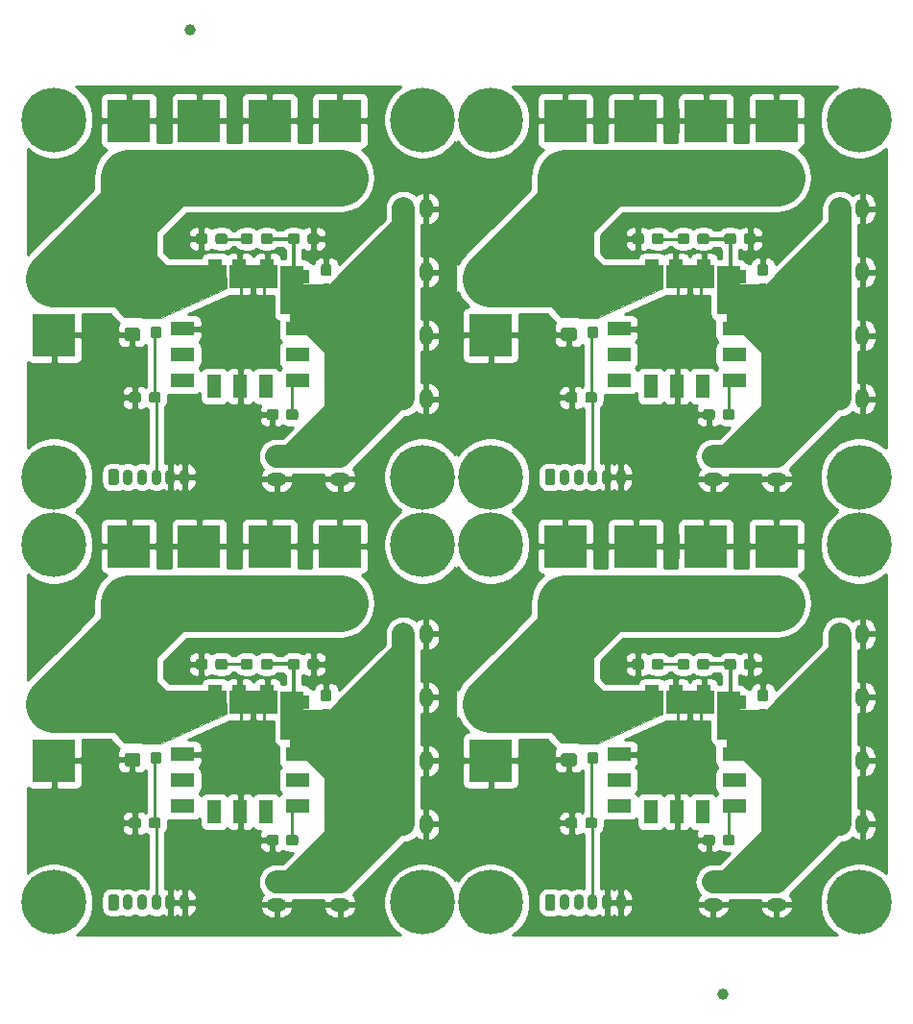
<source format=gbr>
G04 #@! TF.GenerationSoftware,KiCad,Pcbnew,(5.1.2)-1*
G04 #@! TF.CreationDate,2020-06-21T17:40:51+09:00*
G04 #@! TF.ProjectId,universal_power_board,756e6976-6572-4736-916c-5f706f776572,rev?*
G04 #@! TF.SameCoordinates,Original*
G04 #@! TF.FileFunction,Copper,L1,Top*
G04 #@! TF.FilePolarity,Positive*
%FSLAX46Y46*%
G04 Gerber Fmt 4.6, Leading zero omitted, Abs format (unit mm)*
G04 Created by KiCad (PCBNEW (5.1.2)-1) date 2020-06-21 17:40:51*
%MOMM*%
%LPD*%
G04 APERTURE LIST*
%ADD10C,0.100000*%
%ADD11C,1.000000*%
%ADD12C,1.200000*%
%ADD13O,1.750000X1.200000*%
%ADD14O,1.200000X1.750000*%
%ADD15C,5.700000*%
%ADD16R,3.800000X3.800000*%
%ADD17C,4.000000*%
%ADD18C,1.150000*%
%ADD19C,3.800000*%
%ADD20C,0.950000*%
%ADD21C,0.900000*%
%ADD22O,0.900000X1.400000*%
%ADD23R,2.159000X1.270000*%
%ADD24R,4.320000X2.030000*%
%ADD25R,2.030000X4.320000*%
%ADD26R,1.270000X2.159000*%
%ADD27C,0.800000*%
%ADD28C,0.250000*%
%ADD29C,5.000000*%
%ADD30C,2.000000*%
%ADD31C,2.029800*%
%ADD32C,1.151800*%
%ADD33C,0.951600*%
%ADD34C,0.300400*%
%ADD35C,0.300387*%
%ADD36C,1.000000*%
%ADD37C,0.254000*%
G04 APERTURE END LIST*
D10*
G36*
X163722000Y-127670000D02*
G01*
X162198000Y-127670000D01*
X162198000Y-126146000D01*
X163722000Y-127670000D01*
G37*
X163722000Y-127670000D02*
X162198000Y-127670000D01*
X162198000Y-126146000D01*
X163722000Y-127670000D01*
G36*
X125222000Y-127670000D02*
G01*
X123698000Y-127670000D01*
X123698000Y-126146000D01*
X125222000Y-127670000D01*
G37*
X125222000Y-127670000D02*
X123698000Y-127670000D01*
X123698000Y-126146000D01*
X125222000Y-127670000D01*
G36*
X163722000Y-90170000D02*
G01*
X162198000Y-90170000D01*
X162198000Y-88646000D01*
X163722000Y-90170000D01*
G37*
X163722000Y-90170000D02*
X162198000Y-90170000D01*
X162198000Y-88646000D01*
X163722000Y-90170000D01*
G36*
X183597500Y-123593300D02*
G01*
X183534000Y-138350700D01*
X177907900Y-143938700D01*
X173475600Y-143735500D01*
X177476100Y-139773100D01*
X177526900Y-134921700D01*
X175507600Y-132953200D01*
X174428100Y-132813500D01*
X174428100Y-129587700D01*
X177615800Y-129257500D01*
X183419700Y-123491700D01*
X183597500Y-123593300D01*
G37*
X183597500Y-123593300D02*
X183534000Y-138350700D01*
X177907900Y-143938700D01*
X173475600Y-143735500D01*
X177476100Y-139773100D01*
X177526900Y-134921700D01*
X175507600Y-132953200D01*
X174428100Y-132813500D01*
X174428100Y-129587700D01*
X177615800Y-129257500D01*
X183419700Y-123491700D01*
X183597500Y-123593300D01*
G36*
X145097500Y-123593300D02*
G01*
X145034000Y-138350700D01*
X139407900Y-143938700D01*
X134975600Y-143735500D01*
X138976100Y-139773100D01*
X139026900Y-134921700D01*
X137007600Y-132953200D01*
X135928100Y-132813500D01*
X135928100Y-129587700D01*
X139115800Y-129257500D01*
X144919700Y-123491700D01*
X145097500Y-123593300D01*
G37*
X145097500Y-123593300D02*
X145034000Y-138350700D01*
X139407900Y-143938700D01*
X134975600Y-143735500D01*
X138976100Y-139773100D01*
X139026900Y-134921700D01*
X137007600Y-132953200D01*
X135928100Y-132813500D01*
X135928100Y-129587700D01*
X139115800Y-129257500D01*
X144919700Y-123491700D01*
X145097500Y-123593300D01*
G36*
X183597500Y-86093300D02*
G01*
X183534000Y-100850700D01*
X177907900Y-106438700D01*
X173475600Y-106235500D01*
X177476100Y-102273100D01*
X177526900Y-97421700D01*
X175507600Y-95453200D01*
X174428100Y-95313500D01*
X174428100Y-92087700D01*
X177615800Y-91757500D01*
X183419700Y-85991700D01*
X183597500Y-86093300D01*
G37*
X183597500Y-86093300D02*
X183534000Y-100850700D01*
X177907900Y-106438700D01*
X173475600Y-106235500D01*
X177476100Y-102273100D01*
X177526900Y-97421700D01*
X175507600Y-95453200D01*
X174428100Y-95313500D01*
X174428100Y-92087700D01*
X177615800Y-91757500D01*
X183419700Y-85991700D01*
X183597500Y-86093300D01*
G36*
X159912000Y-131937200D02*
G01*
X159658000Y-131937200D01*
X157880000Y-129905200D01*
X159912000Y-129905200D01*
X159912000Y-131937200D01*
G37*
X159912000Y-131937200D02*
X159658000Y-131937200D01*
X157880000Y-129905200D01*
X159912000Y-129905200D01*
X159912000Y-131937200D01*
G36*
X121412000Y-131937200D02*
G01*
X121158000Y-131937200D01*
X119380000Y-129905200D01*
X121412000Y-129905200D01*
X121412000Y-131937200D01*
G37*
X121412000Y-131937200D02*
X121158000Y-131937200D01*
X119380000Y-129905200D01*
X121412000Y-129905200D01*
X121412000Y-131937200D01*
G36*
X159912000Y-94437200D02*
G01*
X159658000Y-94437200D01*
X157880000Y-92405200D01*
X159912000Y-92405200D01*
X159912000Y-94437200D01*
G37*
X159912000Y-94437200D02*
X159658000Y-94437200D01*
X157880000Y-92405200D01*
X159912000Y-92405200D01*
X159912000Y-94437200D01*
G36*
X168687700Y-129397200D02*
G01*
X162896500Y-132013400D01*
X159683400Y-131937200D01*
X159670700Y-131010100D01*
X162413900Y-127352500D01*
X168649600Y-127339800D01*
X168687700Y-129397200D01*
G37*
X168687700Y-129397200D02*
X162896500Y-132013400D01*
X159683400Y-131937200D01*
X159670700Y-131010100D01*
X162413900Y-127352500D01*
X168649600Y-127339800D01*
X168687700Y-129397200D01*
G36*
X130187700Y-129397200D02*
G01*
X124396500Y-132013400D01*
X121183400Y-131937200D01*
X121170700Y-131010100D01*
X123913900Y-127352500D01*
X130149600Y-127339800D01*
X130187700Y-129397200D01*
G37*
X130187700Y-129397200D02*
X124396500Y-132013400D01*
X121183400Y-131937200D01*
X121170700Y-131010100D01*
X123913900Y-127352500D01*
X130149600Y-127339800D01*
X130187700Y-129397200D01*
G36*
X168687700Y-91897200D02*
G01*
X162896500Y-94513400D01*
X159683400Y-94437200D01*
X159670700Y-93510100D01*
X162413900Y-89852500D01*
X168649600Y-89839800D01*
X168687700Y-91897200D01*
G37*
X168687700Y-91897200D02*
X162896500Y-94513400D01*
X159683400Y-94437200D01*
X159670700Y-93510100D01*
X162413900Y-89852500D01*
X168649600Y-89839800D01*
X168687700Y-91897200D01*
G36*
X121412000Y-94437200D02*
G01*
X121158000Y-94437200D01*
X119380000Y-92405200D01*
X121412000Y-92405200D01*
X121412000Y-94437200D01*
G37*
X121412000Y-94437200D02*
X121158000Y-94437200D01*
X119380000Y-92405200D01*
X121412000Y-92405200D01*
X121412000Y-94437200D01*
G36*
X125222000Y-90170000D02*
G01*
X123698000Y-90170000D01*
X123698000Y-88646000D01*
X125222000Y-90170000D01*
G37*
X125222000Y-90170000D02*
X123698000Y-90170000D01*
X123698000Y-88646000D01*
X125222000Y-90170000D01*
G36*
X145097500Y-86093300D02*
G01*
X145034000Y-100850700D01*
X139407900Y-106438700D01*
X134975600Y-106235500D01*
X138976100Y-102273100D01*
X139026900Y-97421700D01*
X137007600Y-95453200D01*
X135928100Y-95313500D01*
X135928100Y-92087700D01*
X139115800Y-91757500D01*
X144919700Y-85991700D01*
X145097500Y-86093300D01*
G37*
X145097500Y-86093300D02*
X145034000Y-100850700D01*
X139407900Y-106438700D01*
X134975600Y-106235500D01*
X138976100Y-102273100D01*
X139026900Y-97421700D01*
X137007600Y-95453200D01*
X135928100Y-95313500D01*
X135928100Y-92087700D01*
X139115800Y-91757500D01*
X144919700Y-85991700D01*
X145097500Y-86093300D01*
G36*
X130187700Y-91897200D02*
G01*
X124396500Y-94513400D01*
X121183400Y-94437200D01*
X121170700Y-93510100D01*
X123913900Y-89852500D01*
X130149600Y-89839800D01*
X130187700Y-91897200D01*
G37*
X130187700Y-91897200D02*
X124396500Y-94513400D01*
X121183400Y-94437200D01*
X121170700Y-93510100D01*
X123913900Y-89852500D01*
X130149600Y-89839800D01*
X130187700Y-91897200D01*
D11*
X126964000Y-69063000D03*
X173964000Y-154063000D03*
D10*
G36*
X173769505Y-143581204D02*
G01*
X173793773Y-143584804D01*
X173817572Y-143590765D01*
X173840671Y-143599030D01*
X173862850Y-143609520D01*
X173883893Y-143622132D01*
X173903599Y-143636747D01*
X173921777Y-143653223D01*
X173938253Y-143671401D01*
X173952868Y-143691107D01*
X173965480Y-143712150D01*
X173975970Y-143734329D01*
X173984235Y-143757428D01*
X173990196Y-143781227D01*
X173993796Y-143805495D01*
X173995000Y-143829999D01*
X173995000Y-144530001D01*
X173993796Y-144554505D01*
X173990196Y-144578773D01*
X173984235Y-144602572D01*
X173975970Y-144625671D01*
X173965480Y-144647850D01*
X173952868Y-144668893D01*
X173938253Y-144688599D01*
X173921777Y-144706777D01*
X173903599Y-144723253D01*
X173883893Y-144737868D01*
X173862850Y-144750480D01*
X173840671Y-144760970D01*
X173817572Y-144769235D01*
X173793773Y-144775196D01*
X173769505Y-144778796D01*
X173745001Y-144780000D01*
X172494999Y-144780000D01*
X172470495Y-144778796D01*
X172446227Y-144775196D01*
X172422428Y-144769235D01*
X172399329Y-144760970D01*
X172377150Y-144750480D01*
X172356107Y-144737868D01*
X172336401Y-144723253D01*
X172318223Y-144706777D01*
X172301747Y-144688599D01*
X172287132Y-144668893D01*
X172274520Y-144647850D01*
X172264030Y-144625671D01*
X172255765Y-144602572D01*
X172249804Y-144578773D01*
X172246204Y-144554505D01*
X172245000Y-144530001D01*
X172245000Y-143829999D01*
X172246204Y-143805495D01*
X172249804Y-143781227D01*
X172255765Y-143757428D01*
X172264030Y-143734329D01*
X172274520Y-143712150D01*
X172287132Y-143691107D01*
X172301747Y-143671401D01*
X172318223Y-143653223D01*
X172336401Y-143636747D01*
X172356107Y-143622132D01*
X172377150Y-143609520D01*
X172399329Y-143599030D01*
X172422428Y-143590765D01*
X172446227Y-143584804D01*
X172470495Y-143581204D01*
X172494999Y-143580000D01*
X173745001Y-143580000D01*
X173769505Y-143581204D01*
X173769505Y-143581204D01*
G37*
D12*
X173120000Y-144180000D03*
D13*
X173120000Y-146180000D03*
D10*
G36*
X135269505Y-143581204D02*
G01*
X135293773Y-143584804D01*
X135317572Y-143590765D01*
X135340671Y-143599030D01*
X135362850Y-143609520D01*
X135383893Y-143622132D01*
X135403599Y-143636747D01*
X135421777Y-143653223D01*
X135438253Y-143671401D01*
X135452868Y-143691107D01*
X135465480Y-143712150D01*
X135475970Y-143734329D01*
X135484235Y-143757428D01*
X135490196Y-143781227D01*
X135493796Y-143805495D01*
X135495000Y-143829999D01*
X135495000Y-144530001D01*
X135493796Y-144554505D01*
X135490196Y-144578773D01*
X135484235Y-144602572D01*
X135475970Y-144625671D01*
X135465480Y-144647850D01*
X135452868Y-144668893D01*
X135438253Y-144688599D01*
X135421777Y-144706777D01*
X135403599Y-144723253D01*
X135383893Y-144737868D01*
X135362850Y-144750480D01*
X135340671Y-144760970D01*
X135317572Y-144769235D01*
X135293773Y-144775196D01*
X135269505Y-144778796D01*
X135245001Y-144780000D01*
X133994999Y-144780000D01*
X133970495Y-144778796D01*
X133946227Y-144775196D01*
X133922428Y-144769235D01*
X133899329Y-144760970D01*
X133877150Y-144750480D01*
X133856107Y-144737868D01*
X133836401Y-144723253D01*
X133818223Y-144706777D01*
X133801747Y-144688599D01*
X133787132Y-144668893D01*
X133774520Y-144647850D01*
X133764030Y-144625671D01*
X133755765Y-144602572D01*
X133749804Y-144578773D01*
X133746204Y-144554505D01*
X133745000Y-144530001D01*
X133745000Y-143829999D01*
X133746204Y-143805495D01*
X133749804Y-143781227D01*
X133755765Y-143757428D01*
X133764030Y-143734329D01*
X133774520Y-143712150D01*
X133787132Y-143691107D01*
X133801747Y-143671401D01*
X133818223Y-143653223D01*
X133836401Y-143636747D01*
X133856107Y-143622132D01*
X133877150Y-143609520D01*
X133899329Y-143599030D01*
X133922428Y-143590765D01*
X133946227Y-143584804D01*
X133970495Y-143581204D01*
X133994999Y-143580000D01*
X135245001Y-143580000D01*
X135269505Y-143581204D01*
X135269505Y-143581204D01*
G37*
D12*
X134620000Y-144180000D03*
D13*
X134620000Y-146180000D03*
D10*
G36*
X173769505Y-106081204D02*
G01*
X173793773Y-106084804D01*
X173817572Y-106090765D01*
X173840671Y-106099030D01*
X173862850Y-106109520D01*
X173883893Y-106122132D01*
X173903599Y-106136747D01*
X173921777Y-106153223D01*
X173938253Y-106171401D01*
X173952868Y-106191107D01*
X173965480Y-106212150D01*
X173975970Y-106234329D01*
X173984235Y-106257428D01*
X173990196Y-106281227D01*
X173993796Y-106305495D01*
X173995000Y-106329999D01*
X173995000Y-107030001D01*
X173993796Y-107054505D01*
X173990196Y-107078773D01*
X173984235Y-107102572D01*
X173975970Y-107125671D01*
X173965480Y-107147850D01*
X173952868Y-107168893D01*
X173938253Y-107188599D01*
X173921777Y-107206777D01*
X173903599Y-107223253D01*
X173883893Y-107237868D01*
X173862850Y-107250480D01*
X173840671Y-107260970D01*
X173817572Y-107269235D01*
X173793773Y-107275196D01*
X173769505Y-107278796D01*
X173745001Y-107280000D01*
X172494999Y-107280000D01*
X172470495Y-107278796D01*
X172446227Y-107275196D01*
X172422428Y-107269235D01*
X172399329Y-107260970D01*
X172377150Y-107250480D01*
X172356107Y-107237868D01*
X172336401Y-107223253D01*
X172318223Y-107206777D01*
X172301747Y-107188599D01*
X172287132Y-107168893D01*
X172274520Y-107147850D01*
X172264030Y-107125671D01*
X172255765Y-107102572D01*
X172249804Y-107078773D01*
X172246204Y-107054505D01*
X172245000Y-107030001D01*
X172245000Y-106329999D01*
X172246204Y-106305495D01*
X172249804Y-106281227D01*
X172255765Y-106257428D01*
X172264030Y-106234329D01*
X172274520Y-106212150D01*
X172287132Y-106191107D01*
X172301747Y-106171401D01*
X172318223Y-106153223D01*
X172336401Y-106136747D01*
X172356107Y-106122132D01*
X172377150Y-106109520D01*
X172399329Y-106099030D01*
X172422428Y-106090765D01*
X172446227Y-106084804D01*
X172470495Y-106081204D01*
X172494999Y-106080000D01*
X173745001Y-106080000D01*
X173769505Y-106081204D01*
X173769505Y-106081204D01*
G37*
D12*
X173120000Y-106680000D03*
D13*
X173120000Y-108680000D03*
D10*
G36*
X184670505Y-138226204D02*
G01*
X184694773Y-138229804D01*
X184718572Y-138235765D01*
X184741671Y-138244030D01*
X184763850Y-138254520D01*
X184784893Y-138267132D01*
X184804599Y-138281747D01*
X184822777Y-138298223D01*
X184839253Y-138316401D01*
X184853868Y-138336107D01*
X184866480Y-138357150D01*
X184876970Y-138379329D01*
X184885235Y-138402428D01*
X184891196Y-138426227D01*
X184894796Y-138450495D01*
X184896000Y-138474999D01*
X184896000Y-139725001D01*
X184894796Y-139749505D01*
X184891196Y-139773773D01*
X184885235Y-139797572D01*
X184876970Y-139820671D01*
X184866480Y-139842850D01*
X184853868Y-139863893D01*
X184839253Y-139883599D01*
X184822777Y-139901777D01*
X184804599Y-139918253D01*
X184784893Y-139932868D01*
X184763850Y-139945480D01*
X184741671Y-139955970D01*
X184718572Y-139964235D01*
X184694773Y-139970196D01*
X184670505Y-139973796D01*
X184646001Y-139975000D01*
X183945999Y-139975000D01*
X183921495Y-139973796D01*
X183897227Y-139970196D01*
X183873428Y-139964235D01*
X183850329Y-139955970D01*
X183828150Y-139945480D01*
X183807107Y-139932868D01*
X183787401Y-139918253D01*
X183769223Y-139901777D01*
X183752747Y-139883599D01*
X183738132Y-139863893D01*
X183725520Y-139842850D01*
X183715030Y-139820671D01*
X183706765Y-139797572D01*
X183700804Y-139773773D01*
X183697204Y-139749505D01*
X183696000Y-139725001D01*
X183696000Y-138474999D01*
X183697204Y-138450495D01*
X183700804Y-138426227D01*
X183706765Y-138402428D01*
X183715030Y-138379329D01*
X183725520Y-138357150D01*
X183738132Y-138336107D01*
X183752747Y-138316401D01*
X183769223Y-138298223D01*
X183787401Y-138281747D01*
X183807107Y-138267132D01*
X183828150Y-138254520D01*
X183850329Y-138244030D01*
X183873428Y-138235765D01*
X183897227Y-138229804D01*
X183921495Y-138226204D01*
X183945999Y-138225000D01*
X184646001Y-138225000D01*
X184670505Y-138226204D01*
X184670505Y-138226204D01*
G37*
D12*
X184296000Y-139100000D03*
D14*
X186296000Y-139100000D03*
D10*
G36*
X146170505Y-138226204D02*
G01*
X146194773Y-138229804D01*
X146218572Y-138235765D01*
X146241671Y-138244030D01*
X146263850Y-138254520D01*
X146284893Y-138267132D01*
X146304599Y-138281747D01*
X146322777Y-138298223D01*
X146339253Y-138316401D01*
X146353868Y-138336107D01*
X146366480Y-138357150D01*
X146376970Y-138379329D01*
X146385235Y-138402428D01*
X146391196Y-138426227D01*
X146394796Y-138450495D01*
X146396000Y-138474999D01*
X146396000Y-139725001D01*
X146394796Y-139749505D01*
X146391196Y-139773773D01*
X146385235Y-139797572D01*
X146376970Y-139820671D01*
X146366480Y-139842850D01*
X146353868Y-139863893D01*
X146339253Y-139883599D01*
X146322777Y-139901777D01*
X146304599Y-139918253D01*
X146284893Y-139932868D01*
X146263850Y-139945480D01*
X146241671Y-139955970D01*
X146218572Y-139964235D01*
X146194773Y-139970196D01*
X146170505Y-139973796D01*
X146146001Y-139975000D01*
X145445999Y-139975000D01*
X145421495Y-139973796D01*
X145397227Y-139970196D01*
X145373428Y-139964235D01*
X145350329Y-139955970D01*
X145328150Y-139945480D01*
X145307107Y-139932868D01*
X145287401Y-139918253D01*
X145269223Y-139901777D01*
X145252747Y-139883599D01*
X145238132Y-139863893D01*
X145225520Y-139842850D01*
X145215030Y-139820671D01*
X145206765Y-139797572D01*
X145200804Y-139773773D01*
X145197204Y-139749505D01*
X145196000Y-139725001D01*
X145196000Y-138474999D01*
X145197204Y-138450495D01*
X145200804Y-138426227D01*
X145206765Y-138402428D01*
X145215030Y-138379329D01*
X145225520Y-138357150D01*
X145238132Y-138336107D01*
X145252747Y-138316401D01*
X145269223Y-138298223D01*
X145287401Y-138281747D01*
X145307107Y-138267132D01*
X145328150Y-138254520D01*
X145350329Y-138244030D01*
X145373428Y-138235765D01*
X145397227Y-138229804D01*
X145421495Y-138226204D01*
X145445999Y-138225000D01*
X146146001Y-138225000D01*
X146170505Y-138226204D01*
X146170505Y-138226204D01*
G37*
D12*
X145796000Y-139100000D03*
D14*
X147796000Y-139100000D03*
D10*
G36*
X184670505Y-100726204D02*
G01*
X184694773Y-100729804D01*
X184718572Y-100735765D01*
X184741671Y-100744030D01*
X184763850Y-100754520D01*
X184784893Y-100767132D01*
X184804599Y-100781747D01*
X184822777Y-100798223D01*
X184839253Y-100816401D01*
X184853868Y-100836107D01*
X184866480Y-100857150D01*
X184876970Y-100879329D01*
X184885235Y-100902428D01*
X184891196Y-100926227D01*
X184894796Y-100950495D01*
X184896000Y-100974999D01*
X184896000Y-102225001D01*
X184894796Y-102249505D01*
X184891196Y-102273773D01*
X184885235Y-102297572D01*
X184876970Y-102320671D01*
X184866480Y-102342850D01*
X184853868Y-102363893D01*
X184839253Y-102383599D01*
X184822777Y-102401777D01*
X184804599Y-102418253D01*
X184784893Y-102432868D01*
X184763850Y-102445480D01*
X184741671Y-102455970D01*
X184718572Y-102464235D01*
X184694773Y-102470196D01*
X184670505Y-102473796D01*
X184646001Y-102475000D01*
X183945999Y-102475000D01*
X183921495Y-102473796D01*
X183897227Y-102470196D01*
X183873428Y-102464235D01*
X183850329Y-102455970D01*
X183828150Y-102445480D01*
X183807107Y-102432868D01*
X183787401Y-102418253D01*
X183769223Y-102401777D01*
X183752747Y-102383599D01*
X183738132Y-102363893D01*
X183725520Y-102342850D01*
X183715030Y-102320671D01*
X183706765Y-102297572D01*
X183700804Y-102273773D01*
X183697204Y-102249505D01*
X183696000Y-102225001D01*
X183696000Y-100974999D01*
X183697204Y-100950495D01*
X183700804Y-100926227D01*
X183706765Y-100902428D01*
X183715030Y-100879329D01*
X183725520Y-100857150D01*
X183738132Y-100836107D01*
X183752747Y-100816401D01*
X183769223Y-100798223D01*
X183787401Y-100781747D01*
X183807107Y-100767132D01*
X183828150Y-100754520D01*
X183850329Y-100744030D01*
X183873428Y-100735765D01*
X183897227Y-100729804D01*
X183921495Y-100726204D01*
X183945999Y-100725000D01*
X184646001Y-100725000D01*
X184670505Y-100726204D01*
X184670505Y-100726204D01*
G37*
D12*
X184296000Y-101600000D03*
D14*
X186296000Y-101600000D03*
D15*
X186000000Y-146000000D03*
X147500000Y-146000000D03*
X186000000Y-108500000D03*
D16*
X166300000Y-114600000D03*
D17*
X166300000Y-119600000D03*
D16*
X127800000Y-114600000D03*
D17*
X127800000Y-119600000D03*
D16*
X166300000Y-77100000D03*
D17*
X166300000Y-82100000D03*
D16*
X160100000Y-114600000D03*
D17*
X160100000Y-119600000D03*
D16*
X121600000Y-114600000D03*
D17*
X121600000Y-119600000D03*
D16*
X160100000Y-77100000D03*
D17*
X160100000Y-82100000D03*
D16*
X172500000Y-114600000D03*
D17*
X172500000Y-119600000D03*
D16*
X134000000Y-114600000D03*
D17*
X134000000Y-119600000D03*
D16*
X172500000Y-77100000D03*
D17*
X172500000Y-82100000D03*
D16*
X178700000Y-114600000D03*
D17*
X178700000Y-119600000D03*
D16*
X140200000Y-114600000D03*
D17*
X140200000Y-119600000D03*
D16*
X178700000Y-77100000D03*
D17*
X178700000Y-82100000D03*
D10*
G36*
X184670505Y-132638204D02*
G01*
X184694773Y-132641804D01*
X184718572Y-132647765D01*
X184741671Y-132656030D01*
X184763850Y-132666520D01*
X184784893Y-132679132D01*
X184804599Y-132693747D01*
X184822777Y-132710223D01*
X184839253Y-132728401D01*
X184853868Y-132748107D01*
X184866480Y-132769150D01*
X184876970Y-132791329D01*
X184885235Y-132814428D01*
X184891196Y-132838227D01*
X184894796Y-132862495D01*
X184896000Y-132886999D01*
X184896000Y-134137001D01*
X184894796Y-134161505D01*
X184891196Y-134185773D01*
X184885235Y-134209572D01*
X184876970Y-134232671D01*
X184866480Y-134254850D01*
X184853868Y-134275893D01*
X184839253Y-134295599D01*
X184822777Y-134313777D01*
X184804599Y-134330253D01*
X184784893Y-134344868D01*
X184763850Y-134357480D01*
X184741671Y-134367970D01*
X184718572Y-134376235D01*
X184694773Y-134382196D01*
X184670505Y-134385796D01*
X184646001Y-134387000D01*
X183945999Y-134387000D01*
X183921495Y-134385796D01*
X183897227Y-134382196D01*
X183873428Y-134376235D01*
X183850329Y-134367970D01*
X183828150Y-134357480D01*
X183807107Y-134344868D01*
X183787401Y-134330253D01*
X183769223Y-134313777D01*
X183752747Y-134295599D01*
X183738132Y-134275893D01*
X183725520Y-134254850D01*
X183715030Y-134232671D01*
X183706765Y-134209572D01*
X183700804Y-134185773D01*
X183697204Y-134161505D01*
X183696000Y-134137001D01*
X183696000Y-132886999D01*
X183697204Y-132862495D01*
X183700804Y-132838227D01*
X183706765Y-132814428D01*
X183715030Y-132791329D01*
X183725520Y-132769150D01*
X183738132Y-132748107D01*
X183752747Y-132728401D01*
X183769223Y-132710223D01*
X183787401Y-132693747D01*
X183807107Y-132679132D01*
X183828150Y-132666520D01*
X183850329Y-132656030D01*
X183873428Y-132647765D01*
X183897227Y-132641804D01*
X183921495Y-132638204D01*
X183945999Y-132637000D01*
X184646001Y-132637000D01*
X184670505Y-132638204D01*
X184670505Y-132638204D01*
G37*
D12*
X184296000Y-133512000D03*
D14*
X186296000Y-133512000D03*
D10*
G36*
X146170505Y-132638204D02*
G01*
X146194773Y-132641804D01*
X146218572Y-132647765D01*
X146241671Y-132656030D01*
X146263850Y-132666520D01*
X146284893Y-132679132D01*
X146304599Y-132693747D01*
X146322777Y-132710223D01*
X146339253Y-132728401D01*
X146353868Y-132748107D01*
X146366480Y-132769150D01*
X146376970Y-132791329D01*
X146385235Y-132814428D01*
X146391196Y-132838227D01*
X146394796Y-132862495D01*
X146396000Y-132886999D01*
X146396000Y-134137001D01*
X146394796Y-134161505D01*
X146391196Y-134185773D01*
X146385235Y-134209572D01*
X146376970Y-134232671D01*
X146366480Y-134254850D01*
X146353868Y-134275893D01*
X146339253Y-134295599D01*
X146322777Y-134313777D01*
X146304599Y-134330253D01*
X146284893Y-134344868D01*
X146263850Y-134357480D01*
X146241671Y-134367970D01*
X146218572Y-134376235D01*
X146194773Y-134382196D01*
X146170505Y-134385796D01*
X146146001Y-134387000D01*
X145445999Y-134387000D01*
X145421495Y-134385796D01*
X145397227Y-134382196D01*
X145373428Y-134376235D01*
X145350329Y-134367970D01*
X145328150Y-134357480D01*
X145307107Y-134344868D01*
X145287401Y-134330253D01*
X145269223Y-134313777D01*
X145252747Y-134295599D01*
X145238132Y-134275893D01*
X145225520Y-134254850D01*
X145215030Y-134232671D01*
X145206765Y-134209572D01*
X145200804Y-134185773D01*
X145197204Y-134161505D01*
X145196000Y-134137001D01*
X145196000Y-132886999D01*
X145197204Y-132862495D01*
X145200804Y-132838227D01*
X145206765Y-132814428D01*
X145215030Y-132791329D01*
X145225520Y-132769150D01*
X145238132Y-132748107D01*
X145252747Y-132728401D01*
X145269223Y-132710223D01*
X145287401Y-132693747D01*
X145307107Y-132679132D01*
X145328150Y-132666520D01*
X145350329Y-132656030D01*
X145373428Y-132647765D01*
X145397227Y-132641804D01*
X145421495Y-132638204D01*
X145445999Y-132637000D01*
X146146001Y-132637000D01*
X146170505Y-132638204D01*
X146170505Y-132638204D01*
G37*
D12*
X145796000Y-133512000D03*
D14*
X147796000Y-133512000D03*
D10*
G36*
X184670505Y-95138204D02*
G01*
X184694773Y-95141804D01*
X184718572Y-95147765D01*
X184741671Y-95156030D01*
X184763850Y-95166520D01*
X184784893Y-95179132D01*
X184804599Y-95193747D01*
X184822777Y-95210223D01*
X184839253Y-95228401D01*
X184853868Y-95248107D01*
X184866480Y-95269150D01*
X184876970Y-95291329D01*
X184885235Y-95314428D01*
X184891196Y-95338227D01*
X184894796Y-95362495D01*
X184896000Y-95386999D01*
X184896000Y-96637001D01*
X184894796Y-96661505D01*
X184891196Y-96685773D01*
X184885235Y-96709572D01*
X184876970Y-96732671D01*
X184866480Y-96754850D01*
X184853868Y-96775893D01*
X184839253Y-96795599D01*
X184822777Y-96813777D01*
X184804599Y-96830253D01*
X184784893Y-96844868D01*
X184763850Y-96857480D01*
X184741671Y-96867970D01*
X184718572Y-96876235D01*
X184694773Y-96882196D01*
X184670505Y-96885796D01*
X184646001Y-96887000D01*
X183945999Y-96887000D01*
X183921495Y-96885796D01*
X183897227Y-96882196D01*
X183873428Y-96876235D01*
X183850329Y-96867970D01*
X183828150Y-96857480D01*
X183807107Y-96844868D01*
X183787401Y-96830253D01*
X183769223Y-96813777D01*
X183752747Y-96795599D01*
X183738132Y-96775893D01*
X183725520Y-96754850D01*
X183715030Y-96732671D01*
X183706765Y-96709572D01*
X183700804Y-96685773D01*
X183697204Y-96661505D01*
X183696000Y-96637001D01*
X183696000Y-95386999D01*
X183697204Y-95362495D01*
X183700804Y-95338227D01*
X183706765Y-95314428D01*
X183715030Y-95291329D01*
X183725520Y-95269150D01*
X183738132Y-95248107D01*
X183752747Y-95228401D01*
X183769223Y-95210223D01*
X183787401Y-95193747D01*
X183807107Y-95179132D01*
X183828150Y-95166520D01*
X183850329Y-95156030D01*
X183873428Y-95147765D01*
X183897227Y-95141804D01*
X183921495Y-95138204D01*
X183945999Y-95137000D01*
X184646001Y-95137000D01*
X184670505Y-95138204D01*
X184670505Y-95138204D01*
G37*
D12*
X184296000Y-96012000D03*
D14*
X186296000Y-96012000D03*
D10*
G36*
X160874505Y-130801204D02*
G01*
X160898773Y-130804804D01*
X160922572Y-130810765D01*
X160945671Y-130819030D01*
X160967850Y-130829520D01*
X160988893Y-130842132D01*
X161008599Y-130856747D01*
X161026777Y-130873223D01*
X161043253Y-130891401D01*
X161057868Y-130911107D01*
X161070480Y-130932150D01*
X161080970Y-130954329D01*
X161089235Y-130977428D01*
X161095196Y-131001227D01*
X161098796Y-131025495D01*
X161100000Y-131049999D01*
X161100000Y-131700001D01*
X161098796Y-131724505D01*
X161095196Y-131748773D01*
X161089235Y-131772572D01*
X161080970Y-131795671D01*
X161070480Y-131817850D01*
X161057868Y-131838893D01*
X161043253Y-131858599D01*
X161026777Y-131876777D01*
X161008599Y-131893253D01*
X160988893Y-131907868D01*
X160967850Y-131920480D01*
X160945671Y-131930970D01*
X160922572Y-131939235D01*
X160898773Y-131945196D01*
X160874505Y-131948796D01*
X160850001Y-131950000D01*
X159949999Y-131950000D01*
X159925495Y-131948796D01*
X159901227Y-131945196D01*
X159877428Y-131939235D01*
X159854329Y-131930970D01*
X159832150Y-131920480D01*
X159811107Y-131907868D01*
X159791401Y-131893253D01*
X159773223Y-131876777D01*
X159756747Y-131858599D01*
X159742132Y-131838893D01*
X159729520Y-131817850D01*
X159719030Y-131795671D01*
X159710765Y-131772572D01*
X159704804Y-131748773D01*
X159701204Y-131724505D01*
X159700000Y-131700001D01*
X159700000Y-131049999D01*
X159701204Y-131025495D01*
X159704804Y-131001227D01*
X159710765Y-130977428D01*
X159719030Y-130954329D01*
X159729520Y-130932150D01*
X159742132Y-130911107D01*
X159756747Y-130891401D01*
X159773223Y-130873223D01*
X159791401Y-130856747D01*
X159811107Y-130842132D01*
X159832150Y-130829520D01*
X159854329Y-130819030D01*
X159877428Y-130810765D01*
X159901227Y-130804804D01*
X159925495Y-130801204D01*
X159949999Y-130800000D01*
X160850001Y-130800000D01*
X160874505Y-130801204D01*
X160874505Y-130801204D01*
G37*
D18*
X160400000Y-131375000D03*
D10*
G36*
X160874505Y-132851204D02*
G01*
X160898773Y-132854804D01*
X160922572Y-132860765D01*
X160945671Y-132869030D01*
X160967850Y-132879520D01*
X160988893Y-132892132D01*
X161008599Y-132906747D01*
X161026777Y-132923223D01*
X161043253Y-132941401D01*
X161057868Y-132961107D01*
X161070480Y-132982150D01*
X161080970Y-133004329D01*
X161089235Y-133027428D01*
X161095196Y-133051227D01*
X161098796Y-133075495D01*
X161100000Y-133099999D01*
X161100000Y-133750001D01*
X161098796Y-133774505D01*
X161095196Y-133798773D01*
X161089235Y-133822572D01*
X161080970Y-133845671D01*
X161070480Y-133867850D01*
X161057868Y-133888893D01*
X161043253Y-133908599D01*
X161026777Y-133926777D01*
X161008599Y-133943253D01*
X160988893Y-133957868D01*
X160967850Y-133970480D01*
X160945671Y-133980970D01*
X160922572Y-133989235D01*
X160898773Y-133995196D01*
X160874505Y-133998796D01*
X160850001Y-134000000D01*
X159949999Y-134000000D01*
X159925495Y-133998796D01*
X159901227Y-133995196D01*
X159877428Y-133989235D01*
X159854329Y-133980970D01*
X159832150Y-133970480D01*
X159811107Y-133957868D01*
X159791401Y-133943253D01*
X159773223Y-133926777D01*
X159756747Y-133908599D01*
X159742132Y-133888893D01*
X159729520Y-133867850D01*
X159719030Y-133845671D01*
X159710765Y-133822572D01*
X159704804Y-133798773D01*
X159701204Y-133774505D01*
X159700000Y-133750001D01*
X159700000Y-133099999D01*
X159701204Y-133075495D01*
X159704804Y-133051227D01*
X159710765Y-133027428D01*
X159719030Y-133004329D01*
X159729520Y-132982150D01*
X159742132Y-132961107D01*
X159756747Y-132941401D01*
X159773223Y-132923223D01*
X159791401Y-132906747D01*
X159811107Y-132892132D01*
X159832150Y-132879520D01*
X159854329Y-132869030D01*
X159877428Y-132860765D01*
X159901227Y-132854804D01*
X159925495Y-132851204D01*
X159949999Y-132850000D01*
X160850001Y-132850000D01*
X160874505Y-132851204D01*
X160874505Y-132851204D01*
G37*
D18*
X160400000Y-133425000D03*
D10*
G36*
X122374505Y-130801204D02*
G01*
X122398773Y-130804804D01*
X122422572Y-130810765D01*
X122445671Y-130819030D01*
X122467850Y-130829520D01*
X122488893Y-130842132D01*
X122508599Y-130856747D01*
X122526777Y-130873223D01*
X122543253Y-130891401D01*
X122557868Y-130911107D01*
X122570480Y-130932150D01*
X122580970Y-130954329D01*
X122589235Y-130977428D01*
X122595196Y-131001227D01*
X122598796Y-131025495D01*
X122600000Y-131049999D01*
X122600000Y-131700001D01*
X122598796Y-131724505D01*
X122595196Y-131748773D01*
X122589235Y-131772572D01*
X122580970Y-131795671D01*
X122570480Y-131817850D01*
X122557868Y-131838893D01*
X122543253Y-131858599D01*
X122526777Y-131876777D01*
X122508599Y-131893253D01*
X122488893Y-131907868D01*
X122467850Y-131920480D01*
X122445671Y-131930970D01*
X122422572Y-131939235D01*
X122398773Y-131945196D01*
X122374505Y-131948796D01*
X122350001Y-131950000D01*
X121449999Y-131950000D01*
X121425495Y-131948796D01*
X121401227Y-131945196D01*
X121377428Y-131939235D01*
X121354329Y-131930970D01*
X121332150Y-131920480D01*
X121311107Y-131907868D01*
X121291401Y-131893253D01*
X121273223Y-131876777D01*
X121256747Y-131858599D01*
X121242132Y-131838893D01*
X121229520Y-131817850D01*
X121219030Y-131795671D01*
X121210765Y-131772572D01*
X121204804Y-131748773D01*
X121201204Y-131724505D01*
X121200000Y-131700001D01*
X121200000Y-131049999D01*
X121201204Y-131025495D01*
X121204804Y-131001227D01*
X121210765Y-130977428D01*
X121219030Y-130954329D01*
X121229520Y-130932150D01*
X121242132Y-130911107D01*
X121256747Y-130891401D01*
X121273223Y-130873223D01*
X121291401Y-130856747D01*
X121311107Y-130842132D01*
X121332150Y-130829520D01*
X121354329Y-130819030D01*
X121377428Y-130810765D01*
X121401227Y-130804804D01*
X121425495Y-130801204D01*
X121449999Y-130800000D01*
X122350001Y-130800000D01*
X122374505Y-130801204D01*
X122374505Y-130801204D01*
G37*
D18*
X121900000Y-131375000D03*
D10*
G36*
X122374505Y-132851204D02*
G01*
X122398773Y-132854804D01*
X122422572Y-132860765D01*
X122445671Y-132869030D01*
X122467850Y-132879520D01*
X122488893Y-132892132D01*
X122508599Y-132906747D01*
X122526777Y-132923223D01*
X122543253Y-132941401D01*
X122557868Y-132961107D01*
X122570480Y-132982150D01*
X122580970Y-133004329D01*
X122589235Y-133027428D01*
X122595196Y-133051227D01*
X122598796Y-133075495D01*
X122600000Y-133099999D01*
X122600000Y-133750001D01*
X122598796Y-133774505D01*
X122595196Y-133798773D01*
X122589235Y-133822572D01*
X122580970Y-133845671D01*
X122570480Y-133867850D01*
X122557868Y-133888893D01*
X122543253Y-133908599D01*
X122526777Y-133926777D01*
X122508599Y-133943253D01*
X122488893Y-133957868D01*
X122467850Y-133970480D01*
X122445671Y-133980970D01*
X122422572Y-133989235D01*
X122398773Y-133995196D01*
X122374505Y-133998796D01*
X122350001Y-134000000D01*
X121449999Y-134000000D01*
X121425495Y-133998796D01*
X121401227Y-133995196D01*
X121377428Y-133989235D01*
X121354329Y-133980970D01*
X121332150Y-133970480D01*
X121311107Y-133957868D01*
X121291401Y-133943253D01*
X121273223Y-133926777D01*
X121256747Y-133908599D01*
X121242132Y-133888893D01*
X121229520Y-133867850D01*
X121219030Y-133845671D01*
X121210765Y-133822572D01*
X121204804Y-133798773D01*
X121201204Y-133774505D01*
X121200000Y-133750001D01*
X121200000Y-133099999D01*
X121201204Y-133075495D01*
X121204804Y-133051227D01*
X121210765Y-133027428D01*
X121219030Y-133004329D01*
X121229520Y-132982150D01*
X121242132Y-132961107D01*
X121256747Y-132941401D01*
X121273223Y-132923223D01*
X121291401Y-132906747D01*
X121311107Y-132892132D01*
X121332150Y-132879520D01*
X121354329Y-132869030D01*
X121377428Y-132860765D01*
X121401227Y-132854804D01*
X121425495Y-132851204D01*
X121449999Y-132850000D01*
X122350001Y-132850000D01*
X122374505Y-132851204D01*
X122374505Y-132851204D01*
G37*
D18*
X121900000Y-133425000D03*
D10*
G36*
X160874505Y-93301204D02*
G01*
X160898773Y-93304804D01*
X160922572Y-93310765D01*
X160945671Y-93319030D01*
X160967850Y-93329520D01*
X160988893Y-93342132D01*
X161008599Y-93356747D01*
X161026777Y-93373223D01*
X161043253Y-93391401D01*
X161057868Y-93411107D01*
X161070480Y-93432150D01*
X161080970Y-93454329D01*
X161089235Y-93477428D01*
X161095196Y-93501227D01*
X161098796Y-93525495D01*
X161100000Y-93549999D01*
X161100000Y-94200001D01*
X161098796Y-94224505D01*
X161095196Y-94248773D01*
X161089235Y-94272572D01*
X161080970Y-94295671D01*
X161070480Y-94317850D01*
X161057868Y-94338893D01*
X161043253Y-94358599D01*
X161026777Y-94376777D01*
X161008599Y-94393253D01*
X160988893Y-94407868D01*
X160967850Y-94420480D01*
X160945671Y-94430970D01*
X160922572Y-94439235D01*
X160898773Y-94445196D01*
X160874505Y-94448796D01*
X160850001Y-94450000D01*
X159949999Y-94450000D01*
X159925495Y-94448796D01*
X159901227Y-94445196D01*
X159877428Y-94439235D01*
X159854329Y-94430970D01*
X159832150Y-94420480D01*
X159811107Y-94407868D01*
X159791401Y-94393253D01*
X159773223Y-94376777D01*
X159756747Y-94358599D01*
X159742132Y-94338893D01*
X159729520Y-94317850D01*
X159719030Y-94295671D01*
X159710765Y-94272572D01*
X159704804Y-94248773D01*
X159701204Y-94224505D01*
X159700000Y-94200001D01*
X159700000Y-93549999D01*
X159701204Y-93525495D01*
X159704804Y-93501227D01*
X159710765Y-93477428D01*
X159719030Y-93454329D01*
X159729520Y-93432150D01*
X159742132Y-93411107D01*
X159756747Y-93391401D01*
X159773223Y-93373223D01*
X159791401Y-93356747D01*
X159811107Y-93342132D01*
X159832150Y-93329520D01*
X159854329Y-93319030D01*
X159877428Y-93310765D01*
X159901227Y-93304804D01*
X159925495Y-93301204D01*
X159949999Y-93300000D01*
X160850001Y-93300000D01*
X160874505Y-93301204D01*
X160874505Y-93301204D01*
G37*
D18*
X160400000Y-93875000D03*
D10*
G36*
X160874505Y-95351204D02*
G01*
X160898773Y-95354804D01*
X160922572Y-95360765D01*
X160945671Y-95369030D01*
X160967850Y-95379520D01*
X160988893Y-95392132D01*
X161008599Y-95406747D01*
X161026777Y-95423223D01*
X161043253Y-95441401D01*
X161057868Y-95461107D01*
X161070480Y-95482150D01*
X161080970Y-95504329D01*
X161089235Y-95527428D01*
X161095196Y-95551227D01*
X161098796Y-95575495D01*
X161100000Y-95599999D01*
X161100000Y-96250001D01*
X161098796Y-96274505D01*
X161095196Y-96298773D01*
X161089235Y-96322572D01*
X161080970Y-96345671D01*
X161070480Y-96367850D01*
X161057868Y-96388893D01*
X161043253Y-96408599D01*
X161026777Y-96426777D01*
X161008599Y-96443253D01*
X160988893Y-96457868D01*
X160967850Y-96470480D01*
X160945671Y-96480970D01*
X160922572Y-96489235D01*
X160898773Y-96495196D01*
X160874505Y-96498796D01*
X160850001Y-96500000D01*
X159949999Y-96500000D01*
X159925495Y-96498796D01*
X159901227Y-96495196D01*
X159877428Y-96489235D01*
X159854329Y-96480970D01*
X159832150Y-96470480D01*
X159811107Y-96457868D01*
X159791401Y-96443253D01*
X159773223Y-96426777D01*
X159756747Y-96408599D01*
X159742132Y-96388893D01*
X159729520Y-96367850D01*
X159719030Y-96345671D01*
X159710765Y-96322572D01*
X159704804Y-96298773D01*
X159701204Y-96274505D01*
X159700000Y-96250001D01*
X159700000Y-95599999D01*
X159701204Y-95575495D01*
X159704804Y-95551227D01*
X159710765Y-95527428D01*
X159719030Y-95504329D01*
X159729520Y-95482150D01*
X159742132Y-95461107D01*
X159756747Y-95441401D01*
X159773223Y-95423223D01*
X159791401Y-95406747D01*
X159811107Y-95392132D01*
X159832150Y-95379520D01*
X159854329Y-95369030D01*
X159877428Y-95360765D01*
X159901227Y-95354804D01*
X159925495Y-95351204D01*
X159949999Y-95350000D01*
X160850001Y-95350000D01*
X160874505Y-95351204D01*
X160874505Y-95351204D01*
G37*
D18*
X160400000Y-95925000D03*
D10*
G36*
X184670505Y-121462204D02*
G01*
X184694773Y-121465804D01*
X184718572Y-121471765D01*
X184741671Y-121480030D01*
X184763850Y-121490520D01*
X184784893Y-121503132D01*
X184804599Y-121517747D01*
X184822777Y-121534223D01*
X184839253Y-121552401D01*
X184853868Y-121572107D01*
X184866480Y-121593150D01*
X184876970Y-121615329D01*
X184885235Y-121638428D01*
X184891196Y-121662227D01*
X184894796Y-121686495D01*
X184896000Y-121710999D01*
X184896000Y-122961001D01*
X184894796Y-122985505D01*
X184891196Y-123009773D01*
X184885235Y-123033572D01*
X184876970Y-123056671D01*
X184866480Y-123078850D01*
X184853868Y-123099893D01*
X184839253Y-123119599D01*
X184822777Y-123137777D01*
X184804599Y-123154253D01*
X184784893Y-123168868D01*
X184763850Y-123181480D01*
X184741671Y-123191970D01*
X184718572Y-123200235D01*
X184694773Y-123206196D01*
X184670505Y-123209796D01*
X184646001Y-123211000D01*
X183945999Y-123211000D01*
X183921495Y-123209796D01*
X183897227Y-123206196D01*
X183873428Y-123200235D01*
X183850329Y-123191970D01*
X183828150Y-123181480D01*
X183807107Y-123168868D01*
X183787401Y-123154253D01*
X183769223Y-123137777D01*
X183752747Y-123119599D01*
X183738132Y-123099893D01*
X183725520Y-123078850D01*
X183715030Y-123056671D01*
X183706765Y-123033572D01*
X183700804Y-123009773D01*
X183697204Y-122985505D01*
X183696000Y-122961001D01*
X183696000Y-121710999D01*
X183697204Y-121686495D01*
X183700804Y-121662227D01*
X183706765Y-121638428D01*
X183715030Y-121615329D01*
X183725520Y-121593150D01*
X183738132Y-121572107D01*
X183752747Y-121552401D01*
X183769223Y-121534223D01*
X183787401Y-121517747D01*
X183807107Y-121503132D01*
X183828150Y-121490520D01*
X183850329Y-121480030D01*
X183873428Y-121471765D01*
X183897227Y-121465804D01*
X183921495Y-121462204D01*
X183945999Y-121461000D01*
X184646001Y-121461000D01*
X184670505Y-121462204D01*
X184670505Y-121462204D01*
G37*
D12*
X184296000Y-122336000D03*
D14*
X186296000Y-122336000D03*
D10*
G36*
X146170505Y-121462204D02*
G01*
X146194773Y-121465804D01*
X146218572Y-121471765D01*
X146241671Y-121480030D01*
X146263850Y-121490520D01*
X146284893Y-121503132D01*
X146304599Y-121517747D01*
X146322777Y-121534223D01*
X146339253Y-121552401D01*
X146353868Y-121572107D01*
X146366480Y-121593150D01*
X146376970Y-121615329D01*
X146385235Y-121638428D01*
X146391196Y-121662227D01*
X146394796Y-121686495D01*
X146396000Y-121710999D01*
X146396000Y-122961001D01*
X146394796Y-122985505D01*
X146391196Y-123009773D01*
X146385235Y-123033572D01*
X146376970Y-123056671D01*
X146366480Y-123078850D01*
X146353868Y-123099893D01*
X146339253Y-123119599D01*
X146322777Y-123137777D01*
X146304599Y-123154253D01*
X146284893Y-123168868D01*
X146263850Y-123181480D01*
X146241671Y-123191970D01*
X146218572Y-123200235D01*
X146194773Y-123206196D01*
X146170505Y-123209796D01*
X146146001Y-123211000D01*
X145445999Y-123211000D01*
X145421495Y-123209796D01*
X145397227Y-123206196D01*
X145373428Y-123200235D01*
X145350329Y-123191970D01*
X145328150Y-123181480D01*
X145307107Y-123168868D01*
X145287401Y-123154253D01*
X145269223Y-123137777D01*
X145252747Y-123119599D01*
X145238132Y-123099893D01*
X145225520Y-123078850D01*
X145215030Y-123056671D01*
X145206765Y-123033572D01*
X145200804Y-123009773D01*
X145197204Y-122985505D01*
X145196000Y-122961001D01*
X145196000Y-121710999D01*
X145197204Y-121686495D01*
X145200804Y-121662227D01*
X145206765Y-121638428D01*
X145215030Y-121615329D01*
X145225520Y-121593150D01*
X145238132Y-121572107D01*
X145252747Y-121552401D01*
X145269223Y-121534223D01*
X145287401Y-121517747D01*
X145307107Y-121503132D01*
X145328150Y-121490520D01*
X145350329Y-121480030D01*
X145373428Y-121471765D01*
X145397227Y-121465804D01*
X145421495Y-121462204D01*
X145445999Y-121461000D01*
X146146001Y-121461000D01*
X146170505Y-121462204D01*
X146170505Y-121462204D01*
G37*
D12*
X145796000Y-122336000D03*
D14*
X147796000Y-122336000D03*
D10*
G36*
X184670505Y-83962204D02*
G01*
X184694773Y-83965804D01*
X184718572Y-83971765D01*
X184741671Y-83980030D01*
X184763850Y-83990520D01*
X184784893Y-84003132D01*
X184804599Y-84017747D01*
X184822777Y-84034223D01*
X184839253Y-84052401D01*
X184853868Y-84072107D01*
X184866480Y-84093150D01*
X184876970Y-84115329D01*
X184885235Y-84138428D01*
X184891196Y-84162227D01*
X184894796Y-84186495D01*
X184896000Y-84210999D01*
X184896000Y-85461001D01*
X184894796Y-85485505D01*
X184891196Y-85509773D01*
X184885235Y-85533572D01*
X184876970Y-85556671D01*
X184866480Y-85578850D01*
X184853868Y-85599893D01*
X184839253Y-85619599D01*
X184822777Y-85637777D01*
X184804599Y-85654253D01*
X184784893Y-85668868D01*
X184763850Y-85681480D01*
X184741671Y-85691970D01*
X184718572Y-85700235D01*
X184694773Y-85706196D01*
X184670505Y-85709796D01*
X184646001Y-85711000D01*
X183945999Y-85711000D01*
X183921495Y-85709796D01*
X183897227Y-85706196D01*
X183873428Y-85700235D01*
X183850329Y-85691970D01*
X183828150Y-85681480D01*
X183807107Y-85668868D01*
X183787401Y-85654253D01*
X183769223Y-85637777D01*
X183752747Y-85619599D01*
X183738132Y-85599893D01*
X183725520Y-85578850D01*
X183715030Y-85556671D01*
X183706765Y-85533572D01*
X183700804Y-85509773D01*
X183697204Y-85485505D01*
X183696000Y-85461001D01*
X183696000Y-84210999D01*
X183697204Y-84186495D01*
X183700804Y-84162227D01*
X183706765Y-84138428D01*
X183715030Y-84115329D01*
X183725520Y-84093150D01*
X183738132Y-84072107D01*
X183752747Y-84052401D01*
X183769223Y-84034223D01*
X183787401Y-84017747D01*
X183807107Y-84003132D01*
X183828150Y-83990520D01*
X183850329Y-83980030D01*
X183873428Y-83971765D01*
X183897227Y-83965804D01*
X183921495Y-83962204D01*
X183945999Y-83961000D01*
X184646001Y-83961000D01*
X184670505Y-83962204D01*
X184670505Y-83962204D01*
G37*
D12*
X184296000Y-84836000D03*
D14*
X186296000Y-84836000D03*
D10*
G36*
X184670505Y-127050204D02*
G01*
X184694773Y-127053804D01*
X184718572Y-127059765D01*
X184741671Y-127068030D01*
X184763850Y-127078520D01*
X184784893Y-127091132D01*
X184804599Y-127105747D01*
X184822777Y-127122223D01*
X184839253Y-127140401D01*
X184853868Y-127160107D01*
X184866480Y-127181150D01*
X184876970Y-127203329D01*
X184885235Y-127226428D01*
X184891196Y-127250227D01*
X184894796Y-127274495D01*
X184896000Y-127298999D01*
X184896000Y-128549001D01*
X184894796Y-128573505D01*
X184891196Y-128597773D01*
X184885235Y-128621572D01*
X184876970Y-128644671D01*
X184866480Y-128666850D01*
X184853868Y-128687893D01*
X184839253Y-128707599D01*
X184822777Y-128725777D01*
X184804599Y-128742253D01*
X184784893Y-128756868D01*
X184763850Y-128769480D01*
X184741671Y-128779970D01*
X184718572Y-128788235D01*
X184694773Y-128794196D01*
X184670505Y-128797796D01*
X184646001Y-128799000D01*
X183945999Y-128799000D01*
X183921495Y-128797796D01*
X183897227Y-128794196D01*
X183873428Y-128788235D01*
X183850329Y-128779970D01*
X183828150Y-128769480D01*
X183807107Y-128756868D01*
X183787401Y-128742253D01*
X183769223Y-128725777D01*
X183752747Y-128707599D01*
X183738132Y-128687893D01*
X183725520Y-128666850D01*
X183715030Y-128644671D01*
X183706765Y-128621572D01*
X183700804Y-128597773D01*
X183697204Y-128573505D01*
X183696000Y-128549001D01*
X183696000Y-127298999D01*
X183697204Y-127274495D01*
X183700804Y-127250227D01*
X183706765Y-127226428D01*
X183715030Y-127203329D01*
X183725520Y-127181150D01*
X183738132Y-127160107D01*
X183752747Y-127140401D01*
X183769223Y-127122223D01*
X183787401Y-127105747D01*
X183807107Y-127091132D01*
X183828150Y-127078520D01*
X183850329Y-127068030D01*
X183873428Y-127059765D01*
X183897227Y-127053804D01*
X183921495Y-127050204D01*
X183945999Y-127049000D01*
X184646001Y-127049000D01*
X184670505Y-127050204D01*
X184670505Y-127050204D01*
G37*
D12*
X184296000Y-127924000D03*
D14*
X186296000Y-127924000D03*
D10*
G36*
X146170505Y-127050204D02*
G01*
X146194773Y-127053804D01*
X146218572Y-127059765D01*
X146241671Y-127068030D01*
X146263850Y-127078520D01*
X146284893Y-127091132D01*
X146304599Y-127105747D01*
X146322777Y-127122223D01*
X146339253Y-127140401D01*
X146353868Y-127160107D01*
X146366480Y-127181150D01*
X146376970Y-127203329D01*
X146385235Y-127226428D01*
X146391196Y-127250227D01*
X146394796Y-127274495D01*
X146396000Y-127298999D01*
X146396000Y-128549001D01*
X146394796Y-128573505D01*
X146391196Y-128597773D01*
X146385235Y-128621572D01*
X146376970Y-128644671D01*
X146366480Y-128666850D01*
X146353868Y-128687893D01*
X146339253Y-128707599D01*
X146322777Y-128725777D01*
X146304599Y-128742253D01*
X146284893Y-128756868D01*
X146263850Y-128769480D01*
X146241671Y-128779970D01*
X146218572Y-128788235D01*
X146194773Y-128794196D01*
X146170505Y-128797796D01*
X146146001Y-128799000D01*
X145445999Y-128799000D01*
X145421495Y-128797796D01*
X145397227Y-128794196D01*
X145373428Y-128788235D01*
X145350329Y-128779970D01*
X145328150Y-128769480D01*
X145307107Y-128756868D01*
X145287401Y-128742253D01*
X145269223Y-128725777D01*
X145252747Y-128707599D01*
X145238132Y-128687893D01*
X145225520Y-128666850D01*
X145215030Y-128644671D01*
X145206765Y-128621572D01*
X145200804Y-128597773D01*
X145197204Y-128573505D01*
X145196000Y-128549001D01*
X145196000Y-127298999D01*
X145197204Y-127274495D01*
X145200804Y-127250227D01*
X145206765Y-127226428D01*
X145215030Y-127203329D01*
X145225520Y-127181150D01*
X145238132Y-127160107D01*
X145252747Y-127140401D01*
X145269223Y-127122223D01*
X145287401Y-127105747D01*
X145307107Y-127091132D01*
X145328150Y-127078520D01*
X145350329Y-127068030D01*
X145373428Y-127059765D01*
X145397227Y-127053804D01*
X145421495Y-127050204D01*
X145445999Y-127049000D01*
X146146001Y-127049000D01*
X146170505Y-127050204D01*
X146170505Y-127050204D01*
G37*
D12*
X145796000Y-127924000D03*
D14*
X147796000Y-127924000D03*
D10*
G36*
X184670505Y-89550204D02*
G01*
X184694773Y-89553804D01*
X184718572Y-89559765D01*
X184741671Y-89568030D01*
X184763850Y-89578520D01*
X184784893Y-89591132D01*
X184804599Y-89605747D01*
X184822777Y-89622223D01*
X184839253Y-89640401D01*
X184853868Y-89660107D01*
X184866480Y-89681150D01*
X184876970Y-89703329D01*
X184885235Y-89726428D01*
X184891196Y-89750227D01*
X184894796Y-89774495D01*
X184896000Y-89798999D01*
X184896000Y-91049001D01*
X184894796Y-91073505D01*
X184891196Y-91097773D01*
X184885235Y-91121572D01*
X184876970Y-91144671D01*
X184866480Y-91166850D01*
X184853868Y-91187893D01*
X184839253Y-91207599D01*
X184822777Y-91225777D01*
X184804599Y-91242253D01*
X184784893Y-91256868D01*
X184763850Y-91269480D01*
X184741671Y-91279970D01*
X184718572Y-91288235D01*
X184694773Y-91294196D01*
X184670505Y-91297796D01*
X184646001Y-91299000D01*
X183945999Y-91299000D01*
X183921495Y-91297796D01*
X183897227Y-91294196D01*
X183873428Y-91288235D01*
X183850329Y-91279970D01*
X183828150Y-91269480D01*
X183807107Y-91256868D01*
X183787401Y-91242253D01*
X183769223Y-91225777D01*
X183752747Y-91207599D01*
X183738132Y-91187893D01*
X183725520Y-91166850D01*
X183715030Y-91144671D01*
X183706765Y-91121572D01*
X183700804Y-91097773D01*
X183697204Y-91073505D01*
X183696000Y-91049001D01*
X183696000Y-89798999D01*
X183697204Y-89774495D01*
X183700804Y-89750227D01*
X183706765Y-89726428D01*
X183715030Y-89703329D01*
X183725520Y-89681150D01*
X183738132Y-89660107D01*
X183752747Y-89640401D01*
X183769223Y-89622223D01*
X183787401Y-89605747D01*
X183807107Y-89591132D01*
X183828150Y-89578520D01*
X183850329Y-89568030D01*
X183873428Y-89559765D01*
X183897227Y-89553804D01*
X183921495Y-89550204D01*
X183945999Y-89549000D01*
X184646001Y-89549000D01*
X184670505Y-89550204D01*
X184670505Y-89550204D01*
G37*
D12*
X184296000Y-90424000D03*
D14*
X186296000Y-90424000D03*
D10*
G36*
X179357505Y-143581204D02*
G01*
X179381773Y-143584804D01*
X179405572Y-143590765D01*
X179428671Y-143599030D01*
X179450850Y-143609520D01*
X179471893Y-143622132D01*
X179491599Y-143636747D01*
X179509777Y-143653223D01*
X179526253Y-143671401D01*
X179540868Y-143691107D01*
X179553480Y-143712150D01*
X179563970Y-143734329D01*
X179572235Y-143757428D01*
X179578196Y-143781227D01*
X179581796Y-143805495D01*
X179583000Y-143829999D01*
X179583000Y-144530001D01*
X179581796Y-144554505D01*
X179578196Y-144578773D01*
X179572235Y-144602572D01*
X179563970Y-144625671D01*
X179553480Y-144647850D01*
X179540868Y-144668893D01*
X179526253Y-144688599D01*
X179509777Y-144706777D01*
X179491599Y-144723253D01*
X179471893Y-144737868D01*
X179450850Y-144750480D01*
X179428671Y-144760970D01*
X179405572Y-144769235D01*
X179381773Y-144775196D01*
X179357505Y-144778796D01*
X179333001Y-144780000D01*
X178082999Y-144780000D01*
X178058495Y-144778796D01*
X178034227Y-144775196D01*
X178010428Y-144769235D01*
X177987329Y-144760970D01*
X177965150Y-144750480D01*
X177944107Y-144737868D01*
X177924401Y-144723253D01*
X177906223Y-144706777D01*
X177889747Y-144688599D01*
X177875132Y-144668893D01*
X177862520Y-144647850D01*
X177852030Y-144625671D01*
X177843765Y-144602572D01*
X177837804Y-144578773D01*
X177834204Y-144554505D01*
X177833000Y-144530001D01*
X177833000Y-143829999D01*
X177834204Y-143805495D01*
X177837804Y-143781227D01*
X177843765Y-143757428D01*
X177852030Y-143734329D01*
X177862520Y-143712150D01*
X177875132Y-143691107D01*
X177889747Y-143671401D01*
X177906223Y-143653223D01*
X177924401Y-143636747D01*
X177944107Y-143622132D01*
X177965150Y-143609520D01*
X177987329Y-143599030D01*
X178010428Y-143590765D01*
X178034227Y-143584804D01*
X178058495Y-143581204D01*
X178082999Y-143580000D01*
X179333001Y-143580000D01*
X179357505Y-143581204D01*
X179357505Y-143581204D01*
G37*
D12*
X178708000Y-144180000D03*
D13*
X178708000Y-146180000D03*
D10*
G36*
X140857505Y-143581204D02*
G01*
X140881773Y-143584804D01*
X140905572Y-143590765D01*
X140928671Y-143599030D01*
X140950850Y-143609520D01*
X140971893Y-143622132D01*
X140991599Y-143636747D01*
X141009777Y-143653223D01*
X141026253Y-143671401D01*
X141040868Y-143691107D01*
X141053480Y-143712150D01*
X141063970Y-143734329D01*
X141072235Y-143757428D01*
X141078196Y-143781227D01*
X141081796Y-143805495D01*
X141083000Y-143829999D01*
X141083000Y-144530001D01*
X141081796Y-144554505D01*
X141078196Y-144578773D01*
X141072235Y-144602572D01*
X141063970Y-144625671D01*
X141053480Y-144647850D01*
X141040868Y-144668893D01*
X141026253Y-144688599D01*
X141009777Y-144706777D01*
X140991599Y-144723253D01*
X140971893Y-144737868D01*
X140950850Y-144750480D01*
X140928671Y-144760970D01*
X140905572Y-144769235D01*
X140881773Y-144775196D01*
X140857505Y-144778796D01*
X140833001Y-144780000D01*
X139582999Y-144780000D01*
X139558495Y-144778796D01*
X139534227Y-144775196D01*
X139510428Y-144769235D01*
X139487329Y-144760970D01*
X139465150Y-144750480D01*
X139444107Y-144737868D01*
X139424401Y-144723253D01*
X139406223Y-144706777D01*
X139389747Y-144688599D01*
X139375132Y-144668893D01*
X139362520Y-144647850D01*
X139352030Y-144625671D01*
X139343765Y-144602572D01*
X139337804Y-144578773D01*
X139334204Y-144554505D01*
X139333000Y-144530001D01*
X139333000Y-143829999D01*
X139334204Y-143805495D01*
X139337804Y-143781227D01*
X139343765Y-143757428D01*
X139352030Y-143734329D01*
X139362520Y-143712150D01*
X139375132Y-143691107D01*
X139389747Y-143671401D01*
X139406223Y-143653223D01*
X139424401Y-143636747D01*
X139444107Y-143622132D01*
X139465150Y-143609520D01*
X139487329Y-143599030D01*
X139510428Y-143590765D01*
X139534227Y-143584804D01*
X139558495Y-143581204D01*
X139582999Y-143580000D01*
X140833001Y-143580000D01*
X140857505Y-143581204D01*
X140857505Y-143581204D01*
G37*
D12*
X140208000Y-144180000D03*
D13*
X140208000Y-146180000D03*
D10*
G36*
X179357505Y-106081204D02*
G01*
X179381773Y-106084804D01*
X179405572Y-106090765D01*
X179428671Y-106099030D01*
X179450850Y-106109520D01*
X179471893Y-106122132D01*
X179491599Y-106136747D01*
X179509777Y-106153223D01*
X179526253Y-106171401D01*
X179540868Y-106191107D01*
X179553480Y-106212150D01*
X179563970Y-106234329D01*
X179572235Y-106257428D01*
X179578196Y-106281227D01*
X179581796Y-106305495D01*
X179583000Y-106329999D01*
X179583000Y-107030001D01*
X179581796Y-107054505D01*
X179578196Y-107078773D01*
X179572235Y-107102572D01*
X179563970Y-107125671D01*
X179553480Y-107147850D01*
X179540868Y-107168893D01*
X179526253Y-107188599D01*
X179509777Y-107206777D01*
X179491599Y-107223253D01*
X179471893Y-107237868D01*
X179450850Y-107250480D01*
X179428671Y-107260970D01*
X179405572Y-107269235D01*
X179381773Y-107275196D01*
X179357505Y-107278796D01*
X179333001Y-107280000D01*
X178082999Y-107280000D01*
X178058495Y-107278796D01*
X178034227Y-107275196D01*
X178010428Y-107269235D01*
X177987329Y-107260970D01*
X177965150Y-107250480D01*
X177944107Y-107237868D01*
X177924401Y-107223253D01*
X177906223Y-107206777D01*
X177889747Y-107188599D01*
X177875132Y-107168893D01*
X177862520Y-107147850D01*
X177852030Y-107125671D01*
X177843765Y-107102572D01*
X177837804Y-107078773D01*
X177834204Y-107054505D01*
X177833000Y-107030001D01*
X177833000Y-106329999D01*
X177834204Y-106305495D01*
X177837804Y-106281227D01*
X177843765Y-106257428D01*
X177852030Y-106234329D01*
X177862520Y-106212150D01*
X177875132Y-106191107D01*
X177889747Y-106171401D01*
X177906223Y-106153223D01*
X177924401Y-106136747D01*
X177944107Y-106122132D01*
X177965150Y-106109520D01*
X177987329Y-106099030D01*
X178010428Y-106090765D01*
X178034227Y-106084804D01*
X178058495Y-106081204D01*
X178082999Y-106080000D01*
X179333001Y-106080000D01*
X179357505Y-106081204D01*
X179357505Y-106081204D01*
G37*
D12*
X178708000Y-106680000D03*
D13*
X178708000Y-108680000D03*
D15*
X153500000Y-114500000D03*
X115000000Y-114500000D03*
X153500000Y-77000000D03*
D16*
X153500000Y-133500000D03*
D19*
X153500000Y-128500000D03*
D16*
X115000000Y-133500000D03*
D19*
X115000000Y-128500000D03*
D16*
X153500000Y-96000000D03*
D19*
X153500000Y-91000000D03*
D10*
G36*
X162685779Y-138526144D02*
G01*
X162708834Y-138529563D01*
X162731443Y-138535227D01*
X162753387Y-138543079D01*
X162774457Y-138553044D01*
X162794448Y-138565026D01*
X162813168Y-138578910D01*
X162830438Y-138594562D01*
X162846090Y-138611832D01*
X162859974Y-138630552D01*
X162871956Y-138650543D01*
X162881921Y-138671613D01*
X162889773Y-138693557D01*
X162895437Y-138716166D01*
X162898856Y-138739221D01*
X162900000Y-138762500D01*
X162900000Y-139237500D01*
X162898856Y-139260779D01*
X162895437Y-139283834D01*
X162889773Y-139306443D01*
X162881921Y-139328387D01*
X162871956Y-139349457D01*
X162859974Y-139369448D01*
X162846090Y-139388168D01*
X162830438Y-139405438D01*
X162813168Y-139421090D01*
X162794448Y-139434974D01*
X162774457Y-139446956D01*
X162753387Y-139456921D01*
X162731443Y-139464773D01*
X162708834Y-139470437D01*
X162685779Y-139473856D01*
X162662500Y-139475000D01*
X162087500Y-139475000D01*
X162064221Y-139473856D01*
X162041166Y-139470437D01*
X162018557Y-139464773D01*
X161996613Y-139456921D01*
X161975543Y-139446956D01*
X161955552Y-139434974D01*
X161936832Y-139421090D01*
X161919562Y-139405438D01*
X161903910Y-139388168D01*
X161890026Y-139369448D01*
X161878044Y-139349457D01*
X161868079Y-139328387D01*
X161860227Y-139306443D01*
X161854563Y-139283834D01*
X161851144Y-139260779D01*
X161850000Y-139237500D01*
X161850000Y-138762500D01*
X161851144Y-138739221D01*
X161854563Y-138716166D01*
X161860227Y-138693557D01*
X161868079Y-138671613D01*
X161878044Y-138650543D01*
X161890026Y-138630552D01*
X161903910Y-138611832D01*
X161919562Y-138594562D01*
X161936832Y-138578910D01*
X161955552Y-138565026D01*
X161975543Y-138553044D01*
X161996613Y-138543079D01*
X162018557Y-138535227D01*
X162041166Y-138529563D01*
X162064221Y-138526144D01*
X162087500Y-138525000D01*
X162662500Y-138525000D01*
X162685779Y-138526144D01*
X162685779Y-138526144D01*
G37*
D20*
X162375000Y-139000000D03*
D10*
G36*
X160935779Y-138526144D02*
G01*
X160958834Y-138529563D01*
X160981443Y-138535227D01*
X161003387Y-138543079D01*
X161024457Y-138553044D01*
X161044448Y-138565026D01*
X161063168Y-138578910D01*
X161080438Y-138594562D01*
X161096090Y-138611832D01*
X161109974Y-138630552D01*
X161121956Y-138650543D01*
X161131921Y-138671613D01*
X161139773Y-138693557D01*
X161145437Y-138716166D01*
X161148856Y-138739221D01*
X161150000Y-138762500D01*
X161150000Y-139237500D01*
X161148856Y-139260779D01*
X161145437Y-139283834D01*
X161139773Y-139306443D01*
X161131921Y-139328387D01*
X161121956Y-139349457D01*
X161109974Y-139369448D01*
X161096090Y-139388168D01*
X161080438Y-139405438D01*
X161063168Y-139421090D01*
X161044448Y-139434974D01*
X161024457Y-139446956D01*
X161003387Y-139456921D01*
X160981443Y-139464773D01*
X160958834Y-139470437D01*
X160935779Y-139473856D01*
X160912500Y-139475000D01*
X160337500Y-139475000D01*
X160314221Y-139473856D01*
X160291166Y-139470437D01*
X160268557Y-139464773D01*
X160246613Y-139456921D01*
X160225543Y-139446956D01*
X160205552Y-139434974D01*
X160186832Y-139421090D01*
X160169562Y-139405438D01*
X160153910Y-139388168D01*
X160140026Y-139369448D01*
X160128044Y-139349457D01*
X160118079Y-139328387D01*
X160110227Y-139306443D01*
X160104563Y-139283834D01*
X160101144Y-139260779D01*
X160100000Y-139237500D01*
X160100000Y-138762500D01*
X160101144Y-138739221D01*
X160104563Y-138716166D01*
X160110227Y-138693557D01*
X160118079Y-138671613D01*
X160128044Y-138650543D01*
X160140026Y-138630552D01*
X160153910Y-138611832D01*
X160169562Y-138594562D01*
X160186832Y-138578910D01*
X160205552Y-138565026D01*
X160225543Y-138553044D01*
X160246613Y-138543079D01*
X160268557Y-138535227D01*
X160291166Y-138529563D01*
X160314221Y-138526144D01*
X160337500Y-138525000D01*
X160912500Y-138525000D01*
X160935779Y-138526144D01*
X160935779Y-138526144D01*
G37*
D20*
X160625000Y-139000000D03*
D10*
G36*
X124185779Y-138526144D02*
G01*
X124208834Y-138529563D01*
X124231443Y-138535227D01*
X124253387Y-138543079D01*
X124274457Y-138553044D01*
X124294448Y-138565026D01*
X124313168Y-138578910D01*
X124330438Y-138594562D01*
X124346090Y-138611832D01*
X124359974Y-138630552D01*
X124371956Y-138650543D01*
X124381921Y-138671613D01*
X124389773Y-138693557D01*
X124395437Y-138716166D01*
X124398856Y-138739221D01*
X124400000Y-138762500D01*
X124400000Y-139237500D01*
X124398856Y-139260779D01*
X124395437Y-139283834D01*
X124389773Y-139306443D01*
X124381921Y-139328387D01*
X124371956Y-139349457D01*
X124359974Y-139369448D01*
X124346090Y-139388168D01*
X124330438Y-139405438D01*
X124313168Y-139421090D01*
X124294448Y-139434974D01*
X124274457Y-139446956D01*
X124253387Y-139456921D01*
X124231443Y-139464773D01*
X124208834Y-139470437D01*
X124185779Y-139473856D01*
X124162500Y-139475000D01*
X123587500Y-139475000D01*
X123564221Y-139473856D01*
X123541166Y-139470437D01*
X123518557Y-139464773D01*
X123496613Y-139456921D01*
X123475543Y-139446956D01*
X123455552Y-139434974D01*
X123436832Y-139421090D01*
X123419562Y-139405438D01*
X123403910Y-139388168D01*
X123390026Y-139369448D01*
X123378044Y-139349457D01*
X123368079Y-139328387D01*
X123360227Y-139306443D01*
X123354563Y-139283834D01*
X123351144Y-139260779D01*
X123350000Y-139237500D01*
X123350000Y-138762500D01*
X123351144Y-138739221D01*
X123354563Y-138716166D01*
X123360227Y-138693557D01*
X123368079Y-138671613D01*
X123378044Y-138650543D01*
X123390026Y-138630552D01*
X123403910Y-138611832D01*
X123419562Y-138594562D01*
X123436832Y-138578910D01*
X123455552Y-138565026D01*
X123475543Y-138553044D01*
X123496613Y-138543079D01*
X123518557Y-138535227D01*
X123541166Y-138529563D01*
X123564221Y-138526144D01*
X123587500Y-138525000D01*
X124162500Y-138525000D01*
X124185779Y-138526144D01*
X124185779Y-138526144D01*
G37*
D20*
X123875000Y-139000000D03*
D10*
G36*
X122435779Y-138526144D02*
G01*
X122458834Y-138529563D01*
X122481443Y-138535227D01*
X122503387Y-138543079D01*
X122524457Y-138553044D01*
X122544448Y-138565026D01*
X122563168Y-138578910D01*
X122580438Y-138594562D01*
X122596090Y-138611832D01*
X122609974Y-138630552D01*
X122621956Y-138650543D01*
X122631921Y-138671613D01*
X122639773Y-138693557D01*
X122645437Y-138716166D01*
X122648856Y-138739221D01*
X122650000Y-138762500D01*
X122650000Y-139237500D01*
X122648856Y-139260779D01*
X122645437Y-139283834D01*
X122639773Y-139306443D01*
X122631921Y-139328387D01*
X122621956Y-139349457D01*
X122609974Y-139369448D01*
X122596090Y-139388168D01*
X122580438Y-139405438D01*
X122563168Y-139421090D01*
X122544448Y-139434974D01*
X122524457Y-139446956D01*
X122503387Y-139456921D01*
X122481443Y-139464773D01*
X122458834Y-139470437D01*
X122435779Y-139473856D01*
X122412500Y-139475000D01*
X121837500Y-139475000D01*
X121814221Y-139473856D01*
X121791166Y-139470437D01*
X121768557Y-139464773D01*
X121746613Y-139456921D01*
X121725543Y-139446956D01*
X121705552Y-139434974D01*
X121686832Y-139421090D01*
X121669562Y-139405438D01*
X121653910Y-139388168D01*
X121640026Y-139369448D01*
X121628044Y-139349457D01*
X121618079Y-139328387D01*
X121610227Y-139306443D01*
X121604563Y-139283834D01*
X121601144Y-139260779D01*
X121600000Y-139237500D01*
X121600000Y-138762500D01*
X121601144Y-138739221D01*
X121604563Y-138716166D01*
X121610227Y-138693557D01*
X121618079Y-138671613D01*
X121628044Y-138650543D01*
X121640026Y-138630552D01*
X121653910Y-138611832D01*
X121669562Y-138594562D01*
X121686832Y-138578910D01*
X121705552Y-138565026D01*
X121725543Y-138553044D01*
X121746613Y-138543079D01*
X121768557Y-138535227D01*
X121791166Y-138529563D01*
X121814221Y-138526144D01*
X121837500Y-138525000D01*
X122412500Y-138525000D01*
X122435779Y-138526144D01*
X122435779Y-138526144D01*
G37*
D20*
X122125000Y-139000000D03*
D10*
G36*
X162685779Y-101026144D02*
G01*
X162708834Y-101029563D01*
X162731443Y-101035227D01*
X162753387Y-101043079D01*
X162774457Y-101053044D01*
X162794448Y-101065026D01*
X162813168Y-101078910D01*
X162830438Y-101094562D01*
X162846090Y-101111832D01*
X162859974Y-101130552D01*
X162871956Y-101150543D01*
X162881921Y-101171613D01*
X162889773Y-101193557D01*
X162895437Y-101216166D01*
X162898856Y-101239221D01*
X162900000Y-101262500D01*
X162900000Y-101737500D01*
X162898856Y-101760779D01*
X162895437Y-101783834D01*
X162889773Y-101806443D01*
X162881921Y-101828387D01*
X162871956Y-101849457D01*
X162859974Y-101869448D01*
X162846090Y-101888168D01*
X162830438Y-101905438D01*
X162813168Y-101921090D01*
X162794448Y-101934974D01*
X162774457Y-101946956D01*
X162753387Y-101956921D01*
X162731443Y-101964773D01*
X162708834Y-101970437D01*
X162685779Y-101973856D01*
X162662500Y-101975000D01*
X162087500Y-101975000D01*
X162064221Y-101973856D01*
X162041166Y-101970437D01*
X162018557Y-101964773D01*
X161996613Y-101956921D01*
X161975543Y-101946956D01*
X161955552Y-101934974D01*
X161936832Y-101921090D01*
X161919562Y-101905438D01*
X161903910Y-101888168D01*
X161890026Y-101869448D01*
X161878044Y-101849457D01*
X161868079Y-101828387D01*
X161860227Y-101806443D01*
X161854563Y-101783834D01*
X161851144Y-101760779D01*
X161850000Y-101737500D01*
X161850000Y-101262500D01*
X161851144Y-101239221D01*
X161854563Y-101216166D01*
X161860227Y-101193557D01*
X161868079Y-101171613D01*
X161878044Y-101150543D01*
X161890026Y-101130552D01*
X161903910Y-101111832D01*
X161919562Y-101094562D01*
X161936832Y-101078910D01*
X161955552Y-101065026D01*
X161975543Y-101053044D01*
X161996613Y-101043079D01*
X162018557Y-101035227D01*
X162041166Y-101029563D01*
X162064221Y-101026144D01*
X162087500Y-101025000D01*
X162662500Y-101025000D01*
X162685779Y-101026144D01*
X162685779Y-101026144D01*
G37*
D20*
X162375000Y-101500000D03*
D10*
G36*
X160935779Y-101026144D02*
G01*
X160958834Y-101029563D01*
X160981443Y-101035227D01*
X161003387Y-101043079D01*
X161024457Y-101053044D01*
X161044448Y-101065026D01*
X161063168Y-101078910D01*
X161080438Y-101094562D01*
X161096090Y-101111832D01*
X161109974Y-101130552D01*
X161121956Y-101150543D01*
X161131921Y-101171613D01*
X161139773Y-101193557D01*
X161145437Y-101216166D01*
X161148856Y-101239221D01*
X161150000Y-101262500D01*
X161150000Y-101737500D01*
X161148856Y-101760779D01*
X161145437Y-101783834D01*
X161139773Y-101806443D01*
X161131921Y-101828387D01*
X161121956Y-101849457D01*
X161109974Y-101869448D01*
X161096090Y-101888168D01*
X161080438Y-101905438D01*
X161063168Y-101921090D01*
X161044448Y-101934974D01*
X161024457Y-101946956D01*
X161003387Y-101956921D01*
X160981443Y-101964773D01*
X160958834Y-101970437D01*
X160935779Y-101973856D01*
X160912500Y-101975000D01*
X160337500Y-101975000D01*
X160314221Y-101973856D01*
X160291166Y-101970437D01*
X160268557Y-101964773D01*
X160246613Y-101956921D01*
X160225543Y-101946956D01*
X160205552Y-101934974D01*
X160186832Y-101921090D01*
X160169562Y-101905438D01*
X160153910Y-101888168D01*
X160140026Y-101869448D01*
X160128044Y-101849457D01*
X160118079Y-101828387D01*
X160110227Y-101806443D01*
X160104563Y-101783834D01*
X160101144Y-101760779D01*
X160100000Y-101737500D01*
X160100000Y-101262500D01*
X160101144Y-101239221D01*
X160104563Y-101216166D01*
X160110227Y-101193557D01*
X160118079Y-101171613D01*
X160128044Y-101150543D01*
X160140026Y-101130552D01*
X160153910Y-101111832D01*
X160169562Y-101094562D01*
X160186832Y-101078910D01*
X160205552Y-101065026D01*
X160225543Y-101053044D01*
X160246613Y-101043079D01*
X160268557Y-101035227D01*
X160291166Y-101029563D01*
X160314221Y-101026144D01*
X160337500Y-101025000D01*
X160912500Y-101025000D01*
X160935779Y-101026144D01*
X160935779Y-101026144D01*
G37*
D20*
X160625000Y-101500000D03*
D10*
G36*
X174810779Y-140026144D02*
G01*
X174833834Y-140029563D01*
X174856443Y-140035227D01*
X174878387Y-140043079D01*
X174899457Y-140053044D01*
X174919448Y-140065026D01*
X174938168Y-140078910D01*
X174955438Y-140094562D01*
X174971090Y-140111832D01*
X174984974Y-140130552D01*
X174996956Y-140150543D01*
X175006921Y-140171613D01*
X175014773Y-140193557D01*
X175020437Y-140216166D01*
X175023856Y-140239221D01*
X175025000Y-140262500D01*
X175025000Y-140737500D01*
X175023856Y-140760779D01*
X175020437Y-140783834D01*
X175014773Y-140806443D01*
X175006921Y-140828387D01*
X174996956Y-140849457D01*
X174984974Y-140869448D01*
X174971090Y-140888168D01*
X174955438Y-140905438D01*
X174938168Y-140921090D01*
X174919448Y-140934974D01*
X174899457Y-140946956D01*
X174878387Y-140956921D01*
X174856443Y-140964773D01*
X174833834Y-140970437D01*
X174810779Y-140973856D01*
X174787500Y-140975000D01*
X174212500Y-140975000D01*
X174189221Y-140973856D01*
X174166166Y-140970437D01*
X174143557Y-140964773D01*
X174121613Y-140956921D01*
X174100543Y-140946956D01*
X174080552Y-140934974D01*
X174061832Y-140921090D01*
X174044562Y-140905438D01*
X174028910Y-140888168D01*
X174015026Y-140869448D01*
X174003044Y-140849457D01*
X173993079Y-140828387D01*
X173985227Y-140806443D01*
X173979563Y-140783834D01*
X173976144Y-140760779D01*
X173975000Y-140737500D01*
X173975000Y-140262500D01*
X173976144Y-140239221D01*
X173979563Y-140216166D01*
X173985227Y-140193557D01*
X173993079Y-140171613D01*
X174003044Y-140150543D01*
X174015026Y-140130552D01*
X174028910Y-140111832D01*
X174044562Y-140094562D01*
X174061832Y-140078910D01*
X174080552Y-140065026D01*
X174100543Y-140053044D01*
X174121613Y-140043079D01*
X174143557Y-140035227D01*
X174166166Y-140029563D01*
X174189221Y-140026144D01*
X174212500Y-140025000D01*
X174787500Y-140025000D01*
X174810779Y-140026144D01*
X174810779Y-140026144D01*
G37*
D20*
X174500000Y-140500000D03*
D10*
G36*
X173060779Y-140026144D02*
G01*
X173083834Y-140029563D01*
X173106443Y-140035227D01*
X173128387Y-140043079D01*
X173149457Y-140053044D01*
X173169448Y-140065026D01*
X173188168Y-140078910D01*
X173205438Y-140094562D01*
X173221090Y-140111832D01*
X173234974Y-140130552D01*
X173246956Y-140150543D01*
X173256921Y-140171613D01*
X173264773Y-140193557D01*
X173270437Y-140216166D01*
X173273856Y-140239221D01*
X173275000Y-140262500D01*
X173275000Y-140737500D01*
X173273856Y-140760779D01*
X173270437Y-140783834D01*
X173264773Y-140806443D01*
X173256921Y-140828387D01*
X173246956Y-140849457D01*
X173234974Y-140869448D01*
X173221090Y-140888168D01*
X173205438Y-140905438D01*
X173188168Y-140921090D01*
X173169448Y-140934974D01*
X173149457Y-140946956D01*
X173128387Y-140956921D01*
X173106443Y-140964773D01*
X173083834Y-140970437D01*
X173060779Y-140973856D01*
X173037500Y-140975000D01*
X172462500Y-140975000D01*
X172439221Y-140973856D01*
X172416166Y-140970437D01*
X172393557Y-140964773D01*
X172371613Y-140956921D01*
X172350543Y-140946956D01*
X172330552Y-140934974D01*
X172311832Y-140921090D01*
X172294562Y-140905438D01*
X172278910Y-140888168D01*
X172265026Y-140869448D01*
X172253044Y-140849457D01*
X172243079Y-140828387D01*
X172235227Y-140806443D01*
X172229563Y-140783834D01*
X172226144Y-140760779D01*
X172225000Y-140737500D01*
X172225000Y-140262500D01*
X172226144Y-140239221D01*
X172229563Y-140216166D01*
X172235227Y-140193557D01*
X172243079Y-140171613D01*
X172253044Y-140150543D01*
X172265026Y-140130552D01*
X172278910Y-140111832D01*
X172294562Y-140094562D01*
X172311832Y-140078910D01*
X172330552Y-140065026D01*
X172350543Y-140053044D01*
X172371613Y-140043079D01*
X172393557Y-140035227D01*
X172416166Y-140029563D01*
X172439221Y-140026144D01*
X172462500Y-140025000D01*
X173037500Y-140025000D01*
X173060779Y-140026144D01*
X173060779Y-140026144D01*
G37*
D20*
X172750000Y-140500000D03*
D10*
G36*
X136310779Y-140026144D02*
G01*
X136333834Y-140029563D01*
X136356443Y-140035227D01*
X136378387Y-140043079D01*
X136399457Y-140053044D01*
X136419448Y-140065026D01*
X136438168Y-140078910D01*
X136455438Y-140094562D01*
X136471090Y-140111832D01*
X136484974Y-140130552D01*
X136496956Y-140150543D01*
X136506921Y-140171613D01*
X136514773Y-140193557D01*
X136520437Y-140216166D01*
X136523856Y-140239221D01*
X136525000Y-140262500D01*
X136525000Y-140737500D01*
X136523856Y-140760779D01*
X136520437Y-140783834D01*
X136514773Y-140806443D01*
X136506921Y-140828387D01*
X136496956Y-140849457D01*
X136484974Y-140869448D01*
X136471090Y-140888168D01*
X136455438Y-140905438D01*
X136438168Y-140921090D01*
X136419448Y-140934974D01*
X136399457Y-140946956D01*
X136378387Y-140956921D01*
X136356443Y-140964773D01*
X136333834Y-140970437D01*
X136310779Y-140973856D01*
X136287500Y-140975000D01*
X135712500Y-140975000D01*
X135689221Y-140973856D01*
X135666166Y-140970437D01*
X135643557Y-140964773D01*
X135621613Y-140956921D01*
X135600543Y-140946956D01*
X135580552Y-140934974D01*
X135561832Y-140921090D01*
X135544562Y-140905438D01*
X135528910Y-140888168D01*
X135515026Y-140869448D01*
X135503044Y-140849457D01*
X135493079Y-140828387D01*
X135485227Y-140806443D01*
X135479563Y-140783834D01*
X135476144Y-140760779D01*
X135475000Y-140737500D01*
X135475000Y-140262500D01*
X135476144Y-140239221D01*
X135479563Y-140216166D01*
X135485227Y-140193557D01*
X135493079Y-140171613D01*
X135503044Y-140150543D01*
X135515026Y-140130552D01*
X135528910Y-140111832D01*
X135544562Y-140094562D01*
X135561832Y-140078910D01*
X135580552Y-140065026D01*
X135600543Y-140053044D01*
X135621613Y-140043079D01*
X135643557Y-140035227D01*
X135666166Y-140029563D01*
X135689221Y-140026144D01*
X135712500Y-140025000D01*
X136287500Y-140025000D01*
X136310779Y-140026144D01*
X136310779Y-140026144D01*
G37*
D20*
X136000000Y-140500000D03*
D10*
G36*
X134560779Y-140026144D02*
G01*
X134583834Y-140029563D01*
X134606443Y-140035227D01*
X134628387Y-140043079D01*
X134649457Y-140053044D01*
X134669448Y-140065026D01*
X134688168Y-140078910D01*
X134705438Y-140094562D01*
X134721090Y-140111832D01*
X134734974Y-140130552D01*
X134746956Y-140150543D01*
X134756921Y-140171613D01*
X134764773Y-140193557D01*
X134770437Y-140216166D01*
X134773856Y-140239221D01*
X134775000Y-140262500D01*
X134775000Y-140737500D01*
X134773856Y-140760779D01*
X134770437Y-140783834D01*
X134764773Y-140806443D01*
X134756921Y-140828387D01*
X134746956Y-140849457D01*
X134734974Y-140869448D01*
X134721090Y-140888168D01*
X134705438Y-140905438D01*
X134688168Y-140921090D01*
X134669448Y-140934974D01*
X134649457Y-140946956D01*
X134628387Y-140956921D01*
X134606443Y-140964773D01*
X134583834Y-140970437D01*
X134560779Y-140973856D01*
X134537500Y-140975000D01*
X133962500Y-140975000D01*
X133939221Y-140973856D01*
X133916166Y-140970437D01*
X133893557Y-140964773D01*
X133871613Y-140956921D01*
X133850543Y-140946956D01*
X133830552Y-140934974D01*
X133811832Y-140921090D01*
X133794562Y-140905438D01*
X133778910Y-140888168D01*
X133765026Y-140869448D01*
X133753044Y-140849457D01*
X133743079Y-140828387D01*
X133735227Y-140806443D01*
X133729563Y-140783834D01*
X133726144Y-140760779D01*
X133725000Y-140737500D01*
X133725000Y-140262500D01*
X133726144Y-140239221D01*
X133729563Y-140216166D01*
X133735227Y-140193557D01*
X133743079Y-140171613D01*
X133753044Y-140150543D01*
X133765026Y-140130552D01*
X133778910Y-140111832D01*
X133794562Y-140094562D01*
X133811832Y-140078910D01*
X133830552Y-140065026D01*
X133850543Y-140053044D01*
X133871613Y-140043079D01*
X133893557Y-140035227D01*
X133916166Y-140029563D01*
X133939221Y-140026144D01*
X133962500Y-140025000D01*
X134537500Y-140025000D01*
X134560779Y-140026144D01*
X134560779Y-140026144D01*
G37*
D20*
X134250000Y-140500000D03*
D10*
G36*
X174810779Y-102526144D02*
G01*
X174833834Y-102529563D01*
X174856443Y-102535227D01*
X174878387Y-102543079D01*
X174899457Y-102553044D01*
X174919448Y-102565026D01*
X174938168Y-102578910D01*
X174955438Y-102594562D01*
X174971090Y-102611832D01*
X174984974Y-102630552D01*
X174996956Y-102650543D01*
X175006921Y-102671613D01*
X175014773Y-102693557D01*
X175020437Y-102716166D01*
X175023856Y-102739221D01*
X175025000Y-102762500D01*
X175025000Y-103237500D01*
X175023856Y-103260779D01*
X175020437Y-103283834D01*
X175014773Y-103306443D01*
X175006921Y-103328387D01*
X174996956Y-103349457D01*
X174984974Y-103369448D01*
X174971090Y-103388168D01*
X174955438Y-103405438D01*
X174938168Y-103421090D01*
X174919448Y-103434974D01*
X174899457Y-103446956D01*
X174878387Y-103456921D01*
X174856443Y-103464773D01*
X174833834Y-103470437D01*
X174810779Y-103473856D01*
X174787500Y-103475000D01*
X174212500Y-103475000D01*
X174189221Y-103473856D01*
X174166166Y-103470437D01*
X174143557Y-103464773D01*
X174121613Y-103456921D01*
X174100543Y-103446956D01*
X174080552Y-103434974D01*
X174061832Y-103421090D01*
X174044562Y-103405438D01*
X174028910Y-103388168D01*
X174015026Y-103369448D01*
X174003044Y-103349457D01*
X173993079Y-103328387D01*
X173985227Y-103306443D01*
X173979563Y-103283834D01*
X173976144Y-103260779D01*
X173975000Y-103237500D01*
X173975000Y-102762500D01*
X173976144Y-102739221D01*
X173979563Y-102716166D01*
X173985227Y-102693557D01*
X173993079Y-102671613D01*
X174003044Y-102650543D01*
X174015026Y-102630552D01*
X174028910Y-102611832D01*
X174044562Y-102594562D01*
X174061832Y-102578910D01*
X174080552Y-102565026D01*
X174100543Y-102553044D01*
X174121613Y-102543079D01*
X174143557Y-102535227D01*
X174166166Y-102529563D01*
X174189221Y-102526144D01*
X174212500Y-102525000D01*
X174787500Y-102525000D01*
X174810779Y-102526144D01*
X174810779Y-102526144D01*
G37*
D20*
X174500000Y-103000000D03*
D10*
G36*
X173060779Y-102526144D02*
G01*
X173083834Y-102529563D01*
X173106443Y-102535227D01*
X173128387Y-102543079D01*
X173149457Y-102553044D01*
X173169448Y-102565026D01*
X173188168Y-102578910D01*
X173205438Y-102594562D01*
X173221090Y-102611832D01*
X173234974Y-102630552D01*
X173246956Y-102650543D01*
X173256921Y-102671613D01*
X173264773Y-102693557D01*
X173270437Y-102716166D01*
X173273856Y-102739221D01*
X173275000Y-102762500D01*
X173275000Y-103237500D01*
X173273856Y-103260779D01*
X173270437Y-103283834D01*
X173264773Y-103306443D01*
X173256921Y-103328387D01*
X173246956Y-103349457D01*
X173234974Y-103369448D01*
X173221090Y-103388168D01*
X173205438Y-103405438D01*
X173188168Y-103421090D01*
X173169448Y-103434974D01*
X173149457Y-103446956D01*
X173128387Y-103456921D01*
X173106443Y-103464773D01*
X173083834Y-103470437D01*
X173060779Y-103473856D01*
X173037500Y-103475000D01*
X172462500Y-103475000D01*
X172439221Y-103473856D01*
X172416166Y-103470437D01*
X172393557Y-103464773D01*
X172371613Y-103456921D01*
X172350543Y-103446956D01*
X172330552Y-103434974D01*
X172311832Y-103421090D01*
X172294562Y-103405438D01*
X172278910Y-103388168D01*
X172265026Y-103369448D01*
X172253044Y-103349457D01*
X172243079Y-103328387D01*
X172235227Y-103306443D01*
X172229563Y-103283834D01*
X172226144Y-103260779D01*
X172225000Y-103237500D01*
X172225000Y-102762500D01*
X172226144Y-102739221D01*
X172229563Y-102716166D01*
X172235227Y-102693557D01*
X172243079Y-102671613D01*
X172253044Y-102650543D01*
X172265026Y-102630552D01*
X172278910Y-102611832D01*
X172294562Y-102594562D01*
X172311832Y-102578910D01*
X172330552Y-102565026D01*
X172350543Y-102553044D01*
X172371613Y-102543079D01*
X172393557Y-102535227D01*
X172416166Y-102529563D01*
X172439221Y-102526144D01*
X172462500Y-102525000D01*
X173037500Y-102525000D01*
X173060779Y-102526144D01*
X173060779Y-102526144D01*
G37*
D20*
X172750000Y-103000000D03*
D10*
G36*
X168560779Y-124526144D02*
G01*
X168583834Y-124529563D01*
X168606443Y-124535227D01*
X168628387Y-124543079D01*
X168649457Y-124553044D01*
X168669448Y-124565026D01*
X168688168Y-124578910D01*
X168705438Y-124594562D01*
X168721090Y-124611832D01*
X168734974Y-124630552D01*
X168746956Y-124650543D01*
X168756921Y-124671613D01*
X168764773Y-124693557D01*
X168770437Y-124716166D01*
X168773856Y-124739221D01*
X168775000Y-124762500D01*
X168775000Y-125237500D01*
X168773856Y-125260779D01*
X168770437Y-125283834D01*
X168764773Y-125306443D01*
X168756921Y-125328387D01*
X168746956Y-125349457D01*
X168734974Y-125369448D01*
X168721090Y-125388168D01*
X168705438Y-125405438D01*
X168688168Y-125421090D01*
X168669448Y-125434974D01*
X168649457Y-125446956D01*
X168628387Y-125456921D01*
X168606443Y-125464773D01*
X168583834Y-125470437D01*
X168560779Y-125473856D01*
X168537500Y-125475000D01*
X167962500Y-125475000D01*
X167939221Y-125473856D01*
X167916166Y-125470437D01*
X167893557Y-125464773D01*
X167871613Y-125456921D01*
X167850543Y-125446956D01*
X167830552Y-125434974D01*
X167811832Y-125421090D01*
X167794562Y-125405438D01*
X167778910Y-125388168D01*
X167765026Y-125369448D01*
X167753044Y-125349457D01*
X167743079Y-125328387D01*
X167735227Y-125306443D01*
X167729563Y-125283834D01*
X167726144Y-125260779D01*
X167725000Y-125237500D01*
X167725000Y-124762500D01*
X167726144Y-124739221D01*
X167729563Y-124716166D01*
X167735227Y-124693557D01*
X167743079Y-124671613D01*
X167753044Y-124650543D01*
X167765026Y-124630552D01*
X167778910Y-124611832D01*
X167794562Y-124594562D01*
X167811832Y-124578910D01*
X167830552Y-124565026D01*
X167850543Y-124553044D01*
X167871613Y-124543079D01*
X167893557Y-124535227D01*
X167916166Y-124529563D01*
X167939221Y-124526144D01*
X167962500Y-124525000D01*
X168537500Y-124525000D01*
X168560779Y-124526144D01*
X168560779Y-124526144D01*
G37*
D20*
X168250000Y-125000000D03*
D10*
G36*
X166810779Y-124526144D02*
G01*
X166833834Y-124529563D01*
X166856443Y-124535227D01*
X166878387Y-124543079D01*
X166899457Y-124553044D01*
X166919448Y-124565026D01*
X166938168Y-124578910D01*
X166955438Y-124594562D01*
X166971090Y-124611832D01*
X166984974Y-124630552D01*
X166996956Y-124650543D01*
X167006921Y-124671613D01*
X167014773Y-124693557D01*
X167020437Y-124716166D01*
X167023856Y-124739221D01*
X167025000Y-124762500D01*
X167025000Y-125237500D01*
X167023856Y-125260779D01*
X167020437Y-125283834D01*
X167014773Y-125306443D01*
X167006921Y-125328387D01*
X166996956Y-125349457D01*
X166984974Y-125369448D01*
X166971090Y-125388168D01*
X166955438Y-125405438D01*
X166938168Y-125421090D01*
X166919448Y-125434974D01*
X166899457Y-125446956D01*
X166878387Y-125456921D01*
X166856443Y-125464773D01*
X166833834Y-125470437D01*
X166810779Y-125473856D01*
X166787500Y-125475000D01*
X166212500Y-125475000D01*
X166189221Y-125473856D01*
X166166166Y-125470437D01*
X166143557Y-125464773D01*
X166121613Y-125456921D01*
X166100543Y-125446956D01*
X166080552Y-125434974D01*
X166061832Y-125421090D01*
X166044562Y-125405438D01*
X166028910Y-125388168D01*
X166015026Y-125369448D01*
X166003044Y-125349457D01*
X165993079Y-125328387D01*
X165985227Y-125306443D01*
X165979563Y-125283834D01*
X165976144Y-125260779D01*
X165975000Y-125237500D01*
X165975000Y-124762500D01*
X165976144Y-124739221D01*
X165979563Y-124716166D01*
X165985227Y-124693557D01*
X165993079Y-124671613D01*
X166003044Y-124650543D01*
X166015026Y-124630552D01*
X166028910Y-124611832D01*
X166044562Y-124594562D01*
X166061832Y-124578910D01*
X166080552Y-124565026D01*
X166100543Y-124553044D01*
X166121613Y-124543079D01*
X166143557Y-124535227D01*
X166166166Y-124529563D01*
X166189221Y-124526144D01*
X166212500Y-124525000D01*
X166787500Y-124525000D01*
X166810779Y-124526144D01*
X166810779Y-124526144D01*
G37*
D20*
X166500000Y-125000000D03*
D10*
G36*
X130060779Y-124526144D02*
G01*
X130083834Y-124529563D01*
X130106443Y-124535227D01*
X130128387Y-124543079D01*
X130149457Y-124553044D01*
X130169448Y-124565026D01*
X130188168Y-124578910D01*
X130205438Y-124594562D01*
X130221090Y-124611832D01*
X130234974Y-124630552D01*
X130246956Y-124650543D01*
X130256921Y-124671613D01*
X130264773Y-124693557D01*
X130270437Y-124716166D01*
X130273856Y-124739221D01*
X130275000Y-124762500D01*
X130275000Y-125237500D01*
X130273856Y-125260779D01*
X130270437Y-125283834D01*
X130264773Y-125306443D01*
X130256921Y-125328387D01*
X130246956Y-125349457D01*
X130234974Y-125369448D01*
X130221090Y-125388168D01*
X130205438Y-125405438D01*
X130188168Y-125421090D01*
X130169448Y-125434974D01*
X130149457Y-125446956D01*
X130128387Y-125456921D01*
X130106443Y-125464773D01*
X130083834Y-125470437D01*
X130060779Y-125473856D01*
X130037500Y-125475000D01*
X129462500Y-125475000D01*
X129439221Y-125473856D01*
X129416166Y-125470437D01*
X129393557Y-125464773D01*
X129371613Y-125456921D01*
X129350543Y-125446956D01*
X129330552Y-125434974D01*
X129311832Y-125421090D01*
X129294562Y-125405438D01*
X129278910Y-125388168D01*
X129265026Y-125369448D01*
X129253044Y-125349457D01*
X129243079Y-125328387D01*
X129235227Y-125306443D01*
X129229563Y-125283834D01*
X129226144Y-125260779D01*
X129225000Y-125237500D01*
X129225000Y-124762500D01*
X129226144Y-124739221D01*
X129229563Y-124716166D01*
X129235227Y-124693557D01*
X129243079Y-124671613D01*
X129253044Y-124650543D01*
X129265026Y-124630552D01*
X129278910Y-124611832D01*
X129294562Y-124594562D01*
X129311832Y-124578910D01*
X129330552Y-124565026D01*
X129350543Y-124553044D01*
X129371613Y-124543079D01*
X129393557Y-124535227D01*
X129416166Y-124529563D01*
X129439221Y-124526144D01*
X129462500Y-124525000D01*
X130037500Y-124525000D01*
X130060779Y-124526144D01*
X130060779Y-124526144D01*
G37*
D20*
X129750000Y-125000000D03*
D10*
G36*
X128310779Y-124526144D02*
G01*
X128333834Y-124529563D01*
X128356443Y-124535227D01*
X128378387Y-124543079D01*
X128399457Y-124553044D01*
X128419448Y-124565026D01*
X128438168Y-124578910D01*
X128455438Y-124594562D01*
X128471090Y-124611832D01*
X128484974Y-124630552D01*
X128496956Y-124650543D01*
X128506921Y-124671613D01*
X128514773Y-124693557D01*
X128520437Y-124716166D01*
X128523856Y-124739221D01*
X128525000Y-124762500D01*
X128525000Y-125237500D01*
X128523856Y-125260779D01*
X128520437Y-125283834D01*
X128514773Y-125306443D01*
X128506921Y-125328387D01*
X128496956Y-125349457D01*
X128484974Y-125369448D01*
X128471090Y-125388168D01*
X128455438Y-125405438D01*
X128438168Y-125421090D01*
X128419448Y-125434974D01*
X128399457Y-125446956D01*
X128378387Y-125456921D01*
X128356443Y-125464773D01*
X128333834Y-125470437D01*
X128310779Y-125473856D01*
X128287500Y-125475000D01*
X127712500Y-125475000D01*
X127689221Y-125473856D01*
X127666166Y-125470437D01*
X127643557Y-125464773D01*
X127621613Y-125456921D01*
X127600543Y-125446956D01*
X127580552Y-125434974D01*
X127561832Y-125421090D01*
X127544562Y-125405438D01*
X127528910Y-125388168D01*
X127515026Y-125369448D01*
X127503044Y-125349457D01*
X127493079Y-125328387D01*
X127485227Y-125306443D01*
X127479563Y-125283834D01*
X127476144Y-125260779D01*
X127475000Y-125237500D01*
X127475000Y-124762500D01*
X127476144Y-124739221D01*
X127479563Y-124716166D01*
X127485227Y-124693557D01*
X127493079Y-124671613D01*
X127503044Y-124650543D01*
X127515026Y-124630552D01*
X127528910Y-124611832D01*
X127544562Y-124594562D01*
X127561832Y-124578910D01*
X127580552Y-124565026D01*
X127600543Y-124553044D01*
X127621613Y-124543079D01*
X127643557Y-124535227D01*
X127666166Y-124529563D01*
X127689221Y-124526144D01*
X127712500Y-124525000D01*
X128287500Y-124525000D01*
X128310779Y-124526144D01*
X128310779Y-124526144D01*
G37*
D20*
X128000000Y-125000000D03*
D10*
G36*
X168560779Y-87026144D02*
G01*
X168583834Y-87029563D01*
X168606443Y-87035227D01*
X168628387Y-87043079D01*
X168649457Y-87053044D01*
X168669448Y-87065026D01*
X168688168Y-87078910D01*
X168705438Y-87094562D01*
X168721090Y-87111832D01*
X168734974Y-87130552D01*
X168746956Y-87150543D01*
X168756921Y-87171613D01*
X168764773Y-87193557D01*
X168770437Y-87216166D01*
X168773856Y-87239221D01*
X168775000Y-87262500D01*
X168775000Y-87737500D01*
X168773856Y-87760779D01*
X168770437Y-87783834D01*
X168764773Y-87806443D01*
X168756921Y-87828387D01*
X168746956Y-87849457D01*
X168734974Y-87869448D01*
X168721090Y-87888168D01*
X168705438Y-87905438D01*
X168688168Y-87921090D01*
X168669448Y-87934974D01*
X168649457Y-87946956D01*
X168628387Y-87956921D01*
X168606443Y-87964773D01*
X168583834Y-87970437D01*
X168560779Y-87973856D01*
X168537500Y-87975000D01*
X167962500Y-87975000D01*
X167939221Y-87973856D01*
X167916166Y-87970437D01*
X167893557Y-87964773D01*
X167871613Y-87956921D01*
X167850543Y-87946956D01*
X167830552Y-87934974D01*
X167811832Y-87921090D01*
X167794562Y-87905438D01*
X167778910Y-87888168D01*
X167765026Y-87869448D01*
X167753044Y-87849457D01*
X167743079Y-87828387D01*
X167735227Y-87806443D01*
X167729563Y-87783834D01*
X167726144Y-87760779D01*
X167725000Y-87737500D01*
X167725000Y-87262500D01*
X167726144Y-87239221D01*
X167729563Y-87216166D01*
X167735227Y-87193557D01*
X167743079Y-87171613D01*
X167753044Y-87150543D01*
X167765026Y-87130552D01*
X167778910Y-87111832D01*
X167794562Y-87094562D01*
X167811832Y-87078910D01*
X167830552Y-87065026D01*
X167850543Y-87053044D01*
X167871613Y-87043079D01*
X167893557Y-87035227D01*
X167916166Y-87029563D01*
X167939221Y-87026144D01*
X167962500Y-87025000D01*
X168537500Y-87025000D01*
X168560779Y-87026144D01*
X168560779Y-87026144D01*
G37*
D20*
X168250000Y-87500000D03*
D10*
G36*
X166810779Y-87026144D02*
G01*
X166833834Y-87029563D01*
X166856443Y-87035227D01*
X166878387Y-87043079D01*
X166899457Y-87053044D01*
X166919448Y-87065026D01*
X166938168Y-87078910D01*
X166955438Y-87094562D01*
X166971090Y-87111832D01*
X166984974Y-87130552D01*
X166996956Y-87150543D01*
X167006921Y-87171613D01*
X167014773Y-87193557D01*
X167020437Y-87216166D01*
X167023856Y-87239221D01*
X167025000Y-87262500D01*
X167025000Y-87737500D01*
X167023856Y-87760779D01*
X167020437Y-87783834D01*
X167014773Y-87806443D01*
X167006921Y-87828387D01*
X166996956Y-87849457D01*
X166984974Y-87869448D01*
X166971090Y-87888168D01*
X166955438Y-87905438D01*
X166938168Y-87921090D01*
X166919448Y-87934974D01*
X166899457Y-87946956D01*
X166878387Y-87956921D01*
X166856443Y-87964773D01*
X166833834Y-87970437D01*
X166810779Y-87973856D01*
X166787500Y-87975000D01*
X166212500Y-87975000D01*
X166189221Y-87973856D01*
X166166166Y-87970437D01*
X166143557Y-87964773D01*
X166121613Y-87956921D01*
X166100543Y-87946956D01*
X166080552Y-87934974D01*
X166061832Y-87921090D01*
X166044562Y-87905438D01*
X166028910Y-87888168D01*
X166015026Y-87869448D01*
X166003044Y-87849457D01*
X165993079Y-87828387D01*
X165985227Y-87806443D01*
X165979563Y-87783834D01*
X165976144Y-87760779D01*
X165975000Y-87737500D01*
X165975000Y-87262500D01*
X165976144Y-87239221D01*
X165979563Y-87216166D01*
X165985227Y-87193557D01*
X165993079Y-87171613D01*
X166003044Y-87150543D01*
X166015026Y-87130552D01*
X166028910Y-87111832D01*
X166044562Y-87094562D01*
X166061832Y-87078910D01*
X166080552Y-87065026D01*
X166100543Y-87053044D01*
X166121613Y-87043079D01*
X166143557Y-87035227D01*
X166166166Y-87029563D01*
X166189221Y-87026144D01*
X166212500Y-87025000D01*
X166787500Y-87025000D01*
X166810779Y-87026144D01*
X166810779Y-87026144D01*
G37*
D20*
X166500000Y-87500000D03*
D10*
G36*
X158997054Y-145301083D02*
G01*
X159018895Y-145304323D01*
X159040314Y-145309688D01*
X159061104Y-145317127D01*
X159081064Y-145326568D01*
X159100003Y-145337919D01*
X159117738Y-145351073D01*
X159134099Y-145365901D01*
X159148927Y-145382262D01*
X159162081Y-145399997D01*
X159173432Y-145418936D01*
X159182873Y-145438896D01*
X159190312Y-145459686D01*
X159195677Y-145481105D01*
X159198917Y-145502946D01*
X159200000Y-145525000D01*
X159200000Y-146475000D01*
X159198917Y-146497054D01*
X159195677Y-146518895D01*
X159190312Y-146540314D01*
X159182873Y-146561104D01*
X159173432Y-146581064D01*
X159162081Y-146600003D01*
X159148927Y-146617738D01*
X159134099Y-146634099D01*
X159117738Y-146648927D01*
X159100003Y-146662081D01*
X159081064Y-146673432D01*
X159061104Y-146682873D01*
X159040314Y-146690312D01*
X159018895Y-146695677D01*
X158997054Y-146698917D01*
X158975000Y-146700000D01*
X158525000Y-146700000D01*
X158502946Y-146698917D01*
X158481105Y-146695677D01*
X158459686Y-146690312D01*
X158438896Y-146682873D01*
X158418936Y-146673432D01*
X158399997Y-146662081D01*
X158382262Y-146648927D01*
X158365901Y-146634099D01*
X158351073Y-146617738D01*
X158337919Y-146600003D01*
X158326568Y-146581064D01*
X158317127Y-146561104D01*
X158309688Y-146540314D01*
X158304323Y-146518895D01*
X158301083Y-146497054D01*
X158300000Y-146475000D01*
X158300000Y-145525000D01*
X158301083Y-145502946D01*
X158304323Y-145481105D01*
X158309688Y-145459686D01*
X158317127Y-145438896D01*
X158326568Y-145418936D01*
X158337919Y-145399997D01*
X158351073Y-145382262D01*
X158365901Y-145365901D01*
X158382262Y-145351073D01*
X158399997Y-145337919D01*
X158418936Y-145326568D01*
X158438896Y-145317127D01*
X158459686Y-145309688D01*
X158481105Y-145304323D01*
X158502946Y-145301083D01*
X158525000Y-145300000D01*
X158975000Y-145300000D01*
X158997054Y-145301083D01*
X158997054Y-145301083D01*
G37*
D21*
X158750000Y-146000000D03*
D22*
X160000000Y-146000000D03*
X161250000Y-146000000D03*
X162500000Y-146000000D03*
X163750000Y-146000000D03*
X165000000Y-146000000D03*
D10*
G36*
X120497054Y-145301083D02*
G01*
X120518895Y-145304323D01*
X120540314Y-145309688D01*
X120561104Y-145317127D01*
X120581064Y-145326568D01*
X120600003Y-145337919D01*
X120617738Y-145351073D01*
X120634099Y-145365901D01*
X120648927Y-145382262D01*
X120662081Y-145399997D01*
X120673432Y-145418936D01*
X120682873Y-145438896D01*
X120690312Y-145459686D01*
X120695677Y-145481105D01*
X120698917Y-145502946D01*
X120700000Y-145525000D01*
X120700000Y-146475000D01*
X120698917Y-146497054D01*
X120695677Y-146518895D01*
X120690312Y-146540314D01*
X120682873Y-146561104D01*
X120673432Y-146581064D01*
X120662081Y-146600003D01*
X120648927Y-146617738D01*
X120634099Y-146634099D01*
X120617738Y-146648927D01*
X120600003Y-146662081D01*
X120581064Y-146673432D01*
X120561104Y-146682873D01*
X120540314Y-146690312D01*
X120518895Y-146695677D01*
X120497054Y-146698917D01*
X120475000Y-146700000D01*
X120025000Y-146700000D01*
X120002946Y-146698917D01*
X119981105Y-146695677D01*
X119959686Y-146690312D01*
X119938896Y-146682873D01*
X119918936Y-146673432D01*
X119899997Y-146662081D01*
X119882262Y-146648927D01*
X119865901Y-146634099D01*
X119851073Y-146617738D01*
X119837919Y-146600003D01*
X119826568Y-146581064D01*
X119817127Y-146561104D01*
X119809688Y-146540314D01*
X119804323Y-146518895D01*
X119801083Y-146497054D01*
X119800000Y-146475000D01*
X119800000Y-145525000D01*
X119801083Y-145502946D01*
X119804323Y-145481105D01*
X119809688Y-145459686D01*
X119817127Y-145438896D01*
X119826568Y-145418936D01*
X119837919Y-145399997D01*
X119851073Y-145382262D01*
X119865901Y-145365901D01*
X119882262Y-145351073D01*
X119899997Y-145337919D01*
X119918936Y-145326568D01*
X119938896Y-145317127D01*
X119959686Y-145309688D01*
X119981105Y-145304323D01*
X120002946Y-145301083D01*
X120025000Y-145300000D01*
X120475000Y-145300000D01*
X120497054Y-145301083D01*
X120497054Y-145301083D01*
G37*
D21*
X120250000Y-146000000D03*
D22*
X121500000Y-146000000D03*
X122750000Y-146000000D03*
X124000000Y-146000000D03*
X125250000Y-146000000D03*
X126500000Y-146000000D03*
D10*
G36*
X158997054Y-107801083D02*
G01*
X159018895Y-107804323D01*
X159040314Y-107809688D01*
X159061104Y-107817127D01*
X159081064Y-107826568D01*
X159100003Y-107837919D01*
X159117738Y-107851073D01*
X159134099Y-107865901D01*
X159148927Y-107882262D01*
X159162081Y-107899997D01*
X159173432Y-107918936D01*
X159182873Y-107938896D01*
X159190312Y-107959686D01*
X159195677Y-107981105D01*
X159198917Y-108002946D01*
X159200000Y-108025000D01*
X159200000Y-108975000D01*
X159198917Y-108997054D01*
X159195677Y-109018895D01*
X159190312Y-109040314D01*
X159182873Y-109061104D01*
X159173432Y-109081064D01*
X159162081Y-109100003D01*
X159148927Y-109117738D01*
X159134099Y-109134099D01*
X159117738Y-109148927D01*
X159100003Y-109162081D01*
X159081064Y-109173432D01*
X159061104Y-109182873D01*
X159040314Y-109190312D01*
X159018895Y-109195677D01*
X158997054Y-109198917D01*
X158975000Y-109200000D01*
X158525000Y-109200000D01*
X158502946Y-109198917D01*
X158481105Y-109195677D01*
X158459686Y-109190312D01*
X158438896Y-109182873D01*
X158418936Y-109173432D01*
X158399997Y-109162081D01*
X158382262Y-109148927D01*
X158365901Y-109134099D01*
X158351073Y-109117738D01*
X158337919Y-109100003D01*
X158326568Y-109081064D01*
X158317127Y-109061104D01*
X158309688Y-109040314D01*
X158304323Y-109018895D01*
X158301083Y-108997054D01*
X158300000Y-108975000D01*
X158300000Y-108025000D01*
X158301083Y-108002946D01*
X158304323Y-107981105D01*
X158309688Y-107959686D01*
X158317127Y-107938896D01*
X158326568Y-107918936D01*
X158337919Y-107899997D01*
X158351073Y-107882262D01*
X158365901Y-107865901D01*
X158382262Y-107851073D01*
X158399997Y-107837919D01*
X158418936Y-107826568D01*
X158438896Y-107817127D01*
X158459686Y-107809688D01*
X158481105Y-107804323D01*
X158502946Y-107801083D01*
X158525000Y-107800000D01*
X158975000Y-107800000D01*
X158997054Y-107801083D01*
X158997054Y-107801083D01*
G37*
D21*
X158750000Y-108500000D03*
D22*
X160000000Y-108500000D03*
X161250000Y-108500000D03*
X162500000Y-108500000D03*
X163750000Y-108500000D03*
X165000000Y-108500000D03*
D10*
G36*
X162760779Y-130976144D02*
G01*
X162783834Y-130979563D01*
X162806443Y-130985227D01*
X162828387Y-130993079D01*
X162849457Y-131003044D01*
X162869448Y-131015026D01*
X162888168Y-131028910D01*
X162905438Y-131044562D01*
X162921090Y-131061832D01*
X162934974Y-131080552D01*
X162946956Y-131100543D01*
X162956921Y-131121613D01*
X162964773Y-131143557D01*
X162970437Y-131166166D01*
X162973856Y-131189221D01*
X162975000Y-131212500D01*
X162975000Y-131787500D01*
X162973856Y-131810779D01*
X162970437Y-131833834D01*
X162964773Y-131856443D01*
X162956921Y-131878387D01*
X162946956Y-131899457D01*
X162934974Y-131919448D01*
X162921090Y-131938168D01*
X162905438Y-131955438D01*
X162888168Y-131971090D01*
X162869448Y-131984974D01*
X162849457Y-131996956D01*
X162828387Y-132006921D01*
X162806443Y-132014773D01*
X162783834Y-132020437D01*
X162760779Y-132023856D01*
X162737500Y-132025000D01*
X162262500Y-132025000D01*
X162239221Y-132023856D01*
X162216166Y-132020437D01*
X162193557Y-132014773D01*
X162171613Y-132006921D01*
X162150543Y-131996956D01*
X162130552Y-131984974D01*
X162111832Y-131971090D01*
X162094562Y-131955438D01*
X162078910Y-131938168D01*
X162065026Y-131919448D01*
X162053044Y-131899457D01*
X162043079Y-131878387D01*
X162035227Y-131856443D01*
X162029563Y-131833834D01*
X162026144Y-131810779D01*
X162025000Y-131787500D01*
X162025000Y-131212500D01*
X162026144Y-131189221D01*
X162029563Y-131166166D01*
X162035227Y-131143557D01*
X162043079Y-131121613D01*
X162053044Y-131100543D01*
X162065026Y-131080552D01*
X162078910Y-131061832D01*
X162094562Y-131044562D01*
X162111832Y-131028910D01*
X162130552Y-131015026D01*
X162150543Y-131003044D01*
X162171613Y-130993079D01*
X162193557Y-130985227D01*
X162216166Y-130979563D01*
X162239221Y-130976144D01*
X162262500Y-130975000D01*
X162737500Y-130975000D01*
X162760779Y-130976144D01*
X162760779Y-130976144D01*
G37*
D20*
X162500000Y-131500000D03*
D10*
G36*
X162760779Y-132726144D02*
G01*
X162783834Y-132729563D01*
X162806443Y-132735227D01*
X162828387Y-132743079D01*
X162849457Y-132753044D01*
X162869448Y-132765026D01*
X162888168Y-132778910D01*
X162905438Y-132794562D01*
X162921090Y-132811832D01*
X162934974Y-132830552D01*
X162946956Y-132850543D01*
X162956921Y-132871613D01*
X162964773Y-132893557D01*
X162970437Y-132916166D01*
X162973856Y-132939221D01*
X162975000Y-132962500D01*
X162975000Y-133537500D01*
X162973856Y-133560779D01*
X162970437Y-133583834D01*
X162964773Y-133606443D01*
X162956921Y-133628387D01*
X162946956Y-133649457D01*
X162934974Y-133669448D01*
X162921090Y-133688168D01*
X162905438Y-133705438D01*
X162888168Y-133721090D01*
X162869448Y-133734974D01*
X162849457Y-133746956D01*
X162828387Y-133756921D01*
X162806443Y-133764773D01*
X162783834Y-133770437D01*
X162760779Y-133773856D01*
X162737500Y-133775000D01*
X162262500Y-133775000D01*
X162239221Y-133773856D01*
X162216166Y-133770437D01*
X162193557Y-133764773D01*
X162171613Y-133756921D01*
X162150543Y-133746956D01*
X162130552Y-133734974D01*
X162111832Y-133721090D01*
X162094562Y-133705438D01*
X162078910Y-133688168D01*
X162065026Y-133669448D01*
X162053044Y-133649457D01*
X162043079Y-133628387D01*
X162035227Y-133606443D01*
X162029563Y-133583834D01*
X162026144Y-133560779D01*
X162025000Y-133537500D01*
X162025000Y-132962500D01*
X162026144Y-132939221D01*
X162029563Y-132916166D01*
X162035227Y-132893557D01*
X162043079Y-132871613D01*
X162053044Y-132850543D01*
X162065026Y-132830552D01*
X162078910Y-132811832D01*
X162094562Y-132794562D01*
X162111832Y-132778910D01*
X162130552Y-132765026D01*
X162150543Y-132753044D01*
X162171613Y-132743079D01*
X162193557Y-132735227D01*
X162216166Y-132729563D01*
X162239221Y-132726144D01*
X162262500Y-132725000D01*
X162737500Y-132725000D01*
X162760779Y-132726144D01*
X162760779Y-132726144D01*
G37*
D20*
X162500000Y-133250000D03*
D10*
G36*
X124260779Y-130976144D02*
G01*
X124283834Y-130979563D01*
X124306443Y-130985227D01*
X124328387Y-130993079D01*
X124349457Y-131003044D01*
X124369448Y-131015026D01*
X124388168Y-131028910D01*
X124405438Y-131044562D01*
X124421090Y-131061832D01*
X124434974Y-131080552D01*
X124446956Y-131100543D01*
X124456921Y-131121613D01*
X124464773Y-131143557D01*
X124470437Y-131166166D01*
X124473856Y-131189221D01*
X124475000Y-131212500D01*
X124475000Y-131787500D01*
X124473856Y-131810779D01*
X124470437Y-131833834D01*
X124464773Y-131856443D01*
X124456921Y-131878387D01*
X124446956Y-131899457D01*
X124434974Y-131919448D01*
X124421090Y-131938168D01*
X124405438Y-131955438D01*
X124388168Y-131971090D01*
X124369448Y-131984974D01*
X124349457Y-131996956D01*
X124328387Y-132006921D01*
X124306443Y-132014773D01*
X124283834Y-132020437D01*
X124260779Y-132023856D01*
X124237500Y-132025000D01*
X123762500Y-132025000D01*
X123739221Y-132023856D01*
X123716166Y-132020437D01*
X123693557Y-132014773D01*
X123671613Y-132006921D01*
X123650543Y-131996956D01*
X123630552Y-131984974D01*
X123611832Y-131971090D01*
X123594562Y-131955438D01*
X123578910Y-131938168D01*
X123565026Y-131919448D01*
X123553044Y-131899457D01*
X123543079Y-131878387D01*
X123535227Y-131856443D01*
X123529563Y-131833834D01*
X123526144Y-131810779D01*
X123525000Y-131787500D01*
X123525000Y-131212500D01*
X123526144Y-131189221D01*
X123529563Y-131166166D01*
X123535227Y-131143557D01*
X123543079Y-131121613D01*
X123553044Y-131100543D01*
X123565026Y-131080552D01*
X123578910Y-131061832D01*
X123594562Y-131044562D01*
X123611832Y-131028910D01*
X123630552Y-131015026D01*
X123650543Y-131003044D01*
X123671613Y-130993079D01*
X123693557Y-130985227D01*
X123716166Y-130979563D01*
X123739221Y-130976144D01*
X123762500Y-130975000D01*
X124237500Y-130975000D01*
X124260779Y-130976144D01*
X124260779Y-130976144D01*
G37*
D20*
X124000000Y-131500000D03*
D10*
G36*
X124260779Y-132726144D02*
G01*
X124283834Y-132729563D01*
X124306443Y-132735227D01*
X124328387Y-132743079D01*
X124349457Y-132753044D01*
X124369448Y-132765026D01*
X124388168Y-132778910D01*
X124405438Y-132794562D01*
X124421090Y-132811832D01*
X124434974Y-132830552D01*
X124446956Y-132850543D01*
X124456921Y-132871613D01*
X124464773Y-132893557D01*
X124470437Y-132916166D01*
X124473856Y-132939221D01*
X124475000Y-132962500D01*
X124475000Y-133537500D01*
X124473856Y-133560779D01*
X124470437Y-133583834D01*
X124464773Y-133606443D01*
X124456921Y-133628387D01*
X124446956Y-133649457D01*
X124434974Y-133669448D01*
X124421090Y-133688168D01*
X124405438Y-133705438D01*
X124388168Y-133721090D01*
X124369448Y-133734974D01*
X124349457Y-133746956D01*
X124328387Y-133756921D01*
X124306443Y-133764773D01*
X124283834Y-133770437D01*
X124260779Y-133773856D01*
X124237500Y-133775000D01*
X123762500Y-133775000D01*
X123739221Y-133773856D01*
X123716166Y-133770437D01*
X123693557Y-133764773D01*
X123671613Y-133756921D01*
X123650543Y-133746956D01*
X123630552Y-133734974D01*
X123611832Y-133721090D01*
X123594562Y-133705438D01*
X123578910Y-133688168D01*
X123565026Y-133669448D01*
X123553044Y-133649457D01*
X123543079Y-133628387D01*
X123535227Y-133606443D01*
X123529563Y-133583834D01*
X123526144Y-133560779D01*
X123525000Y-133537500D01*
X123525000Y-132962500D01*
X123526144Y-132939221D01*
X123529563Y-132916166D01*
X123535227Y-132893557D01*
X123543079Y-132871613D01*
X123553044Y-132850543D01*
X123565026Y-132830552D01*
X123578910Y-132811832D01*
X123594562Y-132794562D01*
X123611832Y-132778910D01*
X123630552Y-132765026D01*
X123650543Y-132753044D01*
X123671613Y-132743079D01*
X123693557Y-132735227D01*
X123716166Y-132729563D01*
X123739221Y-132726144D01*
X123762500Y-132725000D01*
X124237500Y-132725000D01*
X124260779Y-132726144D01*
X124260779Y-132726144D01*
G37*
D20*
X124000000Y-133250000D03*
D10*
G36*
X162760779Y-93476144D02*
G01*
X162783834Y-93479563D01*
X162806443Y-93485227D01*
X162828387Y-93493079D01*
X162849457Y-93503044D01*
X162869448Y-93515026D01*
X162888168Y-93528910D01*
X162905438Y-93544562D01*
X162921090Y-93561832D01*
X162934974Y-93580552D01*
X162946956Y-93600543D01*
X162956921Y-93621613D01*
X162964773Y-93643557D01*
X162970437Y-93666166D01*
X162973856Y-93689221D01*
X162975000Y-93712500D01*
X162975000Y-94287500D01*
X162973856Y-94310779D01*
X162970437Y-94333834D01*
X162964773Y-94356443D01*
X162956921Y-94378387D01*
X162946956Y-94399457D01*
X162934974Y-94419448D01*
X162921090Y-94438168D01*
X162905438Y-94455438D01*
X162888168Y-94471090D01*
X162869448Y-94484974D01*
X162849457Y-94496956D01*
X162828387Y-94506921D01*
X162806443Y-94514773D01*
X162783834Y-94520437D01*
X162760779Y-94523856D01*
X162737500Y-94525000D01*
X162262500Y-94525000D01*
X162239221Y-94523856D01*
X162216166Y-94520437D01*
X162193557Y-94514773D01*
X162171613Y-94506921D01*
X162150543Y-94496956D01*
X162130552Y-94484974D01*
X162111832Y-94471090D01*
X162094562Y-94455438D01*
X162078910Y-94438168D01*
X162065026Y-94419448D01*
X162053044Y-94399457D01*
X162043079Y-94378387D01*
X162035227Y-94356443D01*
X162029563Y-94333834D01*
X162026144Y-94310779D01*
X162025000Y-94287500D01*
X162025000Y-93712500D01*
X162026144Y-93689221D01*
X162029563Y-93666166D01*
X162035227Y-93643557D01*
X162043079Y-93621613D01*
X162053044Y-93600543D01*
X162065026Y-93580552D01*
X162078910Y-93561832D01*
X162094562Y-93544562D01*
X162111832Y-93528910D01*
X162130552Y-93515026D01*
X162150543Y-93503044D01*
X162171613Y-93493079D01*
X162193557Y-93485227D01*
X162216166Y-93479563D01*
X162239221Y-93476144D01*
X162262500Y-93475000D01*
X162737500Y-93475000D01*
X162760779Y-93476144D01*
X162760779Y-93476144D01*
G37*
D20*
X162500000Y-94000000D03*
D10*
G36*
X162760779Y-95226144D02*
G01*
X162783834Y-95229563D01*
X162806443Y-95235227D01*
X162828387Y-95243079D01*
X162849457Y-95253044D01*
X162869448Y-95265026D01*
X162888168Y-95278910D01*
X162905438Y-95294562D01*
X162921090Y-95311832D01*
X162934974Y-95330552D01*
X162946956Y-95350543D01*
X162956921Y-95371613D01*
X162964773Y-95393557D01*
X162970437Y-95416166D01*
X162973856Y-95439221D01*
X162975000Y-95462500D01*
X162975000Y-96037500D01*
X162973856Y-96060779D01*
X162970437Y-96083834D01*
X162964773Y-96106443D01*
X162956921Y-96128387D01*
X162946956Y-96149457D01*
X162934974Y-96169448D01*
X162921090Y-96188168D01*
X162905438Y-96205438D01*
X162888168Y-96221090D01*
X162869448Y-96234974D01*
X162849457Y-96246956D01*
X162828387Y-96256921D01*
X162806443Y-96264773D01*
X162783834Y-96270437D01*
X162760779Y-96273856D01*
X162737500Y-96275000D01*
X162262500Y-96275000D01*
X162239221Y-96273856D01*
X162216166Y-96270437D01*
X162193557Y-96264773D01*
X162171613Y-96256921D01*
X162150543Y-96246956D01*
X162130552Y-96234974D01*
X162111832Y-96221090D01*
X162094562Y-96205438D01*
X162078910Y-96188168D01*
X162065026Y-96169448D01*
X162053044Y-96149457D01*
X162043079Y-96128387D01*
X162035227Y-96106443D01*
X162029563Y-96083834D01*
X162026144Y-96060779D01*
X162025000Y-96037500D01*
X162025000Y-95462500D01*
X162026144Y-95439221D01*
X162029563Y-95416166D01*
X162035227Y-95393557D01*
X162043079Y-95371613D01*
X162053044Y-95350543D01*
X162065026Y-95330552D01*
X162078910Y-95311832D01*
X162094562Y-95294562D01*
X162111832Y-95278910D01*
X162130552Y-95265026D01*
X162150543Y-95253044D01*
X162171613Y-95243079D01*
X162193557Y-95235227D01*
X162216166Y-95229563D01*
X162239221Y-95226144D01*
X162262500Y-95225000D01*
X162737500Y-95225000D01*
X162760779Y-95226144D01*
X162760779Y-95226144D01*
G37*
D20*
X162500000Y-95750000D03*
D10*
G36*
X174935779Y-124526144D02*
G01*
X174958834Y-124529563D01*
X174981443Y-124535227D01*
X175003387Y-124543079D01*
X175024457Y-124553044D01*
X175044448Y-124565026D01*
X175063168Y-124578910D01*
X175080438Y-124594562D01*
X175096090Y-124611832D01*
X175109974Y-124630552D01*
X175121956Y-124650543D01*
X175131921Y-124671613D01*
X175139773Y-124693557D01*
X175145437Y-124716166D01*
X175148856Y-124739221D01*
X175150000Y-124762500D01*
X175150000Y-125237500D01*
X175148856Y-125260779D01*
X175145437Y-125283834D01*
X175139773Y-125306443D01*
X175131921Y-125328387D01*
X175121956Y-125349457D01*
X175109974Y-125369448D01*
X175096090Y-125388168D01*
X175080438Y-125405438D01*
X175063168Y-125421090D01*
X175044448Y-125434974D01*
X175024457Y-125446956D01*
X175003387Y-125456921D01*
X174981443Y-125464773D01*
X174958834Y-125470437D01*
X174935779Y-125473856D01*
X174912500Y-125475000D01*
X174337500Y-125475000D01*
X174314221Y-125473856D01*
X174291166Y-125470437D01*
X174268557Y-125464773D01*
X174246613Y-125456921D01*
X174225543Y-125446956D01*
X174205552Y-125434974D01*
X174186832Y-125421090D01*
X174169562Y-125405438D01*
X174153910Y-125388168D01*
X174140026Y-125369448D01*
X174128044Y-125349457D01*
X174118079Y-125328387D01*
X174110227Y-125306443D01*
X174104563Y-125283834D01*
X174101144Y-125260779D01*
X174100000Y-125237500D01*
X174100000Y-124762500D01*
X174101144Y-124739221D01*
X174104563Y-124716166D01*
X174110227Y-124693557D01*
X174118079Y-124671613D01*
X174128044Y-124650543D01*
X174140026Y-124630552D01*
X174153910Y-124611832D01*
X174169562Y-124594562D01*
X174186832Y-124578910D01*
X174205552Y-124565026D01*
X174225543Y-124553044D01*
X174246613Y-124543079D01*
X174268557Y-124535227D01*
X174291166Y-124529563D01*
X174314221Y-124526144D01*
X174337500Y-124525000D01*
X174912500Y-124525000D01*
X174935779Y-124526144D01*
X174935779Y-124526144D01*
G37*
D20*
X174625000Y-125000000D03*
D10*
G36*
X176685779Y-124526144D02*
G01*
X176708834Y-124529563D01*
X176731443Y-124535227D01*
X176753387Y-124543079D01*
X176774457Y-124553044D01*
X176794448Y-124565026D01*
X176813168Y-124578910D01*
X176830438Y-124594562D01*
X176846090Y-124611832D01*
X176859974Y-124630552D01*
X176871956Y-124650543D01*
X176881921Y-124671613D01*
X176889773Y-124693557D01*
X176895437Y-124716166D01*
X176898856Y-124739221D01*
X176900000Y-124762500D01*
X176900000Y-125237500D01*
X176898856Y-125260779D01*
X176895437Y-125283834D01*
X176889773Y-125306443D01*
X176881921Y-125328387D01*
X176871956Y-125349457D01*
X176859974Y-125369448D01*
X176846090Y-125388168D01*
X176830438Y-125405438D01*
X176813168Y-125421090D01*
X176794448Y-125434974D01*
X176774457Y-125446956D01*
X176753387Y-125456921D01*
X176731443Y-125464773D01*
X176708834Y-125470437D01*
X176685779Y-125473856D01*
X176662500Y-125475000D01*
X176087500Y-125475000D01*
X176064221Y-125473856D01*
X176041166Y-125470437D01*
X176018557Y-125464773D01*
X175996613Y-125456921D01*
X175975543Y-125446956D01*
X175955552Y-125434974D01*
X175936832Y-125421090D01*
X175919562Y-125405438D01*
X175903910Y-125388168D01*
X175890026Y-125369448D01*
X175878044Y-125349457D01*
X175868079Y-125328387D01*
X175860227Y-125306443D01*
X175854563Y-125283834D01*
X175851144Y-125260779D01*
X175850000Y-125237500D01*
X175850000Y-124762500D01*
X175851144Y-124739221D01*
X175854563Y-124716166D01*
X175860227Y-124693557D01*
X175868079Y-124671613D01*
X175878044Y-124650543D01*
X175890026Y-124630552D01*
X175903910Y-124611832D01*
X175919562Y-124594562D01*
X175936832Y-124578910D01*
X175955552Y-124565026D01*
X175975543Y-124553044D01*
X175996613Y-124543079D01*
X176018557Y-124535227D01*
X176041166Y-124529563D01*
X176064221Y-124526144D01*
X176087500Y-124525000D01*
X176662500Y-124525000D01*
X176685779Y-124526144D01*
X176685779Y-124526144D01*
G37*
D20*
X176375000Y-125000000D03*
D10*
G36*
X136435779Y-124526144D02*
G01*
X136458834Y-124529563D01*
X136481443Y-124535227D01*
X136503387Y-124543079D01*
X136524457Y-124553044D01*
X136544448Y-124565026D01*
X136563168Y-124578910D01*
X136580438Y-124594562D01*
X136596090Y-124611832D01*
X136609974Y-124630552D01*
X136621956Y-124650543D01*
X136631921Y-124671613D01*
X136639773Y-124693557D01*
X136645437Y-124716166D01*
X136648856Y-124739221D01*
X136650000Y-124762500D01*
X136650000Y-125237500D01*
X136648856Y-125260779D01*
X136645437Y-125283834D01*
X136639773Y-125306443D01*
X136631921Y-125328387D01*
X136621956Y-125349457D01*
X136609974Y-125369448D01*
X136596090Y-125388168D01*
X136580438Y-125405438D01*
X136563168Y-125421090D01*
X136544448Y-125434974D01*
X136524457Y-125446956D01*
X136503387Y-125456921D01*
X136481443Y-125464773D01*
X136458834Y-125470437D01*
X136435779Y-125473856D01*
X136412500Y-125475000D01*
X135837500Y-125475000D01*
X135814221Y-125473856D01*
X135791166Y-125470437D01*
X135768557Y-125464773D01*
X135746613Y-125456921D01*
X135725543Y-125446956D01*
X135705552Y-125434974D01*
X135686832Y-125421090D01*
X135669562Y-125405438D01*
X135653910Y-125388168D01*
X135640026Y-125369448D01*
X135628044Y-125349457D01*
X135618079Y-125328387D01*
X135610227Y-125306443D01*
X135604563Y-125283834D01*
X135601144Y-125260779D01*
X135600000Y-125237500D01*
X135600000Y-124762500D01*
X135601144Y-124739221D01*
X135604563Y-124716166D01*
X135610227Y-124693557D01*
X135618079Y-124671613D01*
X135628044Y-124650543D01*
X135640026Y-124630552D01*
X135653910Y-124611832D01*
X135669562Y-124594562D01*
X135686832Y-124578910D01*
X135705552Y-124565026D01*
X135725543Y-124553044D01*
X135746613Y-124543079D01*
X135768557Y-124535227D01*
X135791166Y-124529563D01*
X135814221Y-124526144D01*
X135837500Y-124525000D01*
X136412500Y-124525000D01*
X136435779Y-124526144D01*
X136435779Y-124526144D01*
G37*
D20*
X136125000Y-125000000D03*
D10*
G36*
X138185779Y-124526144D02*
G01*
X138208834Y-124529563D01*
X138231443Y-124535227D01*
X138253387Y-124543079D01*
X138274457Y-124553044D01*
X138294448Y-124565026D01*
X138313168Y-124578910D01*
X138330438Y-124594562D01*
X138346090Y-124611832D01*
X138359974Y-124630552D01*
X138371956Y-124650543D01*
X138381921Y-124671613D01*
X138389773Y-124693557D01*
X138395437Y-124716166D01*
X138398856Y-124739221D01*
X138400000Y-124762500D01*
X138400000Y-125237500D01*
X138398856Y-125260779D01*
X138395437Y-125283834D01*
X138389773Y-125306443D01*
X138381921Y-125328387D01*
X138371956Y-125349457D01*
X138359974Y-125369448D01*
X138346090Y-125388168D01*
X138330438Y-125405438D01*
X138313168Y-125421090D01*
X138294448Y-125434974D01*
X138274457Y-125446956D01*
X138253387Y-125456921D01*
X138231443Y-125464773D01*
X138208834Y-125470437D01*
X138185779Y-125473856D01*
X138162500Y-125475000D01*
X137587500Y-125475000D01*
X137564221Y-125473856D01*
X137541166Y-125470437D01*
X137518557Y-125464773D01*
X137496613Y-125456921D01*
X137475543Y-125446956D01*
X137455552Y-125434974D01*
X137436832Y-125421090D01*
X137419562Y-125405438D01*
X137403910Y-125388168D01*
X137390026Y-125369448D01*
X137378044Y-125349457D01*
X137368079Y-125328387D01*
X137360227Y-125306443D01*
X137354563Y-125283834D01*
X137351144Y-125260779D01*
X137350000Y-125237500D01*
X137350000Y-124762500D01*
X137351144Y-124739221D01*
X137354563Y-124716166D01*
X137360227Y-124693557D01*
X137368079Y-124671613D01*
X137378044Y-124650543D01*
X137390026Y-124630552D01*
X137403910Y-124611832D01*
X137419562Y-124594562D01*
X137436832Y-124578910D01*
X137455552Y-124565026D01*
X137475543Y-124553044D01*
X137496613Y-124543079D01*
X137518557Y-124535227D01*
X137541166Y-124529563D01*
X137564221Y-124526144D01*
X137587500Y-124525000D01*
X138162500Y-124525000D01*
X138185779Y-124526144D01*
X138185779Y-124526144D01*
G37*
D20*
X137875000Y-125000000D03*
D10*
G36*
X174935779Y-87026144D02*
G01*
X174958834Y-87029563D01*
X174981443Y-87035227D01*
X175003387Y-87043079D01*
X175024457Y-87053044D01*
X175044448Y-87065026D01*
X175063168Y-87078910D01*
X175080438Y-87094562D01*
X175096090Y-87111832D01*
X175109974Y-87130552D01*
X175121956Y-87150543D01*
X175131921Y-87171613D01*
X175139773Y-87193557D01*
X175145437Y-87216166D01*
X175148856Y-87239221D01*
X175150000Y-87262500D01*
X175150000Y-87737500D01*
X175148856Y-87760779D01*
X175145437Y-87783834D01*
X175139773Y-87806443D01*
X175131921Y-87828387D01*
X175121956Y-87849457D01*
X175109974Y-87869448D01*
X175096090Y-87888168D01*
X175080438Y-87905438D01*
X175063168Y-87921090D01*
X175044448Y-87934974D01*
X175024457Y-87946956D01*
X175003387Y-87956921D01*
X174981443Y-87964773D01*
X174958834Y-87970437D01*
X174935779Y-87973856D01*
X174912500Y-87975000D01*
X174337500Y-87975000D01*
X174314221Y-87973856D01*
X174291166Y-87970437D01*
X174268557Y-87964773D01*
X174246613Y-87956921D01*
X174225543Y-87946956D01*
X174205552Y-87934974D01*
X174186832Y-87921090D01*
X174169562Y-87905438D01*
X174153910Y-87888168D01*
X174140026Y-87869448D01*
X174128044Y-87849457D01*
X174118079Y-87828387D01*
X174110227Y-87806443D01*
X174104563Y-87783834D01*
X174101144Y-87760779D01*
X174100000Y-87737500D01*
X174100000Y-87262500D01*
X174101144Y-87239221D01*
X174104563Y-87216166D01*
X174110227Y-87193557D01*
X174118079Y-87171613D01*
X174128044Y-87150543D01*
X174140026Y-87130552D01*
X174153910Y-87111832D01*
X174169562Y-87094562D01*
X174186832Y-87078910D01*
X174205552Y-87065026D01*
X174225543Y-87053044D01*
X174246613Y-87043079D01*
X174268557Y-87035227D01*
X174291166Y-87029563D01*
X174314221Y-87026144D01*
X174337500Y-87025000D01*
X174912500Y-87025000D01*
X174935779Y-87026144D01*
X174935779Y-87026144D01*
G37*
D20*
X174625000Y-87500000D03*
D10*
G36*
X176685779Y-87026144D02*
G01*
X176708834Y-87029563D01*
X176731443Y-87035227D01*
X176753387Y-87043079D01*
X176774457Y-87053044D01*
X176794448Y-87065026D01*
X176813168Y-87078910D01*
X176830438Y-87094562D01*
X176846090Y-87111832D01*
X176859974Y-87130552D01*
X176871956Y-87150543D01*
X176881921Y-87171613D01*
X176889773Y-87193557D01*
X176895437Y-87216166D01*
X176898856Y-87239221D01*
X176900000Y-87262500D01*
X176900000Y-87737500D01*
X176898856Y-87760779D01*
X176895437Y-87783834D01*
X176889773Y-87806443D01*
X176881921Y-87828387D01*
X176871956Y-87849457D01*
X176859974Y-87869448D01*
X176846090Y-87888168D01*
X176830438Y-87905438D01*
X176813168Y-87921090D01*
X176794448Y-87934974D01*
X176774457Y-87946956D01*
X176753387Y-87956921D01*
X176731443Y-87964773D01*
X176708834Y-87970437D01*
X176685779Y-87973856D01*
X176662500Y-87975000D01*
X176087500Y-87975000D01*
X176064221Y-87973856D01*
X176041166Y-87970437D01*
X176018557Y-87964773D01*
X175996613Y-87956921D01*
X175975543Y-87946956D01*
X175955552Y-87934974D01*
X175936832Y-87921090D01*
X175919562Y-87905438D01*
X175903910Y-87888168D01*
X175890026Y-87869448D01*
X175878044Y-87849457D01*
X175868079Y-87828387D01*
X175860227Y-87806443D01*
X175854563Y-87783834D01*
X175851144Y-87760779D01*
X175850000Y-87737500D01*
X175850000Y-87262500D01*
X175851144Y-87239221D01*
X175854563Y-87216166D01*
X175860227Y-87193557D01*
X175868079Y-87171613D01*
X175878044Y-87150543D01*
X175890026Y-87130552D01*
X175903910Y-87111832D01*
X175919562Y-87094562D01*
X175936832Y-87078910D01*
X175955552Y-87065026D01*
X175975543Y-87053044D01*
X175996613Y-87043079D01*
X176018557Y-87035227D01*
X176041166Y-87029563D01*
X176064221Y-87026144D01*
X176087500Y-87025000D01*
X176662500Y-87025000D01*
X176685779Y-87026144D01*
X176685779Y-87026144D01*
G37*
D20*
X176375000Y-87500000D03*
D23*
X164848430Y-132935000D03*
D24*
X166485000Y-128365000D03*
X171065000Y-128365000D03*
D25*
X174495000Y-129505000D03*
D23*
X174978870Y-132935000D03*
X174978870Y-137515000D03*
D26*
X169925000Y-138001410D03*
X167635000Y-138001410D03*
D23*
X164848430Y-137515000D03*
X164848430Y-135225000D03*
X174978870Y-135225000D03*
D26*
X172205000Y-138001410D03*
D23*
X164848430Y-128367000D03*
D26*
X167718928Y-127867300D03*
D23*
X174978870Y-128367000D03*
D26*
X169830540Y-127867300D03*
X172298540Y-127867300D03*
D23*
X126348430Y-132935000D03*
D24*
X127985000Y-128365000D03*
X132565000Y-128365000D03*
D25*
X135995000Y-129505000D03*
D23*
X136478870Y-132935000D03*
X136478870Y-137515000D03*
D26*
X131425000Y-138001410D03*
X129135000Y-138001410D03*
D23*
X126348430Y-137515000D03*
X126348430Y-135225000D03*
X136478870Y-135225000D03*
D26*
X133705000Y-138001410D03*
D23*
X126348430Y-128367000D03*
D26*
X129218928Y-127867300D03*
D23*
X136478870Y-128367000D03*
D26*
X131330540Y-127867300D03*
X133798540Y-127867300D03*
D23*
X164848430Y-95435000D03*
D24*
X166485000Y-90865000D03*
X171065000Y-90865000D03*
D25*
X174495000Y-92005000D03*
D23*
X174978870Y-95435000D03*
X174978870Y-100015000D03*
D26*
X169925000Y-100501410D03*
X167635000Y-100501410D03*
D23*
X164848430Y-100015000D03*
X164848430Y-97725000D03*
X174978870Y-97725000D03*
D26*
X172205000Y-100501410D03*
D23*
X164848430Y-90867000D03*
D26*
X167718928Y-90367300D03*
D23*
X174978870Y-90867000D03*
D26*
X169830540Y-90367300D03*
X172298540Y-90367300D03*
D10*
G36*
X170810779Y-124526144D02*
G01*
X170833834Y-124529563D01*
X170856443Y-124535227D01*
X170878387Y-124543079D01*
X170899457Y-124553044D01*
X170919448Y-124565026D01*
X170938168Y-124578910D01*
X170955438Y-124594562D01*
X170971090Y-124611832D01*
X170984974Y-124630552D01*
X170996956Y-124650543D01*
X171006921Y-124671613D01*
X171014773Y-124693557D01*
X171020437Y-124716166D01*
X171023856Y-124739221D01*
X171025000Y-124762500D01*
X171025000Y-125237500D01*
X171023856Y-125260779D01*
X171020437Y-125283834D01*
X171014773Y-125306443D01*
X171006921Y-125328387D01*
X170996956Y-125349457D01*
X170984974Y-125369448D01*
X170971090Y-125388168D01*
X170955438Y-125405438D01*
X170938168Y-125421090D01*
X170919448Y-125434974D01*
X170899457Y-125446956D01*
X170878387Y-125456921D01*
X170856443Y-125464773D01*
X170833834Y-125470437D01*
X170810779Y-125473856D01*
X170787500Y-125475000D01*
X170212500Y-125475000D01*
X170189221Y-125473856D01*
X170166166Y-125470437D01*
X170143557Y-125464773D01*
X170121613Y-125456921D01*
X170100543Y-125446956D01*
X170080552Y-125434974D01*
X170061832Y-125421090D01*
X170044562Y-125405438D01*
X170028910Y-125388168D01*
X170015026Y-125369448D01*
X170003044Y-125349457D01*
X169993079Y-125328387D01*
X169985227Y-125306443D01*
X169979563Y-125283834D01*
X169976144Y-125260779D01*
X169975000Y-125237500D01*
X169975000Y-124762500D01*
X169976144Y-124739221D01*
X169979563Y-124716166D01*
X169985227Y-124693557D01*
X169993079Y-124671613D01*
X170003044Y-124650543D01*
X170015026Y-124630552D01*
X170028910Y-124611832D01*
X170044562Y-124594562D01*
X170061832Y-124578910D01*
X170080552Y-124565026D01*
X170100543Y-124553044D01*
X170121613Y-124543079D01*
X170143557Y-124535227D01*
X170166166Y-124529563D01*
X170189221Y-124526144D01*
X170212500Y-124525000D01*
X170787500Y-124525000D01*
X170810779Y-124526144D01*
X170810779Y-124526144D01*
G37*
D20*
X170500000Y-125000000D03*
D10*
G36*
X172560779Y-124526144D02*
G01*
X172583834Y-124529563D01*
X172606443Y-124535227D01*
X172628387Y-124543079D01*
X172649457Y-124553044D01*
X172669448Y-124565026D01*
X172688168Y-124578910D01*
X172705438Y-124594562D01*
X172721090Y-124611832D01*
X172734974Y-124630552D01*
X172746956Y-124650543D01*
X172756921Y-124671613D01*
X172764773Y-124693557D01*
X172770437Y-124716166D01*
X172773856Y-124739221D01*
X172775000Y-124762500D01*
X172775000Y-125237500D01*
X172773856Y-125260779D01*
X172770437Y-125283834D01*
X172764773Y-125306443D01*
X172756921Y-125328387D01*
X172746956Y-125349457D01*
X172734974Y-125369448D01*
X172721090Y-125388168D01*
X172705438Y-125405438D01*
X172688168Y-125421090D01*
X172669448Y-125434974D01*
X172649457Y-125446956D01*
X172628387Y-125456921D01*
X172606443Y-125464773D01*
X172583834Y-125470437D01*
X172560779Y-125473856D01*
X172537500Y-125475000D01*
X171962500Y-125475000D01*
X171939221Y-125473856D01*
X171916166Y-125470437D01*
X171893557Y-125464773D01*
X171871613Y-125456921D01*
X171850543Y-125446956D01*
X171830552Y-125434974D01*
X171811832Y-125421090D01*
X171794562Y-125405438D01*
X171778910Y-125388168D01*
X171765026Y-125369448D01*
X171753044Y-125349457D01*
X171743079Y-125328387D01*
X171735227Y-125306443D01*
X171729563Y-125283834D01*
X171726144Y-125260779D01*
X171725000Y-125237500D01*
X171725000Y-124762500D01*
X171726144Y-124739221D01*
X171729563Y-124716166D01*
X171735227Y-124693557D01*
X171743079Y-124671613D01*
X171753044Y-124650543D01*
X171765026Y-124630552D01*
X171778910Y-124611832D01*
X171794562Y-124594562D01*
X171811832Y-124578910D01*
X171830552Y-124565026D01*
X171850543Y-124553044D01*
X171871613Y-124543079D01*
X171893557Y-124535227D01*
X171916166Y-124529563D01*
X171939221Y-124526144D01*
X171962500Y-124525000D01*
X172537500Y-124525000D01*
X172560779Y-124526144D01*
X172560779Y-124526144D01*
G37*
D20*
X172250000Y-125000000D03*
D10*
G36*
X132310779Y-124526144D02*
G01*
X132333834Y-124529563D01*
X132356443Y-124535227D01*
X132378387Y-124543079D01*
X132399457Y-124553044D01*
X132419448Y-124565026D01*
X132438168Y-124578910D01*
X132455438Y-124594562D01*
X132471090Y-124611832D01*
X132484974Y-124630552D01*
X132496956Y-124650543D01*
X132506921Y-124671613D01*
X132514773Y-124693557D01*
X132520437Y-124716166D01*
X132523856Y-124739221D01*
X132525000Y-124762500D01*
X132525000Y-125237500D01*
X132523856Y-125260779D01*
X132520437Y-125283834D01*
X132514773Y-125306443D01*
X132506921Y-125328387D01*
X132496956Y-125349457D01*
X132484974Y-125369448D01*
X132471090Y-125388168D01*
X132455438Y-125405438D01*
X132438168Y-125421090D01*
X132419448Y-125434974D01*
X132399457Y-125446956D01*
X132378387Y-125456921D01*
X132356443Y-125464773D01*
X132333834Y-125470437D01*
X132310779Y-125473856D01*
X132287500Y-125475000D01*
X131712500Y-125475000D01*
X131689221Y-125473856D01*
X131666166Y-125470437D01*
X131643557Y-125464773D01*
X131621613Y-125456921D01*
X131600543Y-125446956D01*
X131580552Y-125434974D01*
X131561832Y-125421090D01*
X131544562Y-125405438D01*
X131528910Y-125388168D01*
X131515026Y-125369448D01*
X131503044Y-125349457D01*
X131493079Y-125328387D01*
X131485227Y-125306443D01*
X131479563Y-125283834D01*
X131476144Y-125260779D01*
X131475000Y-125237500D01*
X131475000Y-124762500D01*
X131476144Y-124739221D01*
X131479563Y-124716166D01*
X131485227Y-124693557D01*
X131493079Y-124671613D01*
X131503044Y-124650543D01*
X131515026Y-124630552D01*
X131528910Y-124611832D01*
X131544562Y-124594562D01*
X131561832Y-124578910D01*
X131580552Y-124565026D01*
X131600543Y-124553044D01*
X131621613Y-124543079D01*
X131643557Y-124535227D01*
X131666166Y-124529563D01*
X131689221Y-124526144D01*
X131712500Y-124525000D01*
X132287500Y-124525000D01*
X132310779Y-124526144D01*
X132310779Y-124526144D01*
G37*
D20*
X132000000Y-125000000D03*
D10*
G36*
X134060779Y-124526144D02*
G01*
X134083834Y-124529563D01*
X134106443Y-124535227D01*
X134128387Y-124543079D01*
X134149457Y-124553044D01*
X134169448Y-124565026D01*
X134188168Y-124578910D01*
X134205438Y-124594562D01*
X134221090Y-124611832D01*
X134234974Y-124630552D01*
X134246956Y-124650543D01*
X134256921Y-124671613D01*
X134264773Y-124693557D01*
X134270437Y-124716166D01*
X134273856Y-124739221D01*
X134275000Y-124762500D01*
X134275000Y-125237500D01*
X134273856Y-125260779D01*
X134270437Y-125283834D01*
X134264773Y-125306443D01*
X134256921Y-125328387D01*
X134246956Y-125349457D01*
X134234974Y-125369448D01*
X134221090Y-125388168D01*
X134205438Y-125405438D01*
X134188168Y-125421090D01*
X134169448Y-125434974D01*
X134149457Y-125446956D01*
X134128387Y-125456921D01*
X134106443Y-125464773D01*
X134083834Y-125470437D01*
X134060779Y-125473856D01*
X134037500Y-125475000D01*
X133462500Y-125475000D01*
X133439221Y-125473856D01*
X133416166Y-125470437D01*
X133393557Y-125464773D01*
X133371613Y-125456921D01*
X133350543Y-125446956D01*
X133330552Y-125434974D01*
X133311832Y-125421090D01*
X133294562Y-125405438D01*
X133278910Y-125388168D01*
X133265026Y-125369448D01*
X133253044Y-125349457D01*
X133243079Y-125328387D01*
X133235227Y-125306443D01*
X133229563Y-125283834D01*
X133226144Y-125260779D01*
X133225000Y-125237500D01*
X133225000Y-124762500D01*
X133226144Y-124739221D01*
X133229563Y-124716166D01*
X133235227Y-124693557D01*
X133243079Y-124671613D01*
X133253044Y-124650543D01*
X133265026Y-124630552D01*
X133278910Y-124611832D01*
X133294562Y-124594562D01*
X133311832Y-124578910D01*
X133330552Y-124565026D01*
X133350543Y-124553044D01*
X133371613Y-124543079D01*
X133393557Y-124535227D01*
X133416166Y-124529563D01*
X133439221Y-124526144D01*
X133462500Y-124525000D01*
X134037500Y-124525000D01*
X134060779Y-124526144D01*
X134060779Y-124526144D01*
G37*
D20*
X133750000Y-125000000D03*
D10*
G36*
X170810779Y-87026144D02*
G01*
X170833834Y-87029563D01*
X170856443Y-87035227D01*
X170878387Y-87043079D01*
X170899457Y-87053044D01*
X170919448Y-87065026D01*
X170938168Y-87078910D01*
X170955438Y-87094562D01*
X170971090Y-87111832D01*
X170984974Y-87130552D01*
X170996956Y-87150543D01*
X171006921Y-87171613D01*
X171014773Y-87193557D01*
X171020437Y-87216166D01*
X171023856Y-87239221D01*
X171025000Y-87262500D01*
X171025000Y-87737500D01*
X171023856Y-87760779D01*
X171020437Y-87783834D01*
X171014773Y-87806443D01*
X171006921Y-87828387D01*
X170996956Y-87849457D01*
X170984974Y-87869448D01*
X170971090Y-87888168D01*
X170955438Y-87905438D01*
X170938168Y-87921090D01*
X170919448Y-87934974D01*
X170899457Y-87946956D01*
X170878387Y-87956921D01*
X170856443Y-87964773D01*
X170833834Y-87970437D01*
X170810779Y-87973856D01*
X170787500Y-87975000D01*
X170212500Y-87975000D01*
X170189221Y-87973856D01*
X170166166Y-87970437D01*
X170143557Y-87964773D01*
X170121613Y-87956921D01*
X170100543Y-87946956D01*
X170080552Y-87934974D01*
X170061832Y-87921090D01*
X170044562Y-87905438D01*
X170028910Y-87888168D01*
X170015026Y-87869448D01*
X170003044Y-87849457D01*
X169993079Y-87828387D01*
X169985227Y-87806443D01*
X169979563Y-87783834D01*
X169976144Y-87760779D01*
X169975000Y-87737500D01*
X169975000Y-87262500D01*
X169976144Y-87239221D01*
X169979563Y-87216166D01*
X169985227Y-87193557D01*
X169993079Y-87171613D01*
X170003044Y-87150543D01*
X170015026Y-87130552D01*
X170028910Y-87111832D01*
X170044562Y-87094562D01*
X170061832Y-87078910D01*
X170080552Y-87065026D01*
X170100543Y-87053044D01*
X170121613Y-87043079D01*
X170143557Y-87035227D01*
X170166166Y-87029563D01*
X170189221Y-87026144D01*
X170212500Y-87025000D01*
X170787500Y-87025000D01*
X170810779Y-87026144D01*
X170810779Y-87026144D01*
G37*
D20*
X170500000Y-87500000D03*
D10*
G36*
X172560779Y-87026144D02*
G01*
X172583834Y-87029563D01*
X172606443Y-87035227D01*
X172628387Y-87043079D01*
X172649457Y-87053044D01*
X172669448Y-87065026D01*
X172688168Y-87078910D01*
X172705438Y-87094562D01*
X172721090Y-87111832D01*
X172734974Y-87130552D01*
X172746956Y-87150543D01*
X172756921Y-87171613D01*
X172764773Y-87193557D01*
X172770437Y-87216166D01*
X172773856Y-87239221D01*
X172775000Y-87262500D01*
X172775000Y-87737500D01*
X172773856Y-87760779D01*
X172770437Y-87783834D01*
X172764773Y-87806443D01*
X172756921Y-87828387D01*
X172746956Y-87849457D01*
X172734974Y-87869448D01*
X172721090Y-87888168D01*
X172705438Y-87905438D01*
X172688168Y-87921090D01*
X172669448Y-87934974D01*
X172649457Y-87946956D01*
X172628387Y-87956921D01*
X172606443Y-87964773D01*
X172583834Y-87970437D01*
X172560779Y-87973856D01*
X172537500Y-87975000D01*
X171962500Y-87975000D01*
X171939221Y-87973856D01*
X171916166Y-87970437D01*
X171893557Y-87964773D01*
X171871613Y-87956921D01*
X171850543Y-87946956D01*
X171830552Y-87934974D01*
X171811832Y-87921090D01*
X171794562Y-87905438D01*
X171778910Y-87888168D01*
X171765026Y-87869448D01*
X171753044Y-87849457D01*
X171743079Y-87828387D01*
X171735227Y-87806443D01*
X171729563Y-87783834D01*
X171726144Y-87760779D01*
X171725000Y-87737500D01*
X171725000Y-87262500D01*
X171726144Y-87239221D01*
X171729563Y-87216166D01*
X171735227Y-87193557D01*
X171743079Y-87171613D01*
X171753044Y-87150543D01*
X171765026Y-87130552D01*
X171778910Y-87111832D01*
X171794562Y-87094562D01*
X171811832Y-87078910D01*
X171830552Y-87065026D01*
X171850543Y-87053044D01*
X171871613Y-87043079D01*
X171893557Y-87035227D01*
X171916166Y-87029563D01*
X171939221Y-87026144D01*
X171962500Y-87025000D01*
X172537500Y-87025000D01*
X172560779Y-87026144D01*
X172560779Y-87026144D01*
G37*
D20*
X172250000Y-87500000D03*
D10*
G36*
X177760779Y-128976144D02*
G01*
X177783834Y-128979563D01*
X177806443Y-128985227D01*
X177828387Y-128993079D01*
X177849457Y-129003044D01*
X177869448Y-129015026D01*
X177888168Y-129028910D01*
X177905438Y-129044562D01*
X177921090Y-129061832D01*
X177934974Y-129080552D01*
X177946956Y-129100543D01*
X177956921Y-129121613D01*
X177964773Y-129143557D01*
X177970437Y-129166166D01*
X177973856Y-129189221D01*
X177975000Y-129212500D01*
X177975000Y-129787500D01*
X177973856Y-129810779D01*
X177970437Y-129833834D01*
X177964773Y-129856443D01*
X177956921Y-129878387D01*
X177946956Y-129899457D01*
X177934974Y-129919448D01*
X177921090Y-129938168D01*
X177905438Y-129955438D01*
X177888168Y-129971090D01*
X177869448Y-129984974D01*
X177849457Y-129996956D01*
X177828387Y-130006921D01*
X177806443Y-130014773D01*
X177783834Y-130020437D01*
X177760779Y-130023856D01*
X177737500Y-130025000D01*
X177262500Y-130025000D01*
X177239221Y-130023856D01*
X177216166Y-130020437D01*
X177193557Y-130014773D01*
X177171613Y-130006921D01*
X177150543Y-129996956D01*
X177130552Y-129984974D01*
X177111832Y-129971090D01*
X177094562Y-129955438D01*
X177078910Y-129938168D01*
X177065026Y-129919448D01*
X177053044Y-129899457D01*
X177043079Y-129878387D01*
X177035227Y-129856443D01*
X177029563Y-129833834D01*
X177026144Y-129810779D01*
X177025000Y-129787500D01*
X177025000Y-129212500D01*
X177026144Y-129189221D01*
X177029563Y-129166166D01*
X177035227Y-129143557D01*
X177043079Y-129121613D01*
X177053044Y-129100543D01*
X177065026Y-129080552D01*
X177078910Y-129061832D01*
X177094562Y-129044562D01*
X177111832Y-129028910D01*
X177130552Y-129015026D01*
X177150543Y-129003044D01*
X177171613Y-128993079D01*
X177193557Y-128985227D01*
X177216166Y-128979563D01*
X177239221Y-128976144D01*
X177262500Y-128975000D01*
X177737500Y-128975000D01*
X177760779Y-128976144D01*
X177760779Y-128976144D01*
G37*
D20*
X177500000Y-129500000D03*
D10*
G36*
X177760779Y-127226144D02*
G01*
X177783834Y-127229563D01*
X177806443Y-127235227D01*
X177828387Y-127243079D01*
X177849457Y-127253044D01*
X177869448Y-127265026D01*
X177888168Y-127278910D01*
X177905438Y-127294562D01*
X177921090Y-127311832D01*
X177934974Y-127330552D01*
X177946956Y-127350543D01*
X177956921Y-127371613D01*
X177964773Y-127393557D01*
X177970437Y-127416166D01*
X177973856Y-127439221D01*
X177975000Y-127462500D01*
X177975000Y-128037500D01*
X177973856Y-128060779D01*
X177970437Y-128083834D01*
X177964773Y-128106443D01*
X177956921Y-128128387D01*
X177946956Y-128149457D01*
X177934974Y-128169448D01*
X177921090Y-128188168D01*
X177905438Y-128205438D01*
X177888168Y-128221090D01*
X177869448Y-128234974D01*
X177849457Y-128246956D01*
X177828387Y-128256921D01*
X177806443Y-128264773D01*
X177783834Y-128270437D01*
X177760779Y-128273856D01*
X177737500Y-128275000D01*
X177262500Y-128275000D01*
X177239221Y-128273856D01*
X177216166Y-128270437D01*
X177193557Y-128264773D01*
X177171613Y-128256921D01*
X177150543Y-128246956D01*
X177130552Y-128234974D01*
X177111832Y-128221090D01*
X177094562Y-128205438D01*
X177078910Y-128188168D01*
X177065026Y-128169448D01*
X177053044Y-128149457D01*
X177043079Y-128128387D01*
X177035227Y-128106443D01*
X177029563Y-128083834D01*
X177026144Y-128060779D01*
X177025000Y-128037500D01*
X177025000Y-127462500D01*
X177026144Y-127439221D01*
X177029563Y-127416166D01*
X177035227Y-127393557D01*
X177043079Y-127371613D01*
X177053044Y-127350543D01*
X177065026Y-127330552D01*
X177078910Y-127311832D01*
X177094562Y-127294562D01*
X177111832Y-127278910D01*
X177130552Y-127265026D01*
X177150543Y-127253044D01*
X177171613Y-127243079D01*
X177193557Y-127235227D01*
X177216166Y-127229563D01*
X177239221Y-127226144D01*
X177262500Y-127225000D01*
X177737500Y-127225000D01*
X177760779Y-127226144D01*
X177760779Y-127226144D01*
G37*
D20*
X177500000Y-127750000D03*
D10*
G36*
X139260779Y-128976144D02*
G01*
X139283834Y-128979563D01*
X139306443Y-128985227D01*
X139328387Y-128993079D01*
X139349457Y-129003044D01*
X139369448Y-129015026D01*
X139388168Y-129028910D01*
X139405438Y-129044562D01*
X139421090Y-129061832D01*
X139434974Y-129080552D01*
X139446956Y-129100543D01*
X139456921Y-129121613D01*
X139464773Y-129143557D01*
X139470437Y-129166166D01*
X139473856Y-129189221D01*
X139475000Y-129212500D01*
X139475000Y-129787500D01*
X139473856Y-129810779D01*
X139470437Y-129833834D01*
X139464773Y-129856443D01*
X139456921Y-129878387D01*
X139446956Y-129899457D01*
X139434974Y-129919448D01*
X139421090Y-129938168D01*
X139405438Y-129955438D01*
X139388168Y-129971090D01*
X139369448Y-129984974D01*
X139349457Y-129996956D01*
X139328387Y-130006921D01*
X139306443Y-130014773D01*
X139283834Y-130020437D01*
X139260779Y-130023856D01*
X139237500Y-130025000D01*
X138762500Y-130025000D01*
X138739221Y-130023856D01*
X138716166Y-130020437D01*
X138693557Y-130014773D01*
X138671613Y-130006921D01*
X138650543Y-129996956D01*
X138630552Y-129984974D01*
X138611832Y-129971090D01*
X138594562Y-129955438D01*
X138578910Y-129938168D01*
X138565026Y-129919448D01*
X138553044Y-129899457D01*
X138543079Y-129878387D01*
X138535227Y-129856443D01*
X138529563Y-129833834D01*
X138526144Y-129810779D01*
X138525000Y-129787500D01*
X138525000Y-129212500D01*
X138526144Y-129189221D01*
X138529563Y-129166166D01*
X138535227Y-129143557D01*
X138543079Y-129121613D01*
X138553044Y-129100543D01*
X138565026Y-129080552D01*
X138578910Y-129061832D01*
X138594562Y-129044562D01*
X138611832Y-129028910D01*
X138630552Y-129015026D01*
X138650543Y-129003044D01*
X138671613Y-128993079D01*
X138693557Y-128985227D01*
X138716166Y-128979563D01*
X138739221Y-128976144D01*
X138762500Y-128975000D01*
X139237500Y-128975000D01*
X139260779Y-128976144D01*
X139260779Y-128976144D01*
G37*
D20*
X139000000Y-129500000D03*
D10*
G36*
X139260779Y-127226144D02*
G01*
X139283834Y-127229563D01*
X139306443Y-127235227D01*
X139328387Y-127243079D01*
X139349457Y-127253044D01*
X139369448Y-127265026D01*
X139388168Y-127278910D01*
X139405438Y-127294562D01*
X139421090Y-127311832D01*
X139434974Y-127330552D01*
X139446956Y-127350543D01*
X139456921Y-127371613D01*
X139464773Y-127393557D01*
X139470437Y-127416166D01*
X139473856Y-127439221D01*
X139475000Y-127462500D01*
X139475000Y-128037500D01*
X139473856Y-128060779D01*
X139470437Y-128083834D01*
X139464773Y-128106443D01*
X139456921Y-128128387D01*
X139446956Y-128149457D01*
X139434974Y-128169448D01*
X139421090Y-128188168D01*
X139405438Y-128205438D01*
X139388168Y-128221090D01*
X139369448Y-128234974D01*
X139349457Y-128246956D01*
X139328387Y-128256921D01*
X139306443Y-128264773D01*
X139283834Y-128270437D01*
X139260779Y-128273856D01*
X139237500Y-128275000D01*
X138762500Y-128275000D01*
X138739221Y-128273856D01*
X138716166Y-128270437D01*
X138693557Y-128264773D01*
X138671613Y-128256921D01*
X138650543Y-128246956D01*
X138630552Y-128234974D01*
X138611832Y-128221090D01*
X138594562Y-128205438D01*
X138578910Y-128188168D01*
X138565026Y-128169448D01*
X138553044Y-128149457D01*
X138543079Y-128128387D01*
X138535227Y-128106443D01*
X138529563Y-128083834D01*
X138526144Y-128060779D01*
X138525000Y-128037500D01*
X138525000Y-127462500D01*
X138526144Y-127439221D01*
X138529563Y-127416166D01*
X138535227Y-127393557D01*
X138543079Y-127371613D01*
X138553044Y-127350543D01*
X138565026Y-127330552D01*
X138578910Y-127311832D01*
X138594562Y-127294562D01*
X138611832Y-127278910D01*
X138630552Y-127265026D01*
X138650543Y-127253044D01*
X138671613Y-127243079D01*
X138693557Y-127235227D01*
X138716166Y-127229563D01*
X138739221Y-127226144D01*
X138762500Y-127225000D01*
X139237500Y-127225000D01*
X139260779Y-127226144D01*
X139260779Y-127226144D01*
G37*
D20*
X139000000Y-127750000D03*
D10*
G36*
X177760779Y-91476144D02*
G01*
X177783834Y-91479563D01*
X177806443Y-91485227D01*
X177828387Y-91493079D01*
X177849457Y-91503044D01*
X177869448Y-91515026D01*
X177888168Y-91528910D01*
X177905438Y-91544562D01*
X177921090Y-91561832D01*
X177934974Y-91580552D01*
X177946956Y-91600543D01*
X177956921Y-91621613D01*
X177964773Y-91643557D01*
X177970437Y-91666166D01*
X177973856Y-91689221D01*
X177975000Y-91712500D01*
X177975000Y-92287500D01*
X177973856Y-92310779D01*
X177970437Y-92333834D01*
X177964773Y-92356443D01*
X177956921Y-92378387D01*
X177946956Y-92399457D01*
X177934974Y-92419448D01*
X177921090Y-92438168D01*
X177905438Y-92455438D01*
X177888168Y-92471090D01*
X177869448Y-92484974D01*
X177849457Y-92496956D01*
X177828387Y-92506921D01*
X177806443Y-92514773D01*
X177783834Y-92520437D01*
X177760779Y-92523856D01*
X177737500Y-92525000D01*
X177262500Y-92525000D01*
X177239221Y-92523856D01*
X177216166Y-92520437D01*
X177193557Y-92514773D01*
X177171613Y-92506921D01*
X177150543Y-92496956D01*
X177130552Y-92484974D01*
X177111832Y-92471090D01*
X177094562Y-92455438D01*
X177078910Y-92438168D01*
X177065026Y-92419448D01*
X177053044Y-92399457D01*
X177043079Y-92378387D01*
X177035227Y-92356443D01*
X177029563Y-92333834D01*
X177026144Y-92310779D01*
X177025000Y-92287500D01*
X177025000Y-91712500D01*
X177026144Y-91689221D01*
X177029563Y-91666166D01*
X177035227Y-91643557D01*
X177043079Y-91621613D01*
X177053044Y-91600543D01*
X177065026Y-91580552D01*
X177078910Y-91561832D01*
X177094562Y-91544562D01*
X177111832Y-91528910D01*
X177130552Y-91515026D01*
X177150543Y-91503044D01*
X177171613Y-91493079D01*
X177193557Y-91485227D01*
X177216166Y-91479563D01*
X177239221Y-91476144D01*
X177262500Y-91475000D01*
X177737500Y-91475000D01*
X177760779Y-91476144D01*
X177760779Y-91476144D01*
G37*
D20*
X177500000Y-92000000D03*
D10*
G36*
X177760779Y-89726144D02*
G01*
X177783834Y-89729563D01*
X177806443Y-89735227D01*
X177828387Y-89743079D01*
X177849457Y-89753044D01*
X177869448Y-89765026D01*
X177888168Y-89778910D01*
X177905438Y-89794562D01*
X177921090Y-89811832D01*
X177934974Y-89830552D01*
X177946956Y-89850543D01*
X177956921Y-89871613D01*
X177964773Y-89893557D01*
X177970437Y-89916166D01*
X177973856Y-89939221D01*
X177975000Y-89962500D01*
X177975000Y-90537500D01*
X177973856Y-90560779D01*
X177970437Y-90583834D01*
X177964773Y-90606443D01*
X177956921Y-90628387D01*
X177946956Y-90649457D01*
X177934974Y-90669448D01*
X177921090Y-90688168D01*
X177905438Y-90705438D01*
X177888168Y-90721090D01*
X177869448Y-90734974D01*
X177849457Y-90746956D01*
X177828387Y-90756921D01*
X177806443Y-90764773D01*
X177783834Y-90770437D01*
X177760779Y-90773856D01*
X177737500Y-90775000D01*
X177262500Y-90775000D01*
X177239221Y-90773856D01*
X177216166Y-90770437D01*
X177193557Y-90764773D01*
X177171613Y-90756921D01*
X177150543Y-90746956D01*
X177130552Y-90734974D01*
X177111832Y-90721090D01*
X177094562Y-90705438D01*
X177078910Y-90688168D01*
X177065026Y-90669448D01*
X177053044Y-90649457D01*
X177043079Y-90628387D01*
X177035227Y-90606443D01*
X177029563Y-90583834D01*
X177026144Y-90560779D01*
X177025000Y-90537500D01*
X177025000Y-89962500D01*
X177026144Y-89939221D01*
X177029563Y-89916166D01*
X177035227Y-89893557D01*
X177043079Y-89871613D01*
X177053044Y-89850543D01*
X177065026Y-89830552D01*
X177078910Y-89811832D01*
X177094562Y-89794562D01*
X177111832Y-89778910D01*
X177130552Y-89765026D01*
X177150543Y-89753044D01*
X177171613Y-89743079D01*
X177193557Y-89735227D01*
X177216166Y-89729563D01*
X177239221Y-89726144D01*
X177262500Y-89725000D01*
X177737500Y-89725000D01*
X177760779Y-89726144D01*
X177760779Y-89726144D01*
G37*
D20*
X177500000Y-90250000D03*
D15*
X186000000Y-114500000D03*
X147500000Y-114500000D03*
X186000000Y-77000000D03*
X153500000Y-146000000D03*
X115000000Y-146000000D03*
X153500000Y-108500000D03*
D13*
X140208000Y-108680000D03*
D10*
G36*
X140857505Y-106081204D02*
G01*
X140881773Y-106084804D01*
X140905572Y-106090765D01*
X140928671Y-106099030D01*
X140950850Y-106109520D01*
X140971893Y-106122132D01*
X140991599Y-106136747D01*
X141009777Y-106153223D01*
X141026253Y-106171401D01*
X141040868Y-106191107D01*
X141053480Y-106212150D01*
X141063970Y-106234329D01*
X141072235Y-106257428D01*
X141078196Y-106281227D01*
X141081796Y-106305495D01*
X141083000Y-106329999D01*
X141083000Y-107030001D01*
X141081796Y-107054505D01*
X141078196Y-107078773D01*
X141072235Y-107102572D01*
X141063970Y-107125671D01*
X141053480Y-107147850D01*
X141040868Y-107168893D01*
X141026253Y-107188599D01*
X141009777Y-107206777D01*
X140991599Y-107223253D01*
X140971893Y-107237868D01*
X140950850Y-107250480D01*
X140928671Y-107260970D01*
X140905572Y-107269235D01*
X140881773Y-107275196D01*
X140857505Y-107278796D01*
X140833001Y-107280000D01*
X139582999Y-107280000D01*
X139558495Y-107278796D01*
X139534227Y-107275196D01*
X139510428Y-107269235D01*
X139487329Y-107260970D01*
X139465150Y-107250480D01*
X139444107Y-107237868D01*
X139424401Y-107223253D01*
X139406223Y-107206777D01*
X139389747Y-107188599D01*
X139375132Y-107168893D01*
X139362520Y-107147850D01*
X139352030Y-107125671D01*
X139343765Y-107102572D01*
X139337804Y-107078773D01*
X139334204Y-107054505D01*
X139333000Y-107030001D01*
X139333000Y-106329999D01*
X139334204Y-106305495D01*
X139337804Y-106281227D01*
X139343765Y-106257428D01*
X139352030Y-106234329D01*
X139362520Y-106212150D01*
X139375132Y-106191107D01*
X139389747Y-106171401D01*
X139406223Y-106153223D01*
X139424401Y-106136747D01*
X139444107Y-106122132D01*
X139465150Y-106109520D01*
X139487329Y-106099030D01*
X139510428Y-106090765D01*
X139534227Y-106084804D01*
X139558495Y-106081204D01*
X139582999Y-106080000D01*
X140833001Y-106080000D01*
X140857505Y-106081204D01*
X140857505Y-106081204D01*
G37*
D12*
X140208000Y-106680000D03*
D13*
X134620000Y-108680000D03*
D10*
G36*
X135269505Y-106081204D02*
G01*
X135293773Y-106084804D01*
X135317572Y-106090765D01*
X135340671Y-106099030D01*
X135362850Y-106109520D01*
X135383893Y-106122132D01*
X135403599Y-106136747D01*
X135421777Y-106153223D01*
X135438253Y-106171401D01*
X135452868Y-106191107D01*
X135465480Y-106212150D01*
X135475970Y-106234329D01*
X135484235Y-106257428D01*
X135490196Y-106281227D01*
X135493796Y-106305495D01*
X135495000Y-106329999D01*
X135495000Y-107030001D01*
X135493796Y-107054505D01*
X135490196Y-107078773D01*
X135484235Y-107102572D01*
X135475970Y-107125671D01*
X135465480Y-107147850D01*
X135452868Y-107168893D01*
X135438253Y-107188599D01*
X135421777Y-107206777D01*
X135403599Y-107223253D01*
X135383893Y-107237868D01*
X135362850Y-107250480D01*
X135340671Y-107260970D01*
X135317572Y-107269235D01*
X135293773Y-107275196D01*
X135269505Y-107278796D01*
X135245001Y-107280000D01*
X133994999Y-107280000D01*
X133970495Y-107278796D01*
X133946227Y-107275196D01*
X133922428Y-107269235D01*
X133899329Y-107260970D01*
X133877150Y-107250480D01*
X133856107Y-107237868D01*
X133836401Y-107223253D01*
X133818223Y-107206777D01*
X133801747Y-107188599D01*
X133787132Y-107168893D01*
X133774520Y-107147850D01*
X133764030Y-107125671D01*
X133755765Y-107102572D01*
X133749804Y-107078773D01*
X133746204Y-107054505D01*
X133745000Y-107030001D01*
X133745000Y-106329999D01*
X133746204Y-106305495D01*
X133749804Y-106281227D01*
X133755765Y-106257428D01*
X133764030Y-106234329D01*
X133774520Y-106212150D01*
X133787132Y-106191107D01*
X133801747Y-106171401D01*
X133818223Y-106153223D01*
X133836401Y-106136747D01*
X133856107Y-106122132D01*
X133877150Y-106109520D01*
X133899329Y-106099030D01*
X133922428Y-106090765D01*
X133946227Y-106084804D01*
X133970495Y-106081204D01*
X133994999Y-106080000D01*
X135245001Y-106080000D01*
X135269505Y-106081204D01*
X135269505Y-106081204D01*
G37*
D12*
X134620000Y-106680000D03*
D14*
X147796000Y-101600000D03*
D10*
G36*
X146170505Y-100726204D02*
G01*
X146194773Y-100729804D01*
X146218572Y-100735765D01*
X146241671Y-100744030D01*
X146263850Y-100754520D01*
X146284893Y-100767132D01*
X146304599Y-100781747D01*
X146322777Y-100798223D01*
X146339253Y-100816401D01*
X146353868Y-100836107D01*
X146366480Y-100857150D01*
X146376970Y-100879329D01*
X146385235Y-100902428D01*
X146391196Y-100926227D01*
X146394796Y-100950495D01*
X146396000Y-100974999D01*
X146396000Y-102225001D01*
X146394796Y-102249505D01*
X146391196Y-102273773D01*
X146385235Y-102297572D01*
X146376970Y-102320671D01*
X146366480Y-102342850D01*
X146353868Y-102363893D01*
X146339253Y-102383599D01*
X146322777Y-102401777D01*
X146304599Y-102418253D01*
X146284893Y-102432868D01*
X146263850Y-102445480D01*
X146241671Y-102455970D01*
X146218572Y-102464235D01*
X146194773Y-102470196D01*
X146170505Y-102473796D01*
X146146001Y-102475000D01*
X145445999Y-102475000D01*
X145421495Y-102473796D01*
X145397227Y-102470196D01*
X145373428Y-102464235D01*
X145350329Y-102455970D01*
X145328150Y-102445480D01*
X145307107Y-102432868D01*
X145287401Y-102418253D01*
X145269223Y-102401777D01*
X145252747Y-102383599D01*
X145238132Y-102363893D01*
X145225520Y-102342850D01*
X145215030Y-102320671D01*
X145206765Y-102297572D01*
X145200804Y-102273773D01*
X145197204Y-102249505D01*
X145196000Y-102225001D01*
X145196000Y-100974999D01*
X145197204Y-100950495D01*
X145200804Y-100926227D01*
X145206765Y-100902428D01*
X145215030Y-100879329D01*
X145225520Y-100857150D01*
X145238132Y-100836107D01*
X145252747Y-100816401D01*
X145269223Y-100798223D01*
X145287401Y-100781747D01*
X145307107Y-100767132D01*
X145328150Y-100754520D01*
X145350329Y-100744030D01*
X145373428Y-100735765D01*
X145397227Y-100729804D01*
X145421495Y-100726204D01*
X145445999Y-100725000D01*
X146146001Y-100725000D01*
X146170505Y-100726204D01*
X146170505Y-100726204D01*
G37*
D12*
X145796000Y-101600000D03*
D14*
X147796000Y-96012000D03*
D10*
G36*
X146170505Y-95138204D02*
G01*
X146194773Y-95141804D01*
X146218572Y-95147765D01*
X146241671Y-95156030D01*
X146263850Y-95166520D01*
X146284893Y-95179132D01*
X146304599Y-95193747D01*
X146322777Y-95210223D01*
X146339253Y-95228401D01*
X146353868Y-95248107D01*
X146366480Y-95269150D01*
X146376970Y-95291329D01*
X146385235Y-95314428D01*
X146391196Y-95338227D01*
X146394796Y-95362495D01*
X146396000Y-95386999D01*
X146396000Y-96637001D01*
X146394796Y-96661505D01*
X146391196Y-96685773D01*
X146385235Y-96709572D01*
X146376970Y-96732671D01*
X146366480Y-96754850D01*
X146353868Y-96775893D01*
X146339253Y-96795599D01*
X146322777Y-96813777D01*
X146304599Y-96830253D01*
X146284893Y-96844868D01*
X146263850Y-96857480D01*
X146241671Y-96867970D01*
X146218572Y-96876235D01*
X146194773Y-96882196D01*
X146170505Y-96885796D01*
X146146001Y-96887000D01*
X145445999Y-96887000D01*
X145421495Y-96885796D01*
X145397227Y-96882196D01*
X145373428Y-96876235D01*
X145350329Y-96867970D01*
X145328150Y-96857480D01*
X145307107Y-96844868D01*
X145287401Y-96830253D01*
X145269223Y-96813777D01*
X145252747Y-96795599D01*
X145238132Y-96775893D01*
X145225520Y-96754850D01*
X145215030Y-96732671D01*
X145206765Y-96709572D01*
X145200804Y-96685773D01*
X145197204Y-96661505D01*
X145196000Y-96637001D01*
X145196000Y-95386999D01*
X145197204Y-95362495D01*
X145200804Y-95338227D01*
X145206765Y-95314428D01*
X145215030Y-95291329D01*
X145225520Y-95269150D01*
X145238132Y-95248107D01*
X145252747Y-95228401D01*
X145269223Y-95210223D01*
X145287401Y-95193747D01*
X145307107Y-95179132D01*
X145328150Y-95166520D01*
X145350329Y-95156030D01*
X145373428Y-95147765D01*
X145397227Y-95141804D01*
X145421495Y-95138204D01*
X145445999Y-95137000D01*
X146146001Y-95137000D01*
X146170505Y-95138204D01*
X146170505Y-95138204D01*
G37*
D12*
X145796000Y-96012000D03*
D14*
X147796000Y-90424000D03*
D10*
G36*
X146170505Y-89550204D02*
G01*
X146194773Y-89553804D01*
X146218572Y-89559765D01*
X146241671Y-89568030D01*
X146263850Y-89578520D01*
X146284893Y-89591132D01*
X146304599Y-89605747D01*
X146322777Y-89622223D01*
X146339253Y-89640401D01*
X146353868Y-89660107D01*
X146366480Y-89681150D01*
X146376970Y-89703329D01*
X146385235Y-89726428D01*
X146391196Y-89750227D01*
X146394796Y-89774495D01*
X146396000Y-89798999D01*
X146396000Y-91049001D01*
X146394796Y-91073505D01*
X146391196Y-91097773D01*
X146385235Y-91121572D01*
X146376970Y-91144671D01*
X146366480Y-91166850D01*
X146353868Y-91187893D01*
X146339253Y-91207599D01*
X146322777Y-91225777D01*
X146304599Y-91242253D01*
X146284893Y-91256868D01*
X146263850Y-91269480D01*
X146241671Y-91279970D01*
X146218572Y-91288235D01*
X146194773Y-91294196D01*
X146170505Y-91297796D01*
X146146001Y-91299000D01*
X145445999Y-91299000D01*
X145421495Y-91297796D01*
X145397227Y-91294196D01*
X145373428Y-91288235D01*
X145350329Y-91279970D01*
X145328150Y-91269480D01*
X145307107Y-91256868D01*
X145287401Y-91242253D01*
X145269223Y-91225777D01*
X145252747Y-91207599D01*
X145238132Y-91187893D01*
X145225520Y-91166850D01*
X145215030Y-91144671D01*
X145206765Y-91121572D01*
X145200804Y-91097773D01*
X145197204Y-91073505D01*
X145196000Y-91049001D01*
X145196000Y-89798999D01*
X145197204Y-89774495D01*
X145200804Y-89750227D01*
X145206765Y-89726428D01*
X145215030Y-89703329D01*
X145225520Y-89681150D01*
X145238132Y-89660107D01*
X145252747Y-89640401D01*
X145269223Y-89622223D01*
X145287401Y-89605747D01*
X145307107Y-89591132D01*
X145328150Y-89578520D01*
X145350329Y-89568030D01*
X145373428Y-89559765D01*
X145397227Y-89553804D01*
X145421495Y-89550204D01*
X145445999Y-89549000D01*
X146146001Y-89549000D01*
X146170505Y-89550204D01*
X146170505Y-89550204D01*
G37*
D12*
X145796000Y-90424000D03*
D14*
X147796000Y-84836000D03*
D10*
G36*
X146170505Y-83962204D02*
G01*
X146194773Y-83965804D01*
X146218572Y-83971765D01*
X146241671Y-83980030D01*
X146263850Y-83990520D01*
X146284893Y-84003132D01*
X146304599Y-84017747D01*
X146322777Y-84034223D01*
X146339253Y-84052401D01*
X146353868Y-84072107D01*
X146366480Y-84093150D01*
X146376970Y-84115329D01*
X146385235Y-84138428D01*
X146391196Y-84162227D01*
X146394796Y-84186495D01*
X146396000Y-84210999D01*
X146396000Y-85461001D01*
X146394796Y-85485505D01*
X146391196Y-85509773D01*
X146385235Y-85533572D01*
X146376970Y-85556671D01*
X146366480Y-85578850D01*
X146353868Y-85599893D01*
X146339253Y-85619599D01*
X146322777Y-85637777D01*
X146304599Y-85654253D01*
X146284893Y-85668868D01*
X146263850Y-85681480D01*
X146241671Y-85691970D01*
X146218572Y-85700235D01*
X146194773Y-85706196D01*
X146170505Y-85709796D01*
X146146001Y-85711000D01*
X145445999Y-85711000D01*
X145421495Y-85709796D01*
X145397227Y-85706196D01*
X145373428Y-85700235D01*
X145350329Y-85691970D01*
X145328150Y-85681480D01*
X145307107Y-85668868D01*
X145287401Y-85654253D01*
X145269223Y-85637777D01*
X145252747Y-85619599D01*
X145238132Y-85599893D01*
X145225520Y-85578850D01*
X145215030Y-85556671D01*
X145206765Y-85533572D01*
X145200804Y-85509773D01*
X145197204Y-85485505D01*
X145196000Y-85461001D01*
X145196000Y-84210999D01*
X145197204Y-84186495D01*
X145200804Y-84162227D01*
X145206765Y-84138428D01*
X145215030Y-84115329D01*
X145225520Y-84093150D01*
X145238132Y-84072107D01*
X145252747Y-84052401D01*
X145269223Y-84034223D01*
X145287401Y-84017747D01*
X145307107Y-84003132D01*
X145328150Y-83990520D01*
X145350329Y-83980030D01*
X145373428Y-83971765D01*
X145397227Y-83965804D01*
X145421495Y-83962204D01*
X145445999Y-83961000D01*
X146146001Y-83961000D01*
X146170505Y-83962204D01*
X146170505Y-83962204D01*
G37*
D12*
X145796000Y-84836000D03*
D10*
G36*
X122374505Y-95351204D02*
G01*
X122398773Y-95354804D01*
X122422572Y-95360765D01*
X122445671Y-95369030D01*
X122467850Y-95379520D01*
X122488893Y-95392132D01*
X122508599Y-95406747D01*
X122526777Y-95423223D01*
X122543253Y-95441401D01*
X122557868Y-95461107D01*
X122570480Y-95482150D01*
X122580970Y-95504329D01*
X122589235Y-95527428D01*
X122595196Y-95551227D01*
X122598796Y-95575495D01*
X122600000Y-95599999D01*
X122600000Y-96250001D01*
X122598796Y-96274505D01*
X122595196Y-96298773D01*
X122589235Y-96322572D01*
X122580970Y-96345671D01*
X122570480Y-96367850D01*
X122557868Y-96388893D01*
X122543253Y-96408599D01*
X122526777Y-96426777D01*
X122508599Y-96443253D01*
X122488893Y-96457868D01*
X122467850Y-96470480D01*
X122445671Y-96480970D01*
X122422572Y-96489235D01*
X122398773Y-96495196D01*
X122374505Y-96498796D01*
X122350001Y-96500000D01*
X121449999Y-96500000D01*
X121425495Y-96498796D01*
X121401227Y-96495196D01*
X121377428Y-96489235D01*
X121354329Y-96480970D01*
X121332150Y-96470480D01*
X121311107Y-96457868D01*
X121291401Y-96443253D01*
X121273223Y-96426777D01*
X121256747Y-96408599D01*
X121242132Y-96388893D01*
X121229520Y-96367850D01*
X121219030Y-96345671D01*
X121210765Y-96322572D01*
X121204804Y-96298773D01*
X121201204Y-96274505D01*
X121200000Y-96250001D01*
X121200000Y-95599999D01*
X121201204Y-95575495D01*
X121204804Y-95551227D01*
X121210765Y-95527428D01*
X121219030Y-95504329D01*
X121229520Y-95482150D01*
X121242132Y-95461107D01*
X121256747Y-95441401D01*
X121273223Y-95423223D01*
X121291401Y-95406747D01*
X121311107Y-95392132D01*
X121332150Y-95379520D01*
X121354329Y-95369030D01*
X121377428Y-95360765D01*
X121401227Y-95354804D01*
X121425495Y-95351204D01*
X121449999Y-95350000D01*
X122350001Y-95350000D01*
X122374505Y-95351204D01*
X122374505Y-95351204D01*
G37*
D18*
X121900000Y-95925000D03*
D10*
G36*
X122374505Y-93301204D02*
G01*
X122398773Y-93304804D01*
X122422572Y-93310765D01*
X122445671Y-93319030D01*
X122467850Y-93329520D01*
X122488893Y-93342132D01*
X122508599Y-93356747D01*
X122526777Y-93373223D01*
X122543253Y-93391401D01*
X122557868Y-93411107D01*
X122570480Y-93432150D01*
X122580970Y-93454329D01*
X122589235Y-93477428D01*
X122595196Y-93501227D01*
X122598796Y-93525495D01*
X122600000Y-93549999D01*
X122600000Y-94200001D01*
X122598796Y-94224505D01*
X122595196Y-94248773D01*
X122589235Y-94272572D01*
X122580970Y-94295671D01*
X122570480Y-94317850D01*
X122557868Y-94338893D01*
X122543253Y-94358599D01*
X122526777Y-94376777D01*
X122508599Y-94393253D01*
X122488893Y-94407868D01*
X122467850Y-94420480D01*
X122445671Y-94430970D01*
X122422572Y-94439235D01*
X122398773Y-94445196D01*
X122374505Y-94448796D01*
X122350001Y-94450000D01*
X121449999Y-94450000D01*
X121425495Y-94448796D01*
X121401227Y-94445196D01*
X121377428Y-94439235D01*
X121354329Y-94430970D01*
X121332150Y-94420480D01*
X121311107Y-94407868D01*
X121291401Y-94393253D01*
X121273223Y-94376777D01*
X121256747Y-94358599D01*
X121242132Y-94338893D01*
X121229520Y-94317850D01*
X121219030Y-94295671D01*
X121210765Y-94272572D01*
X121204804Y-94248773D01*
X121201204Y-94224505D01*
X121200000Y-94200001D01*
X121200000Y-93549999D01*
X121201204Y-93525495D01*
X121204804Y-93501227D01*
X121210765Y-93477428D01*
X121219030Y-93454329D01*
X121229520Y-93432150D01*
X121242132Y-93411107D01*
X121256747Y-93391401D01*
X121273223Y-93373223D01*
X121291401Y-93356747D01*
X121311107Y-93342132D01*
X121332150Y-93329520D01*
X121354329Y-93319030D01*
X121377428Y-93310765D01*
X121401227Y-93304804D01*
X121425495Y-93301204D01*
X121449999Y-93300000D01*
X122350001Y-93300000D01*
X122374505Y-93301204D01*
X122374505Y-93301204D01*
G37*
D18*
X121900000Y-93875000D03*
D17*
X140200000Y-82100000D03*
D16*
X140200000Y-77100000D03*
D17*
X134000000Y-82100000D03*
D16*
X134000000Y-77100000D03*
D17*
X121600000Y-82100000D03*
D16*
X121600000Y-77100000D03*
D17*
X127800000Y-82100000D03*
D16*
X127800000Y-77100000D03*
D15*
X147500000Y-108500000D03*
X147500000Y-77000000D03*
X115000000Y-108500000D03*
X115000000Y-77000000D03*
D19*
X115000000Y-91000000D03*
D16*
X115000000Y-96000000D03*
D26*
X133798540Y-90367300D03*
X131330540Y-90367300D03*
D23*
X136478870Y-90867000D03*
D26*
X129218928Y-90367300D03*
D23*
X126348430Y-90867000D03*
D26*
X133705000Y-100501410D03*
D23*
X136478870Y-97725000D03*
X126348430Y-97725000D03*
X126348430Y-100015000D03*
D26*
X129135000Y-100501410D03*
X131425000Y-100501410D03*
D23*
X136478870Y-100015000D03*
X136478870Y-95435000D03*
D25*
X135995000Y-92005000D03*
D24*
X132565000Y-90865000D03*
X127985000Y-90865000D03*
D23*
X126348430Y-95435000D03*
D10*
G36*
X128310779Y-87026144D02*
G01*
X128333834Y-87029563D01*
X128356443Y-87035227D01*
X128378387Y-87043079D01*
X128399457Y-87053044D01*
X128419448Y-87065026D01*
X128438168Y-87078910D01*
X128455438Y-87094562D01*
X128471090Y-87111832D01*
X128484974Y-87130552D01*
X128496956Y-87150543D01*
X128506921Y-87171613D01*
X128514773Y-87193557D01*
X128520437Y-87216166D01*
X128523856Y-87239221D01*
X128525000Y-87262500D01*
X128525000Y-87737500D01*
X128523856Y-87760779D01*
X128520437Y-87783834D01*
X128514773Y-87806443D01*
X128506921Y-87828387D01*
X128496956Y-87849457D01*
X128484974Y-87869448D01*
X128471090Y-87888168D01*
X128455438Y-87905438D01*
X128438168Y-87921090D01*
X128419448Y-87934974D01*
X128399457Y-87946956D01*
X128378387Y-87956921D01*
X128356443Y-87964773D01*
X128333834Y-87970437D01*
X128310779Y-87973856D01*
X128287500Y-87975000D01*
X127712500Y-87975000D01*
X127689221Y-87973856D01*
X127666166Y-87970437D01*
X127643557Y-87964773D01*
X127621613Y-87956921D01*
X127600543Y-87946956D01*
X127580552Y-87934974D01*
X127561832Y-87921090D01*
X127544562Y-87905438D01*
X127528910Y-87888168D01*
X127515026Y-87869448D01*
X127503044Y-87849457D01*
X127493079Y-87828387D01*
X127485227Y-87806443D01*
X127479563Y-87783834D01*
X127476144Y-87760779D01*
X127475000Y-87737500D01*
X127475000Y-87262500D01*
X127476144Y-87239221D01*
X127479563Y-87216166D01*
X127485227Y-87193557D01*
X127493079Y-87171613D01*
X127503044Y-87150543D01*
X127515026Y-87130552D01*
X127528910Y-87111832D01*
X127544562Y-87094562D01*
X127561832Y-87078910D01*
X127580552Y-87065026D01*
X127600543Y-87053044D01*
X127621613Y-87043079D01*
X127643557Y-87035227D01*
X127666166Y-87029563D01*
X127689221Y-87026144D01*
X127712500Y-87025000D01*
X128287500Y-87025000D01*
X128310779Y-87026144D01*
X128310779Y-87026144D01*
G37*
D20*
X128000000Y-87500000D03*
D10*
G36*
X130060779Y-87026144D02*
G01*
X130083834Y-87029563D01*
X130106443Y-87035227D01*
X130128387Y-87043079D01*
X130149457Y-87053044D01*
X130169448Y-87065026D01*
X130188168Y-87078910D01*
X130205438Y-87094562D01*
X130221090Y-87111832D01*
X130234974Y-87130552D01*
X130246956Y-87150543D01*
X130256921Y-87171613D01*
X130264773Y-87193557D01*
X130270437Y-87216166D01*
X130273856Y-87239221D01*
X130275000Y-87262500D01*
X130275000Y-87737500D01*
X130273856Y-87760779D01*
X130270437Y-87783834D01*
X130264773Y-87806443D01*
X130256921Y-87828387D01*
X130246956Y-87849457D01*
X130234974Y-87869448D01*
X130221090Y-87888168D01*
X130205438Y-87905438D01*
X130188168Y-87921090D01*
X130169448Y-87934974D01*
X130149457Y-87946956D01*
X130128387Y-87956921D01*
X130106443Y-87964773D01*
X130083834Y-87970437D01*
X130060779Y-87973856D01*
X130037500Y-87975000D01*
X129462500Y-87975000D01*
X129439221Y-87973856D01*
X129416166Y-87970437D01*
X129393557Y-87964773D01*
X129371613Y-87956921D01*
X129350543Y-87946956D01*
X129330552Y-87934974D01*
X129311832Y-87921090D01*
X129294562Y-87905438D01*
X129278910Y-87888168D01*
X129265026Y-87869448D01*
X129253044Y-87849457D01*
X129243079Y-87828387D01*
X129235227Y-87806443D01*
X129229563Y-87783834D01*
X129226144Y-87760779D01*
X129225000Y-87737500D01*
X129225000Y-87262500D01*
X129226144Y-87239221D01*
X129229563Y-87216166D01*
X129235227Y-87193557D01*
X129243079Y-87171613D01*
X129253044Y-87150543D01*
X129265026Y-87130552D01*
X129278910Y-87111832D01*
X129294562Y-87094562D01*
X129311832Y-87078910D01*
X129330552Y-87065026D01*
X129350543Y-87053044D01*
X129371613Y-87043079D01*
X129393557Y-87035227D01*
X129416166Y-87029563D01*
X129439221Y-87026144D01*
X129462500Y-87025000D01*
X130037500Y-87025000D01*
X130060779Y-87026144D01*
X130060779Y-87026144D01*
G37*
D20*
X129750000Y-87500000D03*
D10*
G36*
X134560779Y-102526144D02*
G01*
X134583834Y-102529563D01*
X134606443Y-102535227D01*
X134628387Y-102543079D01*
X134649457Y-102553044D01*
X134669448Y-102565026D01*
X134688168Y-102578910D01*
X134705438Y-102594562D01*
X134721090Y-102611832D01*
X134734974Y-102630552D01*
X134746956Y-102650543D01*
X134756921Y-102671613D01*
X134764773Y-102693557D01*
X134770437Y-102716166D01*
X134773856Y-102739221D01*
X134775000Y-102762500D01*
X134775000Y-103237500D01*
X134773856Y-103260779D01*
X134770437Y-103283834D01*
X134764773Y-103306443D01*
X134756921Y-103328387D01*
X134746956Y-103349457D01*
X134734974Y-103369448D01*
X134721090Y-103388168D01*
X134705438Y-103405438D01*
X134688168Y-103421090D01*
X134669448Y-103434974D01*
X134649457Y-103446956D01*
X134628387Y-103456921D01*
X134606443Y-103464773D01*
X134583834Y-103470437D01*
X134560779Y-103473856D01*
X134537500Y-103475000D01*
X133962500Y-103475000D01*
X133939221Y-103473856D01*
X133916166Y-103470437D01*
X133893557Y-103464773D01*
X133871613Y-103456921D01*
X133850543Y-103446956D01*
X133830552Y-103434974D01*
X133811832Y-103421090D01*
X133794562Y-103405438D01*
X133778910Y-103388168D01*
X133765026Y-103369448D01*
X133753044Y-103349457D01*
X133743079Y-103328387D01*
X133735227Y-103306443D01*
X133729563Y-103283834D01*
X133726144Y-103260779D01*
X133725000Y-103237500D01*
X133725000Y-102762500D01*
X133726144Y-102739221D01*
X133729563Y-102716166D01*
X133735227Y-102693557D01*
X133743079Y-102671613D01*
X133753044Y-102650543D01*
X133765026Y-102630552D01*
X133778910Y-102611832D01*
X133794562Y-102594562D01*
X133811832Y-102578910D01*
X133830552Y-102565026D01*
X133850543Y-102553044D01*
X133871613Y-102543079D01*
X133893557Y-102535227D01*
X133916166Y-102529563D01*
X133939221Y-102526144D01*
X133962500Y-102525000D01*
X134537500Y-102525000D01*
X134560779Y-102526144D01*
X134560779Y-102526144D01*
G37*
D20*
X134250000Y-103000000D03*
D10*
G36*
X136310779Y-102526144D02*
G01*
X136333834Y-102529563D01*
X136356443Y-102535227D01*
X136378387Y-102543079D01*
X136399457Y-102553044D01*
X136419448Y-102565026D01*
X136438168Y-102578910D01*
X136455438Y-102594562D01*
X136471090Y-102611832D01*
X136484974Y-102630552D01*
X136496956Y-102650543D01*
X136506921Y-102671613D01*
X136514773Y-102693557D01*
X136520437Y-102716166D01*
X136523856Y-102739221D01*
X136525000Y-102762500D01*
X136525000Y-103237500D01*
X136523856Y-103260779D01*
X136520437Y-103283834D01*
X136514773Y-103306443D01*
X136506921Y-103328387D01*
X136496956Y-103349457D01*
X136484974Y-103369448D01*
X136471090Y-103388168D01*
X136455438Y-103405438D01*
X136438168Y-103421090D01*
X136419448Y-103434974D01*
X136399457Y-103446956D01*
X136378387Y-103456921D01*
X136356443Y-103464773D01*
X136333834Y-103470437D01*
X136310779Y-103473856D01*
X136287500Y-103475000D01*
X135712500Y-103475000D01*
X135689221Y-103473856D01*
X135666166Y-103470437D01*
X135643557Y-103464773D01*
X135621613Y-103456921D01*
X135600543Y-103446956D01*
X135580552Y-103434974D01*
X135561832Y-103421090D01*
X135544562Y-103405438D01*
X135528910Y-103388168D01*
X135515026Y-103369448D01*
X135503044Y-103349457D01*
X135493079Y-103328387D01*
X135485227Y-103306443D01*
X135479563Y-103283834D01*
X135476144Y-103260779D01*
X135475000Y-103237500D01*
X135475000Y-102762500D01*
X135476144Y-102739221D01*
X135479563Y-102716166D01*
X135485227Y-102693557D01*
X135493079Y-102671613D01*
X135503044Y-102650543D01*
X135515026Y-102630552D01*
X135528910Y-102611832D01*
X135544562Y-102594562D01*
X135561832Y-102578910D01*
X135580552Y-102565026D01*
X135600543Y-102553044D01*
X135621613Y-102543079D01*
X135643557Y-102535227D01*
X135666166Y-102529563D01*
X135689221Y-102526144D01*
X135712500Y-102525000D01*
X136287500Y-102525000D01*
X136310779Y-102526144D01*
X136310779Y-102526144D01*
G37*
D20*
X136000000Y-103000000D03*
D10*
G36*
X138185779Y-87026144D02*
G01*
X138208834Y-87029563D01*
X138231443Y-87035227D01*
X138253387Y-87043079D01*
X138274457Y-87053044D01*
X138294448Y-87065026D01*
X138313168Y-87078910D01*
X138330438Y-87094562D01*
X138346090Y-87111832D01*
X138359974Y-87130552D01*
X138371956Y-87150543D01*
X138381921Y-87171613D01*
X138389773Y-87193557D01*
X138395437Y-87216166D01*
X138398856Y-87239221D01*
X138400000Y-87262500D01*
X138400000Y-87737500D01*
X138398856Y-87760779D01*
X138395437Y-87783834D01*
X138389773Y-87806443D01*
X138381921Y-87828387D01*
X138371956Y-87849457D01*
X138359974Y-87869448D01*
X138346090Y-87888168D01*
X138330438Y-87905438D01*
X138313168Y-87921090D01*
X138294448Y-87934974D01*
X138274457Y-87946956D01*
X138253387Y-87956921D01*
X138231443Y-87964773D01*
X138208834Y-87970437D01*
X138185779Y-87973856D01*
X138162500Y-87975000D01*
X137587500Y-87975000D01*
X137564221Y-87973856D01*
X137541166Y-87970437D01*
X137518557Y-87964773D01*
X137496613Y-87956921D01*
X137475543Y-87946956D01*
X137455552Y-87934974D01*
X137436832Y-87921090D01*
X137419562Y-87905438D01*
X137403910Y-87888168D01*
X137390026Y-87869448D01*
X137378044Y-87849457D01*
X137368079Y-87828387D01*
X137360227Y-87806443D01*
X137354563Y-87783834D01*
X137351144Y-87760779D01*
X137350000Y-87737500D01*
X137350000Y-87262500D01*
X137351144Y-87239221D01*
X137354563Y-87216166D01*
X137360227Y-87193557D01*
X137368079Y-87171613D01*
X137378044Y-87150543D01*
X137390026Y-87130552D01*
X137403910Y-87111832D01*
X137419562Y-87094562D01*
X137436832Y-87078910D01*
X137455552Y-87065026D01*
X137475543Y-87053044D01*
X137496613Y-87043079D01*
X137518557Y-87035227D01*
X137541166Y-87029563D01*
X137564221Y-87026144D01*
X137587500Y-87025000D01*
X138162500Y-87025000D01*
X138185779Y-87026144D01*
X138185779Y-87026144D01*
G37*
D20*
X137875000Y-87500000D03*
D10*
G36*
X136435779Y-87026144D02*
G01*
X136458834Y-87029563D01*
X136481443Y-87035227D01*
X136503387Y-87043079D01*
X136524457Y-87053044D01*
X136544448Y-87065026D01*
X136563168Y-87078910D01*
X136580438Y-87094562D01*
X136596090Y-87111832D01*
X136609974Y-87130552D01*
X136621956Y-87150543D01*
X136631921Y-87171613D01*
X136639773Y-87193557D01*
X136645437Y-87216166D01*
X136648856Y-87239221D01*
X136650000Y-87262500D01*
X136650000Y-87737500D01*
X136648856Y-87760779D01*
X136645437Y-87783834D01*
X136639773Y-87806443D01*
X136631921Y-87828387D01*
X136621956Y-87849457D01*
X136609974Y-87869448D01*
X136596090Y-87888168D01*
X136580438Y-87905438D01*
X136563168Y-87921090D01*
X136544448Y-87934974D01*
X136524457Y-87946956D01*
X136503387Y-87956921D01*
X136481443Y-87964773D01*
X136458834Y-87970437D01*
X136435779Y-87973856D01*
X136412500Y-87975000D01*
X135837500Y-87975000D01*
X135814221Y-87973856D01*
X135791166Y-87970437D01*
X135768557Y-87964773D01*
X135746613Y-87956921D01*
X135725543Y-87946956D01*
X135705552Y-87934974D01*
X135686832Y-87921090D01*
X135669562Y-87905438D01*
X135653910Y-87888168D01*
X135640026Y-87869448D01*
X135628044Y-87849457D01*
X135618079Y-87828387D01*
X135610227Y-87806443D01*
X135604563Y-87783834D01*
X135601144Y-87760779D01*
X135600000Y-87737500D01*
X135600000Y-87262500D01*
X135601144Y-87239221D01*
X135604563Y-87216166D01*
X135610227Y-87193557D01*
X135618079Y-87171613D01*
X135628044Y-87150543D01*
X135640026Y-87130552D01*
X135653910Y-87111832D01*
X135669562Y-87094562D01*
X135686832Y-87078910D01*
X135705552Y-87065026D01*
X135725543Y-87053044D01*
X135746613Y-87043079D01*
X135768557Y-87035227D01*
X135791166Y-87029563D01*
X135814221Y-87026144D01*
X135837500Y-87025000D01*
X136412500Y-87025000D01*
X136435779Y-87026144D01*
X136435779Y-87026144D01*
G37*
D20*
X136125000Y-87500000D03*
D10*
G36*
X122435779Y-101026144D02*
G01*
X122458834Y-101029563D01*
X122481443Y-101035227D01*
X122503387Y-101043079D01*
X122524457Y-101053044D01*
X122544448Y-101065026D01*
X122563168Y-101078910D01*
X122580438Y-101094562D01*
X122596090Y-101111832D01*
X122609974Y-101130552D01*
X122621956Y-101150543D01*
X122631921Y-101171613D01*
X122639773Y-101193557D01*
X122645437Y-101216166D01*
X122648856Y-101239221D01*
X122650000Y-101262500D01*
X122650000Y-101737500D01*
X122648856Y-101760779D01*
X122645437Y-101783834D01*
X122639773Y-101806443D01*
X122631921Y-101828387D01*
X122621956Y-101849457D01*
X122609974Y-101869448D01*
X122596090Y-101888168D01*
X122580438Y-101905438D01*
X122563168Y-101921090D01*
X122544448Y-101934974D01*
X122524457Y-101946956D01*
X122503387Y-101956921D01*
X122481443Y-101964773D01*
X122458834Y-101970437D01*
X122435779Y-101973856D01*
X122412500Y-101975000D01*
X121837500Y-101975000D01*
X121814221Y-101973856D01*
X121791166Y-101970437D01*
X121768557Y-101964773D01*
X121746613Y-101956921D01*
X121725543Y-101946956D01*
X121705552Y-101934974D01*
X121686832Y-101921090D01*
X121669562Y-101905438D01*
X121653910Y-101888168D01*
X121640026Y-101869448D01*
X121628044Y-101849457D01*
X121618079Y-101828387D01*
X121610227Y-101806443D01*
X121604563Y-101783834D01*
X121601144Y-101760779D01*
X121600000Y-101737500D01*
X121600000Y-101262500D01*
X121601144Y-101239221D01*
X121604563Y-101216166D01*
X121610227Y-101193557D01*
X121618079Y-101171613D01*
X121628044Y-101150543D01*
X121640026Y-101130552D01*
X121653910Y-101111832D01*
X121669562Y-101094562D01*
X121686832Y-101078910D01*
X121705552Y-101065026D01*
X121725543Y-101053044D01*
X121746613Y-101043079D01*
X121768557Y-101035227D01*
X121791166Y-101029563D01*
X121814221Y-101026144D01*
X121837500Y-101025000D01*
X122412500Y-101025000D01*
X122435779Y-101026144D01*
X122435779Y-101026144D01*
G37*
D20*
X122125000Y-101500000D03*
D10*
G36*
X124185779Y-101026144D02*
G01*
X124208834Y-101029563D01*
X124231443Y-101035227D01*
X124253387Y-101043079D01*
X124274457Y-101053044D01*
X124294448Y-101065026D01*
X124313168Y-101078910D01*
X124330438Y-101094562D01*
X124346090Y-101111832D01*
X124359974Y-101130552D01*
X124371956Y-101150543D01*
X124381921Y-101171613D01*
X124389773Y-101193557D01*
X124395437Y-101216166D01*
X124398856Y-101239221D01*
X124400000Y-101262500D01*
X124400000Y-101737500D01*
X124398856Y-101760779D01*
X124395437Y-101783834D01*
X124389773Y-101806443D01*
X124381921Y-101828387D01*
X124371956Y-101849457D01*
X124359974Y-101869448D01*
X124346090Y-101888168D01*
X124330438Y-101905438D01*
X124313168Y-101921090D01*
X124294448Y-101934974D01*
X124274457Y-101946956D01*
X124253387Y-101956921D01*
X124231443Y-101964773D01*
X124208834Y-101970437D01*
X124185779Y-101973856D01*
X124162500Y-101975000D01*
X123587500Y-101975000D01*
X123564221Y-101973856D01*
X123541166Y-101970437D01*
X123518557Y-101964773D01*
X123496613Y-101956921D01*
X123475543Y-101946956D01*
X123455552Y-101934974D01*
X123436832Y-101921090D01*
X123419562Y-101905438D01*
X123403910Y-101888168D01*
X123390026Y-101869448D01*
X123378044Y-101849457D01*
X123368079Y-101828387D01*
X123360227Y-101806443D01*
X123354563Y-101783834D01*
X123351144Y-101760779D01*
X123350000Y-101737500D01*
X123350000Y-101262500D01*
X123351144Y-101239221D01*
X123354563Y-101216166D01*
X123360227Y-101193557D01*
X123368079Y-101171613D01*
X123378044Y-101150543D01*
X123390026Y-101130552D01*
X123403910Y-101111832D01*
X123419562Y-101094562D01*
X123436832Y-101078910D01*
X123455552Y-101065026D01*
X123475543Y-101053044D01*
X123496613Y-101043079D01*
X123518557Y-101035227D01*
X123541166Y-101029563D01*
X123564221Y-101026144D01*
X123587500Y-101025000D01*
X124162500Y-101025000D01*
X124185779Y-101026144D01*
X124185779Y-101026144D01*
G37*
D20*
X123875000Y-101500000D03*
D10*
G36*
X124260779Y-95226144D02*
G01*
X124283834Y-95229563D01*
X124306443Y-95235227D01*
X124328387Y-95243079D01*
X124349457Y-95253044D01*
X124369448Y-95265026D01*
X124388168Y-95278910D01*
X124405438Y-95294562D01*
X124421090Y-95311832D01*
X124434974Y-95330552D01*
X124446956Y-95350543D01*
X124456921Y-95371613D01*
X124464773Y-95393557D01*
X124470437Y-95416166D01*
X124473856Y-95439221D01*
X124475000Y-95462500D01*
X124475000Y-96037500D01*
X124473856Y-96060779D01*
X124470437Y-96083834D01*
X124464773Y-96106443D01*
X124456921Y-96128387D01*
X124446956Y-96149457D01*
X124434974Y-96169448D01*
X124421090Y-96188168D01*
X124405438Y-96205438D01*
X124388168Y-96221090D01*
X124369448Y-96234974D01*
X124349457Y-96246956D01*
X124328387Y-96256921D01*
X124306443Y-96264773D01*
X124283834Y-96270437D01*
X124260779Y-96273856D01*
X124237500Y-96275000D01*
X123762500Y-96275000D01*
X123739221Y-96273856D01*
X123716166Y-96270437D01*
X123693557Y-96264773D01*
X123671613Y-96256921D01*
X123650543Y-96246956D01*
X123630552Y-96234974D01*
X123611832Y-96221090D01*
X123594562Y-96205438D01*
X123578910Y-96188168D01*
X123565026Y-96169448D01*
X123553044Y-96149457D01*
X123543079Y-96128387D01*
X123535227Y-96106443D01*
X123529563Y-96083834D01*
X123526144Y-96060779D01*
X123525000Y-96037500D01*
X123525000Y-95462500D01*
X123526144Y-95439221D01*
X123529563Y-95416166D01*
X123535227Y-95393557D01*
X123543079Y-95371613D01*
X123553044Y-95350543D01*
X123565026Y-95330552D01*
X123578910Y-95311832D01*
X123594562Y-95294562D01*
X123611832Y-95278910D01*
X123630552Y-95265026D01*
X123650543Y-95253044D01*
X123671613Y-95243079D01*
X123693557Y-95235227D01*
X123716166Y-95229563D01*
X123739221Y-95226144D01*
X123762500Y-95225000D01*
X124237500Y-95225000D01*
X124260779Y-95226144D01*
X124260779Y-95226144D01*
G37*
D20*
X124000000Y-95750000D03*
D10*
G36*
X124260779Y-93476144D02*
G01*
X124283834Y-93479563D01*
X124306443Y-93485227D01*
X124328387Y-93493079D01*
X124349457Y-93503044D01*
X124369448Y-93515026D01*
X124388168Y-93528910D01*
X124405438Y-93544562D01*
X124421090Y-93561832D01*
X124434974Y-93580552D01*
X124446956Y-93600543D01*
X124456921Y-93621613D01*
X124464773Y-93643557D01*
X124470437Y-93666166D01*
X124473856Y-93689221D01*
X124475000Y-93712500D01*
X124475000Y-94287500D01*
X124473856Y-94310779D01*
X124470437Y-94333834D01*
X124464773Y-94356443D01*
X124456921Y-94378387D01*
X124446956Y-94399457D01*
X124434974Y-94419448D01*
X124421090Y-94438168D01*
X124405438Y-94455438D01*
X124388168Y-94471090D01*
X124369448Y-94484974D01*
X124349457Y-94496956D01*
X124328387Y-94506921D01*
X124306443Y-94514773D01*
X124283834Y-94520437D01*
X124260779Y-94523856D01*
X124237500Y-94525000D01*
X123762500Y-94525000D01*
X123739221Y-94523856D01*
X123716166Y-94520437D01*
X123693557Y-94514773D01*
X123671613Y-94506921D01*
X123650543Y-94496956D01*
X123630552Y-94484974D01*
X123611832Y-94471090D01*
X123594562Y-94455438D01*
X123578910Y-94438168D01*
X123565026Y-94419448D01*
X123553044Y-94399457D01*
X123543079Y-94378387D01*
X123535227Y-94356443D01*
X123529563Y-94333834D01*
X123526144Y-94310779D01*
X123525000Y-94287500D01*
X123525000Y-93712500D01*
X123526144Y-93689221D01*
X123529563Y-93666166D01*
X123535227Y-93643557D01*
X123543079Y-93621613D01*
X123553044Y-93600543D01*
X123565026Y-93580552D01*
X123578910Y-93561832D01*
X123594562Y-93544562D01*
X123611832Y-93528910D01*
X123630552Y-93515026D01*
X123650543Y-93503044D01*
X123671613Y-93493079D01*
X123693557Y-93485227D01*
X123716166Y-93479563D01*
X123739221Y-93476144D01*
X123762500Y-93475000D01*
X124237500Y-93475000D01*
X124260779Y-93476144D01*
X124260779Y-93476144D01*
G37*
D20*
X124000000Y-94000000D03*
D22*
X126500000Y-108500000D03*
X125250000Y-108500000D03*
X124000000Y-108500000D03*
X122750000Y-108500000D03*
X121500000Y-108500000D03*
D10*
G36*
X120497054Y-107801083D02*
G01*
X120518895Y-107804323D01*
X120540314Y-107809688D01*
X120561104Y-107817127D01*
X120581064Y-107826568D01*
X120600003Y-107837919D01*
X120617738Y-107851073D01*
X120634099Y-107865901D01*
X120648927Y-107882262D01*
X120662081Y-107899997D01*
X120673432Y-107918936D01*
X120682873Y-107938896D01*
X120690312Y-107959686D01*
X120695677Y-107981105D01*
X120698917Y-108002946D01*
X120700000Y-108025000D01*
X120700000Y-108975000D01*
X120698917Y-108997054D01*
X120695677Y-109018895D01*
X120690312Y-109040314D01*
X120682873Y-109061104D01*
X120673432Y-109081064D01*
X120662081Y-109100003D01*
X120648927Y-109117738D01*
X120634099Y-109134099D01*
X120617738Y-109148927D01*
X120600003Y-109162081D01*
X120581064Y-109173432D01*
X120561104Y-109182873D01*
X120540314Y-109190312D01*
X120518895Y-109195677D01*
X120497054Y-109198917D01*
X120475000Y-109200000D01*
X120025000Y-109200000D01*
X120002946Y-109198917D01*
X119981105Y-109195677D01*
X119959686Y-109190312D01*
X119938896Y-109182873D01*
X119918936Y-109173432D01*
X119899997Y-109162081D01*
X119882262Y-109148927D01*
X119865901Y-109134099D01*
X119851073Y-109117738D01*
X119837919Y-109100003D01*
X119826568Y-109081064D01*
X119817127Y-109061104D01*
X119809688Y-109040314D01*
X119804323Y-109018895D01*
X119801083Y-108997054D01*
X119800000Y-108975000D01*
X119800000Y-108025000D01*
X119801083Y-108002946D01*
X119804323Y-107981105D01*
X119809688Y-107959686D01*
X119817127Y-107938896D01*
X119826568Y-107918936D01*
X119837919Y-107899997D01*
X119851073Y-107882262D01*
X119865901Y-107865901D01*
X119882262Y-107851073D01*
X119899997Y-107837919D01*
X119918936Y-107826568D01*
X119938896Y-107817127D01*
X119959686Y-107809688D01*
X119981105Y-107804323D01*
X120002946Y-107801083D01*
X120025000Y-107800000D01*
X120475000Y-107800000D01*
X120497054Y-107801083D01*
X120497054Y-107801083D01*
G37*
D21*
X120250000Y-108500000D03*
D10*
G36*
X134060779Y-87026144D02*
G01*
X134083834Y-87029563D01*
X134106443Y-87035227D01*
X134128387Y-87043079D01*
X134149457Y-87053044D01*
X134169448Y-87065026D01*
X134188168Y-87078910D01*
X134205438Y-87094562D01*
X134221090Y-87111832D01*
X134234974Y-87130552D01*
X134246956Y-87150543D01*
X134256921Y-87171613D01*
X134264773Y-87193557D01*
X134270437Y-87216166D01*
X134273856Y-87239221D01*
X134275000Y-87262500D01*
X134275000Y-87737500D01*
X134273856Y-87760779D01*
X134270437Y-87783834D01*
X134264773Y-87806443D01*
X134256921Y-87828387D01*
X134246956Y-87849457D01*
X134234974Y-87869448D01*
X134221090Y-87888168D01*
X134205438Y-87905438D01*
X134188168Y-87921090D01*
X134169448Y-87934974D01*
X134149457Y-87946956D01*
X134128387Y-87956921D01*
X134106443Y-87964773D01*
X134083834Y-87970437D01*
X134060779Y-87973856D01*
X134037500Y-87975000D01*
X133462500Y-87975000D01*
X133439221Y-87973856D01*
X133416166Y-87970437D01*
X133393557Y-87964773D01*
X133371613Y-87956921D01*
X133350543Y-87946956D01*
X133330552Y-87934974D01*
X133311832Y-87921090D01*
X133294562Y-87905438D01*
X133278910Y-87888168D01*
X133265026Y-87869448D01*
X133253044Y-87849457D01*
X133243079Y-87828387D01*
X133235227Y-87806443D01*
X133229563Y-87783834D01*
X133226144Y-87760779D01*
X133225000Y-87737500D01*
X133225000Y-87262500D01*
X133226144Y-87239221D01*
X133229563Y-87216166D01*
X133235227Y-87193557D01*
X133243079Y-87171613D01*
X133253044Y-87150543D01*
X133265026Y-87130552D01*
X133278910Y-87111832D01*
X133294562Y-87094562D01*
X133311832Y-87078910D01*
X133330552Y-87065026D01*
X133350543Y-87053044D01*
X133371613Y-87043079D01*
X133393557Y-87035227D01*
X133416166Y-87029563D01*
X133439221Y-87026144D01*
X133462500Y-87025000D01*
X134037500Y-87025000D01*
X134060779Y-87026144D01*
X134060779Y-87026144D01*
G37*
D20*
X133750000Y-87500000D03*
D10*
G36*
X132310779Y-87026144D02*
G01*
X132333834Y-87029563D01*
X132356443Y-87035227D01*
X132378387Y-87043079D01*
X132399457Y-87053044D01*
X132419448Y-87065026D01*
X132438168Y-87078910D01*
X132455438Y-87094562D01*
X132471090Y-87111832D01*
X132484974Y-87130552D01*
X132496956Y-87150543D01*
X132506921Y-87171613D01*
X132514773Y-87193557D01*
X132520437Y-87216166D01*
X132523856Y-87239221D01*
X132525000Y-87262500D01*
X132525000Y-87737500D01*
X132523856Y-87760779D01*
X132520437Y-87783834D01*
X132514773Y-87806443D01*
X132506921Y-87828387D01*
X132496956Y-87849457D01*
X132484974Y-87869448D01*
X132471090Y-87888168D01*
X132455438Y-87905438D01*
X132438168Y-87921090D01*
X132419448Y-87934974D01*
X132399457Y-87946956D01*
X132378387Y-87956921D01*
X132356443Y-87964773D01*
X132333834Y-87970437D01*
X132310779Y-87973856D01*
X132287500Y-87975000D01*
X131712500Y-87975000D01*
X131689221Y-87973856D01*
X131666166Y-87970437D01*
X131643557Y-87964773D01*
X131621613Y-87956921D01*
X131600543Y-87946956D01*
X131580552Y-87934974D01*
X131561832Y-87921090D01*
X131544562Y-87905438D01*
X131528910Y-87888168D01*
X131515026Y-87869448D01*
X131503044Y-87849457D01*
X131493079Y-87828387D01*
X131485227Y-87806443D01*
X131479563Y-87783834D01*
X131476144Y-87760779D01*
X131475000Y-87737500D01*
X131475000Y-87262500D01*
X131476144Y-87239221D01*
X131479563Y-87216166D01*
X131485227Y-87193557D01*
X131493079Y-87171613D01*
X131503044Y-87150543D01*
X131515026Y-87130552D01*
X131528910Y-87111832D01*
X131544562Y-87094562D01*
X131561832Y-87078910D01*
X131580552Y-87065026D01*
X131600543Y-87053044D01*
X131621613Y-87043079D01*
X131643557Y-87035227D01*
X131666166Y-87029563D01*
X131689221Y-87026144D01*
X131712500Y-87025000D01*
X132287500Y-87025000D01*
X132310779Y-87026144D01*
X132310779Y-87026144D01*
G37*
D20*
X132000000Y-87500000D03*
D10*
G36*
X139260779Y-89726144D02*
G01*
X139283834Y-89729563D01*
X139306443Y-89735227D01*
X139328387Y-89743079D01*
X139349457Y-89753044D01*
X139369448Y-89765026D01*
X139388168Y-89778910D01*
X139405438Y-89794562D01*
X139421090Y-89811832D01*
X139434974Y-89830552D01*
X139446956Y-89850543D01*
X139456921Y-89871613D01*
X139464773Y-89893557D01*
X139470437Y-89916166D01*
X139473856Y-89939221D01*
X139475000Y-89962500D01*
X139475000Y-90537500D01*
X139473856Y-90560779D01*
X139470437Y-90583834D01*
X139464773Y-90606443D01*
X139456921Y-90628387D01*
X139446956Y-90649457D01*
X139434974Y-90669448D01*
X139421090Y-90688168D01*
X139405438Y-90705438D01*
X139388168Y-90721090D01*
X139369448Y-90734974D01*
X139349457Y-90746956D01*
X139328387Y-90756921D01*
X139306443Y-90764773D01*
X139283834Y-90770437D01*
X139260779Y-90773856D01*
X139237500Y-90775000D01*
X138762500Y-90775000D01*
X138739221Y-90773856D01*
X138716166Y-90770437D01*
X138693557Y-90764773D01*
X138671613Y-90756921D01*
X138650543Y-90746956D01*
X138630552Y-90734974D01*
X138611832Y-90721090D01*
X138594562Y-90705438D01*
X138578910Y-90688168D01*
X138565026Y-90669448D01*
X138553044Y-90649457D01*
X138543079Y-90628387D01*
X138535227Y-90606443D01*
X138529563Y-90583834D01*
X138526144Y-90560779D01*
X138525000Y-90537500D01*
X138525000Y-89962500D01*
X138526144Y-89939221D01*
X138529563Y-89916166D01*
X138535227Y-89893557D01*
X138543079Y-89871613D01*
X138553044Y-89850543D01*
X138565026Y-89830552D01*
X138578910Y-89811832D01*
X138594562Y-89794562D01*
X138611832Y-89778910D01*
X138630552Y-89765026D01*
X138650543Y-89753044D01*
X138671613Y-89743079D01*
X138693557Y-89735227D01*
X138716166Y-89729563D01*
X138739221Y-89726144D01*
X138762500Y-89725000D01*
X139237500Y-89725000D01*
X139260779Y-89726144D01*
X139260779Y-89726144D01*
G37*
D20*
X139000000Y-90250000D03*
D10*
G36*
X139260779Y-91476144D02*
G01*
X139283834Y-91479563D01*
X139306443Y-91485227D01*
X139328387Y-91493079D01*
X139349457Y-91503044D01*
X139369448Y-91515026D01*
X139388168Y-91528910D01*
X139405438Y-91544562D01*
X139421090Y-91561832D01*
X139434974Y-91580552D01*
X139446956Y-91600543D01*
X139456921Y-91621613D01*
X139464773Y-91643557D01*
X139470437Y-91666166D01*
X139473856Y-91689221D01*
X139475000Y-91712500D01*
X139475000Y-92287500D01*
X139473856Y-92310779D01*
X139470437Y-92333834D01*
X139464773Y-92356443D01*
X139456921Y-92378387D01*
X139446956Y-92399457D01*
X139434974Y-92419448D01*
X139421090Y-92438168D01*
X139405438Y-92455438D01*
X139388168Y-92471090D01*
X139369448Y-92484974D01*
X139349457Y-92496956D01*
X139328387Y-92506921D01*
X139306443Y-92514773D01*
X139283834Y-92520437D01*
X139260779Y-92523856D01*
X139237500Y-92525000D01*
X138762500Y-92525000D01*
X138739221Y-92523856D01*
X138716166Y-92520437D01*
X138693557Y-92514773D01*
X138671613Y-92506921D01*
X138650543Y-92496956D01*
X138630552Y-92484974D01*
X138611832Y-92471090D01*
X138594562Y-92455438D01*
X138578910Y-92438168D01*
X138565026Y-92419448D01*
X138553044Y-92399457D01*
X138543079Y-92378387D01*
X138535227Y-92356443D01*
X138529563Y-92333834D01*
X138526144Y-92310779D01*
X138525000Y-92287500D01*
X138525000Y-91712500D01*
X138526144Y-91689221D01*
X138529563Y-91666166D01*
X138535227Y-91643557D01*
X138543079Y-91621613D01*
X138553044Y-91600543D01*
X138565026Y-91580552D01*
X138578910Y-91561832D01*
X138594562Y-91544562D01*
X138611832Y-91528910D01*
X138630552Y-91515026D01*
X138650543Y-91503044D01*
X138671613Y-91493079D01*
X138693557Y-91485227D01*
X138716166Y-91479563D01*
X138739221Y-91476144D01*
X138762500Y-91475000D01*
X139237500Y-91475000D01*
X139260779Y-91476144D01*
X139260779Y-91476144D01*
G37*
D20*
X139000000Y-92000000D03*
D27*
X129500000Y-94000000D03*
X131500000Y-94000000D03*
X133500000Y-94000000D03*
X133500000Y-96000000D03*
X133500000Y-98000000D03*
X131500000Y-98000000D03*
X131500000Y-96000000D03*
X129500000Y-96000000D03*
X129500000Y-98000000D03*
X114500000Y-99500000D03*
X117000000Y-99500000D03*
X119500000Y-99500000D03*
X119500000Y-101500000D03*
X119500000Y-103500000D03*
X117000000Y-103500000D03*
X117000000Y-101500000D03*
X114500000Y-101500000D03*
X114500000Y-103500000D03*
X126000000Y-103500000D03*
X128000000Y-103500000D03*
X130000000Y-103500000D03*
X132000000Y-103500000D03*
X132000000Y-105500000D03*
X130000000Y-105500000D03*
X128000000Y-105500000D03*
X126000000Y-105500000D03*
X130000000Y-107500000D03*
X132000000Y-107500000D03*
X128016000Y-85852000D03*
X130810000Y-85852000D03*
X125730000Y-87376000D03*
X133604000Y-85852000D03*
X136652000Y-85852000D03*
X140208000Y-87376000D03*
X148590000Y-81534000D03*
X145542000Y-80772000D03*
X143510000Y-78232000D03*
X143510000Y-75438000D03*
X118110000Y-80010000D03*
X116078000Y-81026000D03*
X113538000Y-81026000D03*
X113538000Y-85852000D03*
X116078000Y-83312000D03*
X148844000Y-104140000D03*
X145034000Y-105156000D03*
X143256000Y-109220000D03*
X148844000Y-87376000D03*
X148844000Y-92964000D03*
X148844000Y-98806000D03*
X130048000Y-109474000D03*
X132080000Y-109474000D03*
X113538000Y-83312000D03*
X172000000Y-94000000D03*
X133500000Y-131500000D03*
X172000000Y-131500000D03*
X172000000Y-96000000D03*
X133500000Y-133500000D03*
X172000000Y-133500000D03*
X170000000Y-94000000D03*
X131500000Y-131500000D03*
X170000000Y-131500000D03*
X172000000Y-98000000D03*
X133500000Y-135500000D03*
X172000000Y-135500000D03*
X170000000Y-98000000D03*
X131500000Y-135500000D03*
X170000000Y-135500000D03*
X168000000Y-94000000D03*
X129500000Y-131500000D03*
X168000000Y-131500000D03*
X158000000Y-101500000D03*
X119500000Y-139000000D03*
X158000000Y-139000000D03*
X170500000Y-103500000D03*
X132000000Y-141000000D03*
X170500000Y-141000000D03*
X169310000Y-85852000D03*
X130810000Y-123352000D03*
X169310000Y-123352000D03*
X155500000Y-99500000D03*
X117000000Y-137000000D03*
X155500000Y-137000000D03*
X170000000Y-96000000D03*
X131500000Y-133500000D03*
X170000000Y-133500000D03*
X153000000Y-99500000D03*
X114500000Y-137000000D03*
X153000000Y-137000000D03*
X153000000Y-101500000D03*
X114500000Y-139000000D03*
X153000000Y-139000000D03*
X168500000Y-103500000D03*
X130000000Y-141000000D03*
X168500000Y-141000000D03*
X168500000Y-105500000D03*
X130000000Y-143000000D03*
X168500000Y-143000000D03*
X155500000Y-101500000D03*
X117000000Y-139000000D03*
X155500000Y-139000000D03*
X168000000Y-96000000D03*
X129500000Y-133500000D03*
X168000000Y-133500000D03*
X158000000Y-103500000D03*
X119500000Y-141000000D03*
X158000000Y-141000000D03*
X168000000Y-98000000D03*
X129500000Y-135500000D03*
X168000000Y-135500000D03*
X158000000Y-99500000D03*
X119500000Y-137000000D03*
X158000000Y-137000000D03*
X166500000Y-103500000D03*
X128000000Y-141000000D03*
X166500000Y-141000000D03*
X166500000Y-105500000D03*
X128000000Y-143000000D03*
X166500000Y-143000000D03*
X168500000Y-107500000D03*
X130000000Y-145000000D03*
X168500000Y-145000000D03*
X170500000Y-107500000D03*
X132000000Y-145000000D03*
X170500000Y-145000000D03*
X153000000Y-103500000D03*
X114500000Y-141000000D03*
X153000000Y-141000000D03*
X164500000Y-103500000D03*
X126000000Y-141000000D03*
X164500000Y-141000000D03*
X166516000Y-85852000D03*
X128016000Y-123352000D03*
X166516000Y-123352000D03*
X170500000Y-105500000D03*
X132000000Y-143000000D03*
X170500000Y-143000000D03*
X155500000Y-103500000D03*
X117000000Y-141000000D03*
X155500000Y-141000000D03*
X164500000Y-105500000D03*
X126000000Y-143000000D03*
X164500000Y-143000000D03*
X187344000Y-98806000D03*
X148844000Y-136306000D03*
X187344000Y-136306000D03*
X187344000Y-92964000D03*
X148844000Y-130464000D03*
X187344000Y-130464000D03*
X181756000Y-109220000D03*
X143256000Y-146720000D03*
X181756000Y-146720000D03*
X154578000Y-83312000D03*
X116078000Y-120812000D03*
X154578000Y-120812000D03*
X182010000Y-75438000D03*
X143510000Y-112938000D03*
X182010000Y-112938000D03*
X170580000Y-109474000D03*
X132080000Y-146974000D03*
X170580000Y-146974000D03*
X182010000Y-78232000D03*
X143510000Y-115732000D03*
X182010000Y-115732000D03*
X152038000Y-85852000D03*
X113538000Y-123352000D03*
X152038000Y-123352000D03*
X168548000Y-109474000D03*
X130048000Y-146974000D03*
X168548000Y-146974000D03*
X152038000Y-81026000D03*
X113538000Y-118526000D03*
X152038000Y-118526000D03*
X175152000Y-85852000D03*
X136652000Y-123352000D03*
X175152000Y-123352000D03*
X172104000Y-85852000D03*
X133604000Y-123352000D03*
X172104000Y-123352000D03*
X183534000Y-105156000D03*
X145034000Y-142656000D03*
X183534000Y-142656000D03*
X178708000Y-87376000D03*
X140208000Y-124876000D03*
X178708000Y-124876000D03*
X184042000Y-80772000D03*
X145542000Y-118272000D03*
X184042000Y-118272000D03*
X154578000Y-81026000D03*
X116078000Y-118526000D03*
X154578000Y-118526000D03*
X164230000Y-87376000D03*
X125730000Y-124876000D03*
X164230000Y-124876000D03*
X187344000Y-104140000D03*
X148844000Y-141640000D03*
X187344000Y-141640000D03*
X152038000Y-83312000D03*
X113538000Y-120812000D03*
X152038000Y-120812000D03*
X187344000Y-87376000D03*
X148844000Y-124876000D03*
X187344000Y-124876000D03*
X187090000Y-81534000D03*
X148590000Y-119034000D03*
X187090000Y-119034000D03*
X156610000Y-80010000D03*
X118110000Y-117510000D03*
X156610000Y-117510000D03*
X117861080Y-91351100D03*
X123195080Y-91356180D03*
X121417080Y-91353640D03*
X119644160Y-91351100D03*
X117850920Y-89555320D03*
X123184920Y-89560400D03*
X121406920Y-89557860D03*
X119634000Y-89555320D03*
X123184920Y-87769700D03*
X121406920Y-87767160D03*
X119634000Y-87764620D03*
X117850920Y-87764620D03*
X123184920Y-85984080D03*
X121406920Y-85981540D03*
X119634000Y-85979000D03*
X117856000Y-85979000D03*
X158134000Y-85979000D03*
X119634000Y-123479000D03*
X158134000Y-123479000D03*
X161695080Y-91356180D03*
X123195080Y-128856180D03*
X161695080Y-128856180D03*
X156350920Y-89555320D03*
X117850920Y-127055320D03*
X156350920Y-127055320D03*
X159906920Y-89557860D03*
X121406920Y-127057860D03*
X159906920Y-127057860D03*
X158144160Y-91351100D03*
X119644160Y-128851100D03*
X158144160Y-128851100D03*
X161684920Y-87769700D03*
X123184920Y-125269700D03*
X161684920Y-125269700D03*
X159906920Y-87767160D03*
X121406920Y-125267160D03*
X159906920Y-125267160D03*
X161684920Y-85984080D03*
X123184920Y-123484080D03*
X161684920Y-123484080D03*
X159906920Y-85981540D03*
X121406920Y-123481540D03*
X159906920Y-123481540D03*
X158134000Y-87764620D03*
X119634000Y-125264620D03*
X158134000Y-125264620D03*
X158134000Y-89555320D03*
X119634000Y-127055320D03*
X158134000Y-127055320D03*
X159917080Y-91353640D03*
X121417080Y-128853640D03*
X159917080Y-128853640D03*
X161684920Y-89560400D03*
X123184920Y-127060400D03*
X161684920Y-127060400D03*
X156350920Y-87764620D03*
X117850920Y-125264620D03*
X156350920Y-125264620D03*
X156361080Y-91351100D03*
X117861080Y-128851100D03*
X156361080Y-128851100D03*
X156356000Y-85979000D03*
X117856000Y-123479000D03*
X156356000Y-123479000D03*
X139928600Y-102616000D03*
X141960600Y-102590600D03*
X139928600Y-104622600D03*
X137896600Y-104622600D03*
X141960600Y-104622600D03*
X143992600Y-102616000D03*
X143982440Y-90424000D03*
X143982440Y-88392000D03*
X141950440Y-90424000D03*
X139928600Y-98552000D03*
X143992600Y-98552000D03*
X141960600Y-98552000D03*
X143992600Y-100584000D03*
X141960600Y-100584000D03*
X139928600Y-100584000D03*
X143992600Y-96520000D03*
X139928600Y-96520000D03*
X141960600Y-96520000D03*
X139928600Y-92456000D03*
X145796000Y-90424000D03*
X141960600Y-92456000D03*
X143992600Y-92456000D03*
X141960600Y-94488000D03*
X143992600Y-94488000D03*
X139928600Y-94488000D03*
X182492600Y-102616000D03*
X143992600Y-140116000D03*
X182492600Y-140116000D03*
X180460600Y-100584000D03*
X141960600Y-138084000D03*
X180460600Y-138084000D03*
X182492600Y-98552000D03*
X143992600Y-136052000D03*
X182492600Y-136052000D03*
X182482440Y-88392000D03*
X143982440Y-125892000D03*
X182482440Y-125892000D03*
X178428600Y-102616000D03*
X139928600Y-140116000D03*
X178428600Y-140116000D03*
X180460600Y-98552000D03*
X141960600Y-136052000D03*
X180460600Y-136052000D03*
X178428600Y-100584000D03*
X139928600Y-138084000D03*
X178428600Y-138084000D03*
X180460600Y-102590600D03*
X141960600Y-140090600D03*
X180460600Y-140090600D03*
X178428600Y-104622600D03*
X139928600Y-142122600D03*
X178428600Y-142122600D03*
X176396600Y-104622600D03*
X137896600Y-142122600D03*
X176396600Y-142122600D03*
X182482440Y-90424000D03*
X143982440Y-127924000D03*
X182482440Y-127924000D03*
X178428600Y-98552000D03*
X139928600Y-136052000D03*
X178428600Y-136052000D03*
X182492600Y-100584000D03*
X143992600Y-138084000D03*
X182492600Y-138084000D03*
X182492600Y-96520000D03*
X143992600Y-134020000D03*
X182492600Y-134020000D03*
X180450440Y-90424000D03*
X141950440Y-127924000D03*
X180450440Y-127924000D03*
X178428600Y-96520000D03*
X139928600Y-134020000D03*
X178428600Y-134020000D03*
X180460600Y-96520000D03*
X141960600Y-134020000D03*
X180460600Y-134020000D03*
X178428600Y-92456000D03*
X139928600Y-129956000D03*
X178428600Y-129956000D03*
X180460600Y-104622600D03*
X141960600Y-142122600D03*
X180460600Y-142122600D03*
X178428600Y-94488000D03*
X139928600Y-131988000D03*
X178428600Y-131988000D03*
X184296000Y-90424000D03*
X145796000Y-127924000D03*
X184296000Y-127924000D03*
X182492600Y-92456000D03*
X143992600Y-129956000D03*
X182492600Y-129956000D03*
X180460600Y-94488000D03*
X141960600Y-131988000D03*
X180460600Y-131988000D03*
X180460600Y-92456000D03*
X141960600Y-129956000D03*
X180460600Y-129956000D03*
X182492600Y-94488000D03*
X143992600Y-131988000D03*
X182492600Y-131988000D03*
D28*
X128065000Y-95435000D02*
X129500000Y-94000000D01*
X126348430Y-95435000D02*
X128065000Y-95435000D01*
X133500000Y-91800000D02*
X132565000Y-90865000D01*
X133500000Y-94000000D02*
X133500000Y-91800000D01*
X131500000Y-90536760D02*
X131330540Y-90367300D01*
X131500000Y-94000000D02*
X131500000Y-90536760D01*
X170000000Y-94000000D02*
X170000000Y-90536760D01*
X131500000Y-131500000D02*
X131500000Y-128036760D01*
X170000000Y-131500000D02*
X170000000Y-128036760D01*
X166565000Y-95435000D02*
X168000000Y-94000000D01*
X128065000Y-132935000D02*
X129500000Y-131500000D01*
X166565000Y-132935000D02*
X168000000Y-131500000D01*
X172000000Y-91800000D02*
X171065000Y-90865000D01*
X133500000Y-129300000D02*
X132565000Y-128365000D01*
X172000000Y-129300000D02*
X171065000Y-128365000D01*
X172000000Y-94000000D02*
X172000000Y-91800000D01*
X133500000Y-131500000D02*
X133500000Y-129300000D01*
X172000000Y-131500000D02*
X172000000Y-129300000D01*
X164848430Y-95435000D02*
X166565000Y-95435000D01*
X126348430Y-132935000D02*
X128065000Y-132935000D01*
X164848430Y-132935000D02*
X166565000Y-132935000D01*
X170000000Y-90536760D02*
X169830540Y-90367300D01*
X131500000Y-128036760D02*
X131330540Y-127867300D01*
X170000000Y-128036760D02*
X169830540Y-127867300D01*
D29*
X121600000Y-91000000D02*
X121799100Y-91000000D01*
D30*
X121799100Y-91000000D02*
X123287100Y-92487900D01*
D29*
X115000000Y-91000000D02*
X119058000Y-91000000D01*
X121600000Y-91000000D02*
X121600000Y-88458000D01*
D30*
X124000000Y-92099600D02*
X126750400Y-92099600D01*
X123675400Y-92099600D02*
X124000000Y-92099600D01*
X124000000Y-92099800D02*
X124000000Y-92099600D01*
D31*
X126750400Y-92099600D02*
X127985000Y-90865000D01*
D32*
X123287100Y-92487900D02*
X121900000Y-93875000D01*
X123675400Y-92099600D02*
X123287100Y-92487900D01*
D33*
X124000000Y-92099800D02*
X124000000Y-94000000D01*
D29*
X121600000Y-84400000D02*
X120589500Y-85410500D01*
X121600000Y-82100000D02*
X121600000Y-84400000D01*
X123900000Y-82100000D02*
X121600000Y-84400000D01*
X127800000Y-82100000D02*
X123900000Y-82100000D01*
D30*
X124000000Y-92099600D02*
X124000000Y-92099600D01*
D29*
X121600000Y-85918000D02*
X121600000Y-82100000D01*
X121600000Y-88458000D02*
X121600000Y-85918000D01*
X121598000Y-91000000D02*
X121600000Y-91000000D01*
X119058000Y-91000000D02*
X121598000Y-91000000D01*
X127800000Y-82100000D02*
X140200000Y-82100000D01*
X125418000Y-82100000D02*
X121600000Y-85918000D01*
X127800000Y-82100000D02*
X125418000Y-82100000D01*
X120589500Y-85410500D02*
X119192500Y-86807500D01*
X119192500Y-86807500D02*
X117414500Y-88585500D01*
X117414500Y-88585500D02*
X115000000Y-91000000D01*
X140200000Y-82100000D02*
X121600000Y-82100000D01*
X160100000Y-91000000D02*
X160100000Y-88458000D01*
X121600000Y-128500000D02*
X121600000Y-125958000D01*
X160100000Y-128500000D02*
X160100000Y-125958000D01*
X160100000Y-84400000D02*
X159089500Y-85410500D01*
X121600000Y-121900000D02*
X120589500Y-122910500D01*
X160100000Y-121900000D02*
X159089500Y-122910500D01*
X160100000Y-82100000D02*
X160100000Y-84400000D01*
X121600000Y-119600000D02*
X121600000Y-121900000D01*
X160100000Y-119600000D02*
X160100000Y-121900000D01*
X162400000Y-82100000D02*
X160100000Y-84400000D01*
X123900000Y-119600000D02*
X121600000Y-121900000D01*
X162400000Y-119600000D02*
X160100000Y-121900000D01*
D30*
X162500000Y-92099800D02*
X162500000Y-92099600D01*
X124000000Y-129599800D02*
X124000000Y-129599600D01*
X162500000Y-129599800D02*
X162500000Y-129599600D01*
D32*
X162175400Y-92099600D02*
X161787100Y-92487900D01*
X123675400Y-129599600D02*
X123287100Y-129987900D01*
X162175400Y-129599600D02*
X161787100Y-129987900D01*
D29*
X166300000Y-82100000D02*
X162400000Y-82100000D01*
X127800000Y-119600000D02*
X123900000Y-119600000D01*
X166300000Y-119600000D02*
X162400000Y-119600000D01*
D30*
X162500000Y-92099600D02*
X162500000Y-92099600D01*
X124000000Y-129599600D02*
X124000000Y-129599600D01*
X162500000Y-129599600D02*
X162500000Y-129599600D01*
X162500000Y-92099600D02*
X165250400Y-92099600D01*
X124000000Y-129599600D02*
X126750400Y-129599600D01*
X162500000Y-129599600D02*
X165250400Y-129599600D01*
D31*
X165250400Y-92099600D02*
X166485000Y-90865000D01*
X126750400Y-129599600D02*
X127985000Y-128365000D01*
X165250400Y-129599600D02*
X166485000Y-128365000D01*
D29*
X160100000Y-91000000D02*
X160299100Y-91000000D01*
X121600000Y-128500000D02*
X121799100Y-128500000D01*
X160100000Y-128500000D02*
X160299100Y-128500000D01*
D30*
X160299100Y-91000000D02*
X161787100Y-92487900D01*
X121799100Y-128500000D02*
X123287100Y-129987900D01*
X160299100Y-128500000D02*
X161787100Y-129987900D01*
D29*
X153500000Y-91000000D02*
X157558000Y-91000000D01*
X115000000Y-128500000D02*
X119058000Y-128500000D01*
X153500000Y-128500000D02*
X157558000Y-128500000D01*
D30*
X162175400Y-92099600D02*
X162500000Y-92099600D01*
X123675400Y-129599600D02*
X124000000Y-129599600D01*
X162175400Y-129599600D02*
X162500000Y-129599600D01*
D32*
X161787100Y-92487900D02*
X160400000Y-93875000D01*
X123287100Y-129987900D02*
X121900000Y-131375000D01*
X161787100Y-129987900D02*
X160400000Y-131375000D01*
D33*
X162500000Y-92099800D02*
X162500000Y-94000000D01*
X124000000Y-129599800D02*
X124000000Y-131500000D01*
X162500000Y-129599800D02*
X162500000Y-131500000D01*
D29*
X159089500Y-85410500D02*
X157692500Y-86807500D01*
X120589500Y-122910500D02*
X119192500Y-124307500D01*
X159089500Y-122910500D02*
X157692500Y-124307500D01*
X166300000Y-82100000D02*
X178700000Y-82100000D01*
X127800000Y-119600000D02*
X140200000Y-119600000D01*
X166300000Y-119600000D02*
X178700000Y-119600000D01*
X157692500Y-86807500D02*
X155914500Y-88585500D01*
X119192500Y-124307500D02*
X117414500Y-126085500D01*
X157692500Y-124307500D02*
X155914500Y-126085500D01*
X166300000Y-82100000D02*
X163918000Y-82100000D01*
X127800000Y-119600000D02*
X125418000Y-119600000D01*
X166300000Y-119600000D02*
X163918000Y-119600000D01*
X160100000Y-85918000D02*
X160100000Y-82100000D01*
X121600000Y-123418000D02*
X121600000Y-119600000D01*
X160100000Y-123418000D02*
X160100000Y-119600000D01*
X160100000Y-88458000D02*
X160100000Y-85918000D01*
X121600000Y-125958000D02*
X121600000Y-123418000D01*
X160100000Y-125958000D02*
X160100000Y-123418000D01*
X163918000Y-82100000D02*
X160100000Y-85918000D01*
X125418000Y-119600000D02*
X121600000Y-123418000D01*
X163918000Y-119600000D02*
X160100000Y-123418000D01*
X178700000Y-82100000D02*
X160100000Y-82100000D01*
X140200000Y-119600000D02*
X121600000Y-119600000D01*
X178700000Y-119600000D02*
X160100000Y-119600000D01*
X157558000Y-91000000D02*
X160098000Y-91000000D01*
X119058000Y-128500000D02*
X121598000Y-128500000D01*
X157558000Y-128500000D02*
X160098000Y-128500000D01*
X155914500Y-88585500D02*
X153500000Y-91000000D01*
X117414500Y-126085500D02*
X115000000Y-128500000D01*
X155914500Y-126085500D02*
X153500000Y-128500000D01*
X160098000Y-91000000D02*
X160100000Y-91000000D01*
X121598000Y-128500000D02*
X121600000Y-128500000D01*
X160098000Y-128500000D02*
X160100000Y-128500000D01*
D34*
X135995000Y-92005000D02*
X135995000Y-94449500D01*
X136125000Y-92000000D02*
X136000000Y-92000000D01*
X135995000Y-95435000D02*
X135995000Y-94449500D01*
X136125000Y-92000000D02*
X136125000Y-88919000D01*
X133750000Y-87500000D02*
X136125000Y-87500000D01*
D30*
X140208000Y-106680000D02*
X145288000Y-101600000D01*
D34*
X145288000Y-101600000D02*
X145796000Y-101600000D01*
D35*
X140208000Y-105980000D02*
X140208000Y-106680000D01*
X138995000Y-92005000D02*
X139000000Y-92000000D01*
D30*
X145796000Y-90424000D02*
X145796000Y-90424000D01*
D35*
X141784000Y-92000000D02*
X145796000Y-96012000D01*
X139000000Y-92000000D02*
X141784000Y-92000000D01*
X139000000Y-94804000D02*
X139700000Y-95504000D01*
X139000000Y-92000000D02*
X139000000Y-94804000D01*
X145219000Y-95435000D02*
X145796000Y-96012000D01*
X135995000Y-95435000D02*
X141928000Y-95435000D01*
X139000000Y-102300000D02*
X134620000Y-106680000D01*
X136000000Y-92000000D02*
X135995000Y-92005000D01*
D36*
X139000000Y-92000000D02*
X136000000Y-92000000D01*
D35*
X139000000Y-97504613D02*
X139000000Y-97750400D01*
X136930387Y-95435000D02*
X139000000Y-97504613D01*
X135995000Y-95435000D02*
X136930387Y-95435000D01*
X139000000Y-92000000D02*
X139000000Y-97750400D01*
X139000000Y-97750400D02*
X139000000Y-102300000D01*
X139000000Y-92000000D02*
X139917100Y-92000000D01*
X145796000Y-85204000D02*
X145796000Y-84836000D01*
X139000000Y-92000000D02*
X145796000Y-85204000D01*
X140970000Y-96774000D02*
X141922500Y-97726500D01*
X145796000Y-84836000D02*
X145796000Y-85811000D01*
X145796000Y-96012000D02*
X145796000Y-96987000D01*
D34*
X136125000Y-88919
... [3028970 chars truncated]
</source>
